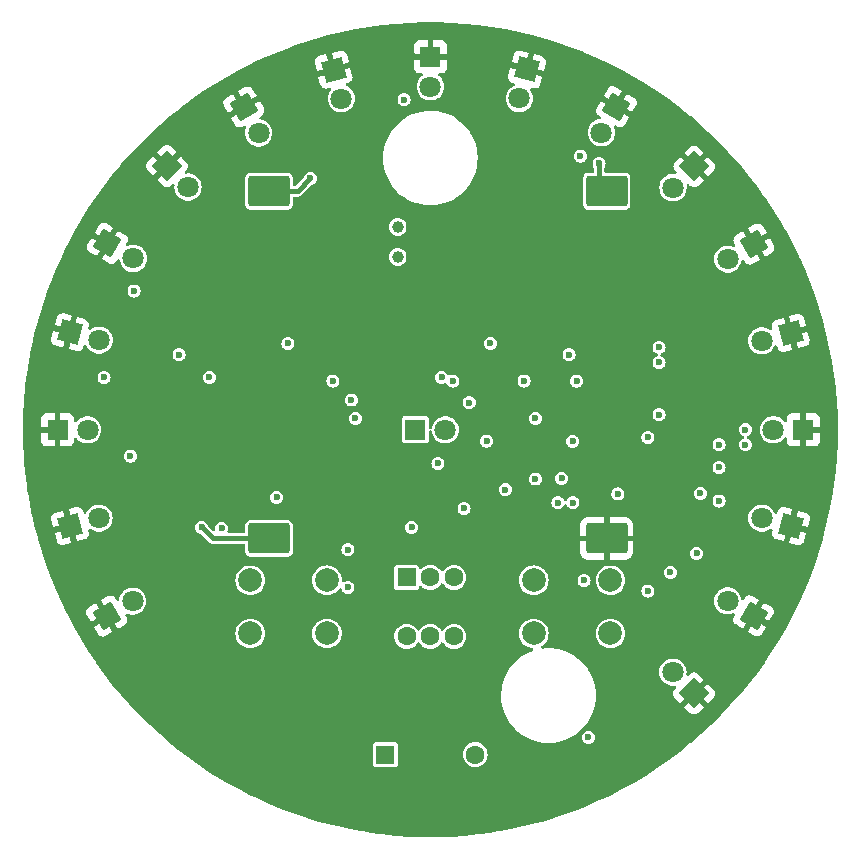
<source format=gbl>
G04 #@! TF.GenerationSoftware,KiCad,Pcbnew,8.0.6*
G04 #@! TF.CreationDate,2024-12-27T14:26:58+01:00*
G04 #@! TF.ProjectId,Minutka,4d696e75-746b-4612-9e6b-696361645f70,rev?*
G04 #@! TF.SameCoordinates,Original*
G04 #@! TF.FileFunction,Copper,L4,Bot*
G04 #@! TF.FilePolarity,Positive*
%FSLAX46Y46*%
G04 Gerber Fmt 4.6, Leading zero omitted, Abs format (unit mm)*
G04 Created by KiCad (PCBNEW 8.0.6) date 2024-12-27 14:26:58*
%MOMM*%
%LPD*%
G01*
G04 APERTURE LIST*
G04 Aperture macros list*
%AMRoundRect*
0 Rectangle with rounded corners*
0 $1 Rounding radius*
0 $2 $3 $4 $5 $6 $7 $8 $9 X,Y pos of 4 corners*
0 Add a 4 corners polygon primitive as box body*
4,1,4,$2,$3,$4,$5,$6,$7,$8,$9,$2,$3,0*
0 Add four circle primitives for the rounded corners*
1,1,$1+$1,$2,$3*
1,1,$1+$1,$4,$5*
1,1,$1+$1,$6,$7*
1,1,$1+$1,$8,$9*
0 Add four rect primitives between the rounded corners*
20,1,$1+$1,$2,$3,$4,$5,0*
20,1,$1+$1,$4,$5,$6,$7,0*
20,1,$1+$1,$6,$7,$8,$9,0*
20,1,$1+$1,$8,$9,$2,$3,0*%
%AMRotRect*
0 Rectangle, with rotation*
0 The origin of the aperture is its center*
0 $1 length*
0 $2 width*
0 $3 Rotation angle, in degrees counterclockwise*
0 Add horizontal line*
21,1,$1,$2,0,0,$3*%
G04 Aperture macros list end*
G04 #@! TA.AperFunction,ComponentPad*
%ADD10RotRect,1.800000X1.800000X150.000000*%
G04 #@! TD*
G04 #@! TA.AperFunction,ComponentPad*
%ADD11C,1.800000*%
G04 #@! TD*
G04 #@! TA.AperFunction,ComponentPad*
%ADD12RotRect,1.800000X1.800000X315.000000*%
G04 #@! TD*
G04 #@! TA.AperFunction,ComponentPad*
%ADD13RotRect,1.800000X1.800000X240.000000*%
G04 #@! TD*
G04 #@! TA.AperFunction,ComponentPad*
%ADD14R,1.800000X1.800000*%
G04 #@! TD*
G04 #@! TA.AperFunction,ComponentPad*
%ADD15R,1.600000X1.600000*%
G04 #@! TD*
G04 #@! TA.AperFunction,ComponentPad*
%ADD16C,1.600000*%
G04 #@! TD*
G04 #@! TA.AperFunction,ComponentPad*
%ADD17RotRect,1.800000X1.800000X15.000000*%
G04 #@! TD*
G04 #@! TA.AperFunction,ComponentPad*
%ADD18RotRect,1.800000X1.800000X210.000000*%
G04 #@! TD*
G04 #@! TA.AperFunction,ComponentPad*
%ADD19RotRect,1.800000X1.800000X285.000000*%
G04 #@! TD*
G04 #@! TA.AperFunction,ComponentPad*
%ADD20RotRect,1.800000X1.800000X165.000000*%
G04 #@! TD*
G04 #@! TA.AperFunction,ComponentPad*
%ADD21RotRect,1.800000X1.800000X225.000000*%
G04 #@! TD*
G04 #@! TA.AperFunction,ComponentPad*
%ADD22C,1.000000*%
G04 #@! TD*
G04 #@! TA.AperFunction,ComponentPad*
%ADD23RotRect,1.800000X1.800000X30.000000*%
G04 #@! TD*
G04 #@! TA.AperFunction,ComponentPad*
%ADD24RotRect,1.800000X1.800000X195.000000*%
G04 #@! TD*
G04 #@! TA.AperFunction,ComponentPad*
%ADD25RotRect,1.800000X1.800000X300.000000*%
G04 #@! TD*
G04 #@! TA.AperFunction,ComponentPad*
%ADD26RotRect,1.800000X1.800000X345.000000*%
G04 #@! TD*
G04 #@! TA.AperFunction,ComponentPad*
%ADD27C,2.000000*%
G04 #@! TD*
G04 #@! TA.AperFunction,ComponentPad*
%ADD28RotRect,1.800000X1.800000X255.000000*%
G04 #@! TD*
G04 #@! TA.AperFunction,ComponentPad*
%ADD29RotRect,1.800000X1.800000X330.000000*%
G04 #@! TD*
G04 #@! TA.AperFunction,ComponentPad*
%ADD30RotRect,1.800000X1.800000X135.000000*%
G04 #@! TD*
G04 #@! TA.AperFunction,SMDPad,CuDef*
%ADD31RoundRect,0.200000X1.550000X-1.100000X1.550000X1.100000X-1.550000X1.100000X-1.550000X-1.100000X0*%
G04 #@! TD*
G04 #@! TA.AperFunction,SMDPad,CuDef*
%ADD32RoundRect,0.200000X-1.550000X1.100000X-1.550000X-1.100000X1.550000X-1.100000X1.550000X1.100000X0*%
G04 #@! TD*
G04 #@! TA.AperFunction,ViaPad*
%ADD33C,0.600000*%
G04 #@! TD*
G04 #@! TA.AperFunction,ViaPad*
%ADD34C,6.000000*%
G04 #@! TD*
G04 #@! TA.AperFunction,Conductor*
%ADD35C,0.400000*%
G04 #@! TD*
G04 APERTURE END LIST*
D10*
X177367177Y-115749290D03*
D11*
X175167472Y-114479290D03*
D12*
X127690546Y-77653979D03*
D11*
X129486597Y-79450030D03*
D13*
X165760447Y-72640824D03*
D11*
X164490447Y-74840529D03*
D14*
X181576304Y-99997920D03*
D11*
X179036304Y-99997920D03*
D15*
X146200000Y-127500000D03*
D16*
X153800000Y-127500000D03*
D17*
X119485510Y-108146180D03*
D11*
X121938962Y-107488780D03*
D18*
X177392289Y-84284720D03*
D11*
X175192584Y-85554720D03*
D19*
X141805045Y-69505345D03*
D11*
X142462445Y-71958797D03*
D20*
X180519677Y-108147432D03*
D11*
X178066225Y-107490032D03*
D14*
X150013150Y-68414566D03*
D11*
X150013150Y-70954566D03*
D21*
X172345872Y-77705545D03*
D11*
X170549821Y-79501596D03*
D22*
X147225000Y-82825000D03*
X147225000Y-85365000D03*
D14*
X118433664Y-100007179D03*
D11*
X120973664Y-100007179D03*
D23*
X122597444Y-115780636D03*
D11*
X124797149Y-114510636D03*
D24*
X180509297Y-91822963D03*
D11*
X178055845Y-92480363D03*
D14*
X148725000Y-100000000D03*
D11*
X151265000Y-100000000D03*
D25*
X134199774Y-72672169D03*
D11*
X135469774Y-74871874D03*
D26*
X119502084Y-91756294D03*
D11*
X121955536Y-92413694D03*
D27*
X134750000Y-112750000D03*
X141250000Y-112750000D03*
X134750000Y-117250000D03*
X141250000Y-117250000D03*
D15*
X148000000Y-112500000D03*
D16*
X150000000Y-112500000D03*
X152000000Y-112500000D03*
X148000000Y-117500000D03*
X150000000Y-117500000D03*
X152000000Y-117500000D03*
D28*
X158195977Y-69499485D03*
D11*
X157538577Y-71952937D03*
D29*
X122657374Y-84222850D03*
D11*
X124857079Y-85492850D03*
D30*
X172330322Y-122317492D03*
D11*
X170534271Y-120521441D03*
D27*
X158750000Y-112750000D03*
X165250000Y-112750000D03*
X158750000Y-117250000D03*
X165250000Y-117250000D03*
D31*
X136347500Y-109207500D03*
X136347500Y-79807500D03*
D32*
X164922500Y-79807500D03*
X164922500Y-109207500D03*
D33*
X169367500Y-93015000D03*
X143015000Y-110160000D03*
X155080000Y-92697500D03*
X143317500Y-97475000D03*
X137935000Y-92697500D03*
X163017500Y-112750000D03*
X172542500Y-110477500D03*
X150635000Y-102857500D03*
D34*
X158000000Y-77000000D03*
D33*
X176670000Y-117462500D03*
X172225000Y-108890000D03*
X118250000Y-101905000D03*
X135712500Y-111112500D03*
X175400000Y-94285000D03*
X180162500Y-109842500D03*
X173495000Y-79045000D03*
X155080000Y-87935000D03*
X136030000Y-89205000D03*
X165557500Y-102222500D03*
X160477500Y-110160000D03*
X143625000Y-77482500D03*
X160160000Y-84058897D03*
X167462500Y-73330000D03*
X148412500Y-68250000D03*
D34*
X140000000Y-122500000D03*
D33*
X119837500Y-90157500D03*
X132855000Y-73647500D03*
X171272500Y-123812500D03*
X126505000Y-78664432D03*
X181700000Y-101855000D03*
X153875000Y-102605000D03*
X150000000Y-92062500D03*
X176352500Y-82537500D03*
X124917500Y-109842500D03*
X154762500Y-94920000D03*
X159842500Y-69837500D03*
X119837500Y-110160000D03*
X179845000Y-89840000D03*
X121425000Y-114287500D03*
X121742500Y-85712500D03*
X130280000Y-102822500D03*
X165240000Y-125082500D03*
X139205000Y-94602500D03*
X140157500Y-69837500D03*
X157937500Y-95872500D03*
X158890000Y-99047500D03*
X150952500Y-95555000D03*
X143015000Y-113335000D03*
X165875000Y-105432500D03*
X148412500Y-108255000D03*
X168415000Y-113652500D03*
X156350000Y-105080000D03*
X122377500Y-95555000D03*
X132328425Y-108360097D03*
X124917500Y-88252500D03*
X136982500Y-105715000D03*
X147777500Y-72060000D03*
X161747500Y-93650000D03*
X162700000Y-76822500D03*
X162382500Y-95872500D03*
X176670000Y-100000000D03*
X162046275Y-100971225D03*
X176670000Y-101270000D03*
X174447500Y-106032500D03*
X172860000Y-105397500D03*
X169367500Y-98730000D03*
X168415000Y-100635000D03*
X143650000Y-99047500D03*
X174447500Y-103175000D03*
X163372500Y-126035000D03*
X151905000Y-95872500D03*
X152857500Y-106667500D03*
X153288355Y-97701596D03*
X158890000Y-104162500D03*
X174447500Y-101270000D03*
X141745000Y-95872500D03*
X154762500Y-100952500D03*
X162065000Y-106162500D03*
X170320000Y-112065000D03*
X131302500Y-95555000D03*
X169367500Y-94285000D03*
X124600000Y-102222500D03*
X128727500Y-93650000D03*
X161112500Y-104127500D03*
X160795000Y-106162500D03*
X130632500Y-108255000D03*
X164287500Y-77457500D03*
X139840000Y-78727500D03*
D35*
X130632500Y-108255000D02*
X131585000Y-109207500D01*
X131585000Y-109207500D02*
X136347500Y-109207500D01*
X164287500Y-78537500D02*
X164287500Y-77457500D01*
X138760000Y-79807500D02*
X139840000Y-78727500D01*
X165557500Y-79807500D02*
X164287500Y-78537500D01*
X136347500Y-79807500D02*
X138760000Y-79807500D01*
G04 #@! TA.AperFunction,Conductor*
G36*
X150584779Y-65505491D02*
G01*
X151745278Y-65544709D01*
X151749451Y-65544920D01*
X152908023Y-65623314D01*
X152912091Y-65623658D01*
X154038261Y-65738178D01*
X154067363Y-65741138D01*
X154071524Y-65741632D01*
X155222137Y-65898058D01*
X155226253Y-65898690D01*
X156370908Y-66093885D01*
X156374955Y-66094645D01*
X157512437Y-66328403D01*
X157516502Y-66329311D01*
X158645401Y-66601344D01*
X158649360Y-66602369D01*
X159768440Y-66912378D01*
X159772424Y-66913555D01*
X160880370Y-67261175D01*
X160884313Y-67262485D01*
X161979920Y-67647339D01*
X161983782Y-67648770D01*
X162822129Y-67975464D01*
X163065721Y-68070390D01*
X163069597Y-68071976D01*
X164136723Y-68529916D01*
X164140454Y-68531592D01*
X165023273Y-68946287D01*
X165191473Y-69025297D01*
X165195227Y-69027138D01*
X166228991Y-69556068D01*
X166232620Y-69558003D01*
X167247943Y-70121554D01*
X167251519Y-70123618D01*
X168029917Y-70590730D01*
X168247201Y-70721121D01*
X168250754Y-70723336D01*
X169225694Y-71354131D01*
X169229101Y-71356418D01*
X170182187Y-72019785D01*
X170185579Y-72022233D01*
X170953709Y-72596328D01*
X171115678Y-72717382D01*
X171118977Y-72719936D01*
X171980880Y-73410690D01*
X172025064Y-73446100D01*
X172028279Y-73448767D01*
X172817756Y-74126510D01*
X172909342Y-74205134D01*
X172912474Y-74207916D01*
X173529331Y-74774761D01*
X173767457Y-74993580D01*
X173770486Y-74996458D01*
X174598519Y-75810623D01*
X174601410Y-75813564D01*
X175241798Y-76487251D01*
X175401424Y-76655178D01*
X175404258Y-76658262D01*
X176162284Y-77511660D01*
X176175373Y-77526395D01*
X176178090Y-77529559D01*
X176617369Y-78059098D01*
X176919490Y-78423297D01*
X176922109Y-78426566D01*
X177632847Y-79344764D01*
X177635355Y-79348119D01*
X178009979Y-79867424D01*
X178291737Y-80257999D01*
X178314701Y-80289831D01*
X178317092Y-80293266D01*
X178945627Y-81229650D01*
X178964241Y-81257380D01*
X178966508Y-81260885D01*
X179517299Y-82144547D01*
X179580741Y-82246329D01*
X179582887Y-82249906D01*
X179985518Y-82947283D01*
X180163468Y-83255501D01*
X180165499Y-83259160D01*
X180707543Y-84275834D01*
X180711795Y-84283808D01*
X180713695Y-84287522D01*
X181215385Y-85310285D01*
X181225073Y-85330035D01*
X181226851Y-85333820D01*
X181298300Y-85492849D01*
X181702734Y-86393027D01*
X181704385Y-86396876D01*
X182144204Y-87471503D01*
X182145725Y-87475406D01*
X182549006Y-88564301D01*
X182550394Y-88568253D01*
X182916664Y-89670127D01*
X182917918Y-89674124D01*
X183246764Y-90787742D01*
X183247883Y-90791778D01*
X183538939Y-91915902D01*
X183539920Y-91919974D01*
X183792837Y-93053262D01*
X183793680Y-93057365D01*
X184008178Y-94198547D01*
X184008882Y-94202676D01*
X184184716Y-95350457D01*
X184185280Y-95354607D01*
X184322246Y-96507655D01*
X184322670Y-96511823D01*
X184420615Y-97668854D01*
X184420898Y-97673032D01*
X184479712Y-98832731D01*
X184479853Y-98836918D01*
X184499464Y-99997906D01*
X184499464Y-100002094D01*
X184479853Y-101163081D01*
X184479712Y-101167268D01*
X184420898Y-102326967D01*
X184420615Y-102331145D01*
X184322670Y-103488176D01*
X184322246Y-103492344D01*
X184185280Y-104645392D01*
X184184716Y-104649542D01*
X184008882Y-105797323D01*
X184008178Y-105801452D01*
X183793680Y-106942634D01*
X183792837Y-106946737D01*
X183539920Y-108080025D01*
X183538939Y-108084097D01*
X183247883Y-109208221D01*
X183246764Y-109212257D01*
X182917918Y-110325875D01*
X182916664Y-110329872D01*
X182817016Y-110629650D01*
X182710358Y-110950519D01*
X182550400Y-111431731D01*
X182549012Y-111435683D01*
X182145725Y-112524593D01*
X182144204Y-112528496D01*
X181704385Y-113603123D01*
X181702734Y-113606972D01*
X181226854Y-114666173D01*
X181225073Y-114669964D01*
X180713703Y-115712462D01*
X180711795Y-115716191D01*
X180165501Y-116740836D01*
X180163468Y-116744498D01*
X179582896Y-117750078D01*
X179580741Y-117753670D01*
X178966516Y-118739103D01*
X178964241Y-118742619D01*
X178317094Y-119706730D01*
X178314701Y-119710168D01*
X177635355Y-120651880D01*
X177632847Y-120655235D01*
X176922109Y-121573433D01*
X176919490Y-121576702D01*
X176178102Y-122470426D01*
X176175373Y-122473604D01*
X175404258Y-123341737D01*
X175401424Y-123344821D01*
X174601433Y-124186412D01*
X174598497Y-124189399D01*
X173770493Y-125003534D01*
X173767457Y-125006419D01*
X172912474Y-125792083D01*
X172909342Y-125794865D01*
X172028288Y-126551225D01*
X172025064Y-126553899D01*
X171118990Y-127280053D01*
X171115678Y-127282617D01*
X170185584Y-127977763D01*
X170182187Y-127980214D01*
X169229136Y-128643557D01*
X169225659Y-128645891D01*
X168250756Y-129276662D01*
X168247201Y-129278878D01*
X167251544Y-129876366D01*
X167247917Y-129878460D01*
X166232654Y-130441978D01*
X166228957Y-130443949D01*
X165195233Y-130972858D01*
X165191473Y-130974702D01*
X164140499Y-131468386D01*
X164136678Y-131470103D01*
X163069597Y-131928023D01*
X163065721Y-131929609D01*
X161983815Y-132351217D01*
X161979887Y-132352672D01*
X160884329Y-132737508D01*
X160880354Y-132738829D01*
X159772441Y-133086439D01*
X159768424Y-133087625D01*
X158649408Y-133397617D01*
X158645353Y-133398667D01*
X157516514Y-133670685D01*
X157512426Y-133671598D01*
X156374989Y-133905347D01*
X156370873Y-133906120D01*
X155226266Y-134101307D01*
X155222125Y-134101942D01*
X154071522Y-134258367D01*
X154067363Y-134258861D01*
X152912144Y-134376336D01*
X152907970Y-134376689D01*
X151749456Y-134455078D01*
X151745273Y-134455290D01*
X150584780Y-134494508D01*
X150580592Y-134494579D01*
X149419408Y-134494579D01*
X149415220Y-134494508D01*
X148254726Y-134455290D01*
X148250543Y-134455078D01*
X147092029Y-134376689D01*
X147087855Y-134376336D01*
X145932636Y-134258861D01*
X145928477Y-134258367D01*
X144777874Y-134101942D01*
X144773733Y-134101307D01*
X143629126Y-133906120D01*
X143625010Y-133905347D01*
X142487573Y-133671598D01*
X142483485Y-133670685D01*
X141354646Y-133398667D01*
X141350591Y-133397617D01*
X140231575Y-133087625D01*
X140227558Y-133086439D01*
X139119645Y-132738829D01*
X139115670Y-132737508D01*
X138020112Y-132352672D01*
X138016184Y-132351217D01*
X136934278Y-131929609D01*
X136930402Y-131928023D01*
X136193878Y-131611956D01*
X135863303Y-131470095D01*
X135859518Y-131468394D01*
X135152985Y-131136508D01*
X134808526Y-130974702D01*
X134804766Y-130972858D01*
X133771042Y-130443949D01*
X133767358Y-130441985D01*
X132752075Y-129878455D01*
X132748455Y-129876366D01*
X131752798Y-129278878D01*
X131749243Y-129276662D01*
X131366534Y-129029045D01*
X130774319Y-128645877D01*
X130770885Y-128643571D01*
X129817812Y-127980214D01*
X129814415Y-127977763D01*
X128884321Y-127282617D01*
X128881009Y-127280053D01*
X128651410Y-127096046D01*
X128126442Y-126675321D01*
X145149500Y-126675321D01*
X145149500Y-128324678D01*
X145164032Y-128397735D01*
X145164033Y-128397739D01*
X145164034Y-128397740D01*
X145219399Y-128480601D01*
X145301263Y-128535300D01*
X145302260Y-128535966D01*
X145302264Y-128535967D01*
X145375321Y-128550499D01*
X145375324Y-128550500D01*
X145375326Y-128550500D01*
X147024676Y-128550500D01*
X147024677Y-128550499D01*
X147097740Y-128535966D01*
X147180601Y-128480601D01*
X147235966Y-128397740D01*
X147250500Y-128324674D01*
X147250500Y-127500000D01*
X152744417Y-127500000D01*
X152764699Y-127705932D01*
X152764700Y-127705934D01*
X152824768Y-127903954D01*
X152922315Y-128086450D01*
X152922317Y-128086452D01*
X153053589Y-128246410D01*
X153148956Y-128324674D01*
X153213550Y-128377685D01*
X153396046Y-128475232D01*
X153594066Y-128535300D01*
X153594065Y-128535300D01*
X153612529Y-128537118D01*
X153800000Y-128555583D01*
X154005934Y-128535300D01*
X154203954Y-128475232D01*
X154386450Y-128377685D01*
X154546410Y-128246410D01*
X154677685Y-128086450D01*
X154775232Y-127903954D01*
X154835300Y-127705934D01*
X154855583Y-127500000D01*
X154835300Y-127294066D01*
X154775232Y-127096046D01*
X154677685Y-126913550D01*
X154625702Y-126850209D01*
X154546410Y-126753589D01*
X154386452Y-126622317D01*
X154386453Y-126622317D01*
X154386450Y-126622315D01*
X154203954Y-126524768D01*
X154005934Y-126464700D01*
X154005932Y-126464699D01*
X154005934Y-126464699D01*
X153800000Y-126444417D01*
X153594067Y-126464699D01*
X153396043Y-126524769D01*
X153344008Y-126552583D01*
X153213550Y-126622315D01*
X153213548Y-126622316D01*
X153213547Y-126622317D01*
X153053589Y-126753589D01*
X152922317Y-126913547D01*
X152824769Y-127096043D01*
X152764699Y-127294067D01*
X152744417Y-127500000D01*
X147250500Y-127500000D01*
X147250500Y-126675326D01*
X147250500Y-126675323D01*
X147250499Y-126675321D01*
X147235967Y-126602264D01*
X147235966Y-126602260D01*
X147227941Y-126590250D01*
X147180601Y-126519399D01*
X147098737Y-126464700D01*
X147097739Y-126464033D01*
X147097735Y-126464032D01*
X147024677Y-126449500D01*
X147024674Y-126449500D01*
X145375326Y-126449500D01*
X145375323Y-126449500D01*
X145302264Y-126464032D01*
X145302260Y-126464033D01*
X145219399Y-126519399D01*
X145164033Y-126602260D01*
X145164032Y-126602264D01*
X145149500Y-126675321D01*
X128126442Y-126675321D01*
X127974933Y-126553897D01*
X127971711Y-126551225D01*
X127940893Y-126524769D01*
X127090657Y-125794865D01*
X127087525Y-125792083D01*
X126232542Y-125006419D01*
X126229506Y-125003534D01*
X126130279Y-124905969D01*
X125401479Y-124189376D01*
X125398589Y-124186435D01*
X124598575Y-123344821D01*
X124595741Y-123341737D01*
X124462500Y-123191732D01*
X123848073Y-122500000D01*
X155994675Y-122500000D01*
X156013962Y-122892591D01*
X156013962Y-122892597D01*
X156013963Y-122892599D01*
X156071637Y-123281406D01*
X156167143Y-123662684D01*
X156299561Y-124032770D01*
X156299562Y-124032772D01*
X156467620Y-124388100D01*
X156491560Y-124428041D01*
X156669694Y-124725239D01*
X156878231Y-125006419D01*
X156903846Y-125040956D01*
X157167807Y-125332192D01*
X157377408Y-125522163D01*
X157459049Y-125596158D01*
X157774761Y-125830306D01*
X157774763Y-125830307D01*
X158111899Y-126032379D01*
X158111902Y-126032380D01*
X158111903Y-126032381D01*
X158467228Y-126200438D01*
X158837316Y-126332857D01*
X159218600Y-126428364D01*
X159607409Y-126486038D01*
X160000000Y-126505325D01*
X160392591Y-126486038D01*
X160781400Y-126428364D01*
X161162684Y-126332857D01*
X161532772Y-126200438D01*
X161882562Y-126034999D01*
X162817250Y-126034999D01*
X162817250Y-126035000D01*
X162836170Y-126178708D01*
X162836171Y-126178712D01*
X162891637Y-126312622D01*
X162891638Y-126312624D01*
X162891639Y-126312625D01*
X162979879Y-126427621D01*
X163094875Y-126515861D01*
X163094876Y-126515861D01*
X163094877Y-126515862D01*
X163116379Y-126524768D01*
X163228791Y-126571330D01*
X163355780Y-126588048D01*
X163372499Y-126590250D01*
X163372500Y-126590250D01*
X163372501Y-126590250D01*
X163387477Y-126588278D01*
X163516209Y-126571330D01*
X163650125Y-126515861D01*
X163765121Y-126427621D01*
X163853361Y-126312625D01*
X163908830Y-126178709D01*
X163927750Y-126035000D01*
X163908830Y-125891291D01*
X163853361Y-125757375D01*
X163765121Y-125642379D01*
X163650125Y-125554139D01*
X163650124Y-125554138D01*
X163650122Y-125554137D01*
X163516212Y-125498671D01*
X163516210Y-125498670D01*
X163516209Y-125498670D01*
X163444354Y-125489210D01*
X163372501Y-125479750D01*
X163372499Y-125479750D01*
X163228791Y-125498670D01*
X163228787Y-125498671D01*
X163094877Y-125554137D01*
X162979879Y-125642379D01*
X162891637Y-125757377D01*
X162836171Y-125891287D01*
X162836170Y-125891291D01*
X162817250Y-126034999D01*
X161882562Y-126034999D01*
X161888097Y-126032381D01*
X162225239Y-125830306D01*
X162540951Y-125596158D01*
X162832192Y-125332192D01*
X163096158Y-125040951D01*
X163330306Y-124725239D01*
X163532381Y-124388097D01*
X163700438Y-124032772D01*
X163832857Y-123662684D01*
X163928364Y-123281400D01*
X163986038Y-122892591D01*
X164005325Y-122500000D01*
X163986038Y-122107409D01*
X163928364Y-121718600D01*
X163832857Y-121337316D01*
X163700438Y-120967228D01*
X163532381Y-120611903D01*
X163501282Y-120560018D01*
X163478159Y-120521440D01*
X169378842Y-120521440D01*
X169378842Y-120521441D01*
X169398515Y-120733751D01*
X169456867Y-120938833D01*
X169456867Y-120938835D01*
X169551903Y-121129694D01*
X169570128Y-121153827D01*
X169680399Y-121299848D01*
X169837969Y-121443493D01*
X170019252Y-121555739D01*
X170218073Y-121632762D01*
X170427661Y-121671941D01*
X170427663Y-121671941D01*
X170640880Y-121671941D01*
X170640881Y-121671941D01*
X170683996Y-121663881D01*
X170753510Y-121670910D01*
X170808189Y-121714407D01*
X170830673Y-121780560D01*
X170813821Y-121848368D01*
X170794464Y-121873450D01*
X170670157Y-121997757D01*
X170632575Y-122044394D01*
X170572849Y-122175173D01*
X170572848Y-122175178D01*
X170552388Y-122317492D01*
X170572848Y-122459805D01*
X170572849Y-122459810D01*
X170632575Y-122590589D01*
X170670155Y-122637224D01*
X170670159Y-122637228D01*
X171163594Y-123130664D01*
X171163595Y-123130664D01*
X171888183Y-122406076D01*
X171910989Y-122491186D01*
X171970232Y-122593798D01*
X172054016Y-122677582D01*
X172156628Y-122736825D01*
X172241736Y-122759630D01*
X171517149Y-123484218D01*
X172010589Y-123977658D01*
X172057224Y-124015238D01*
X172188003Y-124074964D01*
X172188008Y-124074965D01*
X172330322Y-124095425D01*
X172472635Y-124074965D01*
X172472640Y-124074964D01*
X172603419Y-124015238D01*
X172650054Y-123977658D01*
X173143494Y-123484218D01*
X173143494Y-123484217D01*
X172418907Y-122759629D01*
X172504016Y-122736825D01*
X172606628Y-122677582D01*
X172690412Y-122593798D01*
X172749655Y-122491186D01*
X172772460Y-122406077D01*
X173497047Y-123130664D01*
X173990484Y-122637228D01*
X173990488Y-122637224D01*
X174028068Y-122590589D01*
X174087794Y-122459810D01*
X174087795Y-122459805D01*
X174108255Y-122317492D01*
X174087795Y-122175178D01*
X174087794Y-122175173D01*
X174028068Y-122044394D01*
X173990488Y-121997759D01*
X173497048Y-121504319D01*
X172772460Y-122228906D01*
X172749655Y-122143798D01*
X172690412Y-122041186D01*
X172606628Y-121957402D01*
X172504016Y-121898159D01*
X172418906Y-121875353D01*
X173143494Y-121150765D01*
X173143494Y-121150764D01*
X172650058Y-120657329D01*
X172650054Y-120657325D01*
X172603419Y-120619745D01*
X172472640Y-120560019D01*
X172472635Y-120560018D01*
X172330322Y-120539558D01*
X172188008Y-120560018D01*
X172188003Y-120560019D01*
X172057224Y-120619745D01*
X172010587Y-120657327D01*
X171885890Y-120782023D01*
X171824566Y-120815507D01*
X171754875Y-120810522D01*
X171698941Y-120768651D01*
X171674525Y-120703186D01*
X171674737Y-120682911D01*
X171689700Y-120521441D01*
X171670027Y-120309131D01*
X171611676Y-120104052D01*
X171611674Y-120104047D01*
X171611674Y-120104046D01*
X171516638Y-119913187D01*
X171388143Y-119743034D01*
X171350226Y-119708468D01*
X171230573Y-119599389D01*
X171049290Y-119487143D01*
X171049288Y-119487142D01*
X170949879Y-119448631D01*
X170850469Y-119410120D01*
X170640881Y-119370941D01*
X170427661Y-119370941D01*
X170218073Y-119410120D01*
X170218070Y-119410120D01*
X170218070Y-119410121D01*
X170019253Y-119487142D01*
X170019251Y-119487143D01*
X169837970Y-119599388D01*
X169680398Y-119743034D01*
X169551903Y-119913187D01*
X169456867Y-120104046D01*
X169456867Y-120104048D01*
X169398515Y-120309130D01*
X169378842Y-120521440D01*
X163478159Y-120521440D01*
X163356368Y-120318243D01*
X163330306Y-120274761D01*
X163096158Y-119959049D01*
X163096153Y-119959043D01*
X162832192Y-119667807D01*
X162540956Y-119403846D01*
X162225236Y-119169692D01*
X161888100Y-118967620D01*
X161532772Y-118799562D01*
X161532770Y-118799561D01*
X161162684Y-118667143D01*
X160781406Y-118571637D01*
X160781401Y-118571636D01*
X160781400Y-118571636D01*
X160637256Y-118550254D01*
X160392599Y-118513963D01*
X160392597Y-118513962D01*
X160392591Y-118513962D01*
X160000000Y-118494675D01*
X159607409Y-118513962D01*
X159607404Y-118513962D01*
X159607398Y-118513963D01*
X159515045Y-118527662D01*
X159445843Y-118518027D01*
X159392835Y-118472508D01*
X159372852Y-118405557D01*
X159392238Y-118338430D01*
X159425723Y-118303433D01*
X159556877Y-118211598D01*
X159711598Y-118056877D01*
X159837102Y-117877639D01*
X159929575Y-117679330D01*
X159986207Y-117467977D01*
X160005277Y-117250000D01*
X160005277Y-117249997D01*
X163994723Y-117249997D01*
X163994723Y-117250002D01*
X164013793Y-117467975D01*
X164013793Y-117467979D01*
X164070422Y-117679322D01*
X164070424Y-117679326D01*
X164070425Y-117679330D01*
X164082830Y-117705932D01*
X164162897Y-117877638D01*
X164162898Y-117877639D01*
X164288402Y-118056877D01*
X164443123Y-118211598D01*
X164622361Y-118337102D01*
X164820670Y-118429575D01*
X165032023Y-118486207D01*
X165214926Y-118502208D01*
X165249998Y-118505277D01*
X165250000Y-118505277D01*
X165250002Y-118505277D01*
X165278254Y-118502805D01*
X165467977Y-118486207D01*
X165679330Y-118429575D01*
X165877639Y-118337102D01*
X166056877Y-118211598D01*
X166211598Y-118056877D01*
X166337102Y-117877639D01*
X166429575Y-117679330D01*
X166486207Y-117467977D01*
X166505277Y-117250000D01*
X166486207Y-117032023D01*
X166429575Y-116820670D01*
X166337102Y-116622362D01*
X166337100Y-116622359D01*
X166337099Y-116622357D01*
X166211599Y-116443124D01*
X166141446Y-116372971D01*
X166056877Y-116288402D01*
X165877639Y-116162898D01*
X165877640Y-116162898D01*
X165877638Y-116162897D01*
X165738542Y-116098036D01*
X165679330Y-116070425D01*
X165679326Y-116070424D01*
X165679322Y-116070422D01*
X165467977Y-116013793D01*
X165250002Y-115994723D01*
X165249998Y-115994723D01*
X165104682Y-116007436D01*
X165032023Y-116013793D01*
X165032020Y-116013793D01*
X164820677Y-116070422D01*
X164820668Y-116070426D01*
X164622361Y-116162898D01*
X164622357Y-116162900D01*
X164443121Y-116288402D01*
X164288402Y-116443121D01*
X164162900Y-116622357D01*
X164162898Y-116622361D01*
X164070426Y-116820668D01*
X164070422Y-116820677D01*
X164013793Y-117032020D01*
X164013793Y-117032024D01*
X163994723Y-117249997D01*
X160005277Y-117249997D01*
X159986207Y-117032023D01*
X159929575Y-116820670D01*
X159837102Y-116622362D01*
X159837100Y-116622359D01*
X159837099Y-116622357D01*
X159711599Y-116443124D01*
X159641446Y-116372971D01*
X159556877Y-116288402D01*
X159377639Y-116162898D01*
X159377640Y-116162898D01*
X159377638Y-116162897D01*
X159238542Y-116098036D01*
X159179330Y-116070425D01*
X159179326Y-116070424D01*
X159179322Y-116070422D01*
X158967977Y-116013793D01*
X158750002Y-115994723D01*
X158749998Y-115994723D01*
X158604682Y-116007436D01*
X158532023Y-116013793D01*
X158532020Y-116013793D01*
X158320677Y-116070422D01*
X158320668Y-116070426D01*
X158122361Y-116162898D01*
X158122357Y-116162900D01*
X157943121Y-116288402D01*
X157788402Y-116443121D01*
X157662900Y-116622357D01*
X157662898Y-116622361D01*
X157570426Y-116820668D01*
X157570422Y-116820677D01*
X157513793Y-117032020D01*
X157513793Y-117032024D01*
X157494723Y-117249997D01*
X157494723Y-117250002D01*
X157513793Y-117467975D01*
X157513793Y-117467979D01*
X157570422Y-117679322D01*
X157570424Y-117679326D01*
X157570425Y-117679330D01*
X157582830Y-117705932D01*
X157662897Y-117877638D01*
X157662898Y-117877639D01*
X157788402Y-118056877D01*
X157943123Y-118211598D01*
X158122361Y-118337102D01*
X158320670Y-118429575D01*
X158532023Y-118486207D01*
X158619182Y-118493832D01*
X158684251Y-118519284D01*
X158725230Y-118575875D01*
X158729108Y-118645637D01*
X158694654Y-118706421D01*
X158650150Y-118734111D01*
X158467241Y-118799557D01*
X158467227Y-118799562D01*
X158111899Y-118967620D01*
X157774763Y-119169692D01*
X157459043Y-119403846D01*
X157167807Y-119667807D01*
X156903846Y-119959043D01*
X156669692Y-120274763D01*
X156467620Y-120611899D01*
X156299562Y-120967227D01*
X156299561Y-120967229D01*
X156167143Y-121337315D01*
X156071637Y-121718593D01*
X156029227Y-122004503D01*
X156013962Y-122107409D01*
X155994675Y-122500000D01*
X123848073Y-122500000D01*
X123824610Y-122473585D01*
X123821913Y-122470444D01*
X123080509Y-121576702D01*
X123077890Y-121573433D01*
X122367152Y-120655235D01*
X122364644Y-120651880D01*
X121969441Y-120104048D01*
X121685287Y-119710153D01*
X121682905Y-119706730D01*
X121035741Y-118742593D01*
X121033500Y-118739129D01*
X120419238Y-117753637D01*
X120417123Y-117750111D01*
X119836518Y-116744475D01*
X119834511Y-116740860D01*
X119288184Y-115716153D01*
X119286315Y-115712500D01*
X119164044Y-115463233D01*
X120863021Y-115463233D01*
X120863022Y-115463235D01*
X120886863Y-115605017D01*
X120886865Y-115605023D01*
X120911097Y-115659800D01*
X121260007Y-116264128D01*
X121260008Y-116264128D01*
X122147444Y-115751767D01*
X122147444Y-115839880D01*
X122178111Y-115954330D01*
X122237354Y-116056942D01*
X122321138Y-116140726D01*
X122397441Y-116184780D01*
X121510007Y-116697141D01*
X121510007Y-116697142D01*
X121858919Y-117301475D01*
X121858922Y-117301480D01*
X121894238Y-117349845D01*
X121894241Y-117349849D01*
X122005108Y-117441389D01*
X122137281Y-117497987D01*
X122280041Y-117515058D01*
X122280043Y-117515057D01*
X122421825Y-117491216D01*
X122421831Y-117491214D01*
X122476608Y-117466982D01*
X122852435Y-117249997D01*
X133494723Y-117249997D01*
X133494723Y-117250002D01*
X133513793Y-117467975D01*
X133513793Y-117467979D01*
X133570422Y-117679322D01*
X133570424Y-117679326D01*
X133570425Y-117679330D01*
X133582830Y-117705932D01*
X133662897Y-117877638D01*
X133662898Y-117877639D01*
X133788402Y-118056877D01*
X133943123Y-118211598D01*
X134122361Y-118337102D01*
X134320670Y-118429575D01*
X134532023Y-118486207D01*
X134714926Y-118502208D01*
X134749998Y-118505277D01*
X134750000Y-118505277D01*
X134750002Y-118505277D01*
X134778254Y-118502805D01*
X134967977Y-118486207D01*
X135179330Y-118429575D01*
X135377639Y-118337102D01*
X135556877Y-118211598D01*
X135711598Y-118056877D01*
X135837102Y-117877639D01*
X135929575Y-117679330D01*
X135986207Y-117467977D01*
X136005277Y-117250000D01*
X136005277Y-117249997D01*
X139994723Y-117249997D01*
X139994723Y-117250002D01*
X140013793Y-117467975D01*
X140013793Y-117467979D01*
X140070422Y-117679322D01*
X140070424Y-117679326D01*
X140070425Y-117679330D01*
X140082830Y-117705932D01*
X140162897Y-117877638D01*
X140162898Y-117877639D01*
X140288402Y-118056877D01*
X140443123Y-118211598D01*
X140622361Y-118337102D01*
X140820670Y-118429575D01*
X141032023Y-118486207D01*
X141214926Y-118502208D01*
X141249998Y-118505277D01*
X141250000Y-118505277D01*
X141250002Y-118505277D01*
X141278254Y-118502805D01*
X141467977Y-118486207D01*
X141679330Y-118429575D01*
X141877639Y-118337102D01*
X142056877Y-118211598D01*
X142211598Y-118056877D01*
X142337102Y-117877639D01*
X142429575Y-117679330D01*
X142477626Y-117500000D01*
X146944417Y-117500000D01*
X146964699Y-117705932D01*
X146979180Y-117753670D01*
X147024768Y-117903954D01*
X147122315Y-118086450D01*
X147156969Y-118128677D01*
X147253589Y-118246410D01*
X147323068Y-118303429D01*
X147413550Y-118377685D01*
X147596046Y-118475232D01*
X147794066Y-118535300D01*
X147794065Y-118535300D01*
X147812529Y-118537118D01*
X148000000Y-118555583D01*
X148205934Y-118535300D01*
X148403954Y-118475232D01*
X148586450Y-118377685D01*
X148746410Y-118246410D01*
X148877685Y-118086450D01*
X148890642Y-118062208D01*
X148939604Y-118012365D01*
X149007742Y-117996904D01*
X149073421Y-118020736D01*
X149109358Y-118062209D01*
X149122315Y-118086451D01*
X149253589Y-118246410D01*
X149323068Y-118303429D01*
X149413550Y-118377685D01*
X149596046Y-118475232D01*
X149794066Y-118535300D01*
X149794065Y-118535300D01*
X149812529Y-118537118D01*
X150000000Y-118555583D01*
X150205934Y-118535300D01*
X150403954Y-118475232D01*
X150586450Y-118377685D01*
X150746410Y-118246410D01*
X150877685Y-118086450D01*
X150890642Y-118062208D01*
X150939604Y-118012365D01*
X151007742Y-117996904D01*
X151073421Y-118020736D01*
X151109358Y-118062209D01*
X151122315Y-118086451D01*
X151253589Y-118246410D01*
X151323068Y-118303429D01*
X151413550Y-118377685D01*
X151596046Y-118475232D01*
X151794066Y-118535300D01*
X151794065Y-118535300D01*
X151812529Y-118537118D01*
X152000000Y-118555583D01*
X152205934Y-118535300D01*
X152403954Y-118475232D01*
X152586450Y-118377685D01*
X152746410Y-118246410D01*
X152877685Y-118086450D01*
X152975232Y-117903954D01*
X153035300Y-117705934D01*
X153055583Y-117500000D01*
X153035300Y-117294066D01*
X152975232Y-117096046D01*
X152877685Y-116913550D01*
X152801459Y-116820668D01*
X152746410Y-116753589D01*
X152586452Y-116622317D01*
X152586453Y-116622317D01*
X152586450Y-116622315D01*
X152403954Y-116524768D01*
X152205934Y-116464700D01*
X152205932Y-116464699D01*
X152205934Y-116464699D01*
X152000000Y-116444417D01*
X151794067Y-116464699D01*
X151596043Y-116524769D01*
X151485898Y-116583643D01*
X151413550Y-116622315D01*
X151413548Y-116622316D01*
X151413547Y-116622317D01*
X151253589Y-116753589D01*
X151122315Y-116913548D01*
X151109357Y-116937792D01*
X151060394Y-116987635D01*
X150992256Y-117003095D01*
X150926577Y-116979262D01*
X150890643Y-116937792D01*
X150877684Y-116913548D01*
X150746410Y-116753589D01*
X150586452Y-116622317D01*
X150586453Y-116622317D01*
X150586450Y-116622315D01*
X150403954Y-116524768D01*
X150205934Y-116464700D01*
X150205932Y-116464699D01*
X150205934Y-116464699D01*
X150000000Y-116444417D01*
X149794067Y-116464699D01*
X149596043Y-116524769D01*
X149485898Y-116583643D01*
X149413550Y-116622315D01*
X149413548Y-116622316D01*
X149413547Y-116622317D01*
X149253589Y-116753589D01*
X149122315Y-116913548D01*
X149109357Y-116937792D01*
X149060394Y-116987635D01*
X148992256Y-117003095D01*
X148926577Y-116979262D01*
X148890643Y-116937792D01*
X148877684Y-116913548D01*
X148746410Y-116753589D01*
X148586452Y-116622317D01*
X148586453Y-116622317D01*
X148586450Y-116622315D01*
X148403954Y-116524768D01*
X148205934Y-116464700D01*
X148205932Y-116464699D01*
X148205934Y-116464699D01*
X148000000Y-116444417D01*
X147794067Y-116464699D01*
X147596043Y-116524769D01*
X147485898Y-116583643D01*
X147413550Y-116622315D01*
X147413548Y-116622316D01*
X147413547Y-116622317D01*
X147253589Y-116753589D01*
X147122317Y-116913547D01*
X147122316Y-116913548D01*
X147122315Y-116913550D01*
X147087191Y-116979262D01*
X147024769Y-117096043D01*
X146964699Y-117294067D01*
X146944417Y-117500000D01*
X142477626Y-117500000D01*
X142486207Y-117467977D01*
X142505277Y-117250000D01*
X142486207Y-117032023D01*
X142429575Y-116820670D01*
X142337102Y-116622362D01*
X142337100Y-116622359D01*
X142337099Y-116622357D01*
X142211599Y-116443124D01*
X142141446Y-116372971D01*
X142056877Y-116288402D01*
X141877639Y-116162898D01*
X141877640Y-116162898D01*
X141877638Y-116162897D01*
X141738542Y-116098036D01*
X141679330Y-116070425D01*
X141679326Y-116070424D01*
X141679322Y-116070422D01*
X141467977Y-116013793D01*
X141250002Y-115994723D01*
X141249998Y-115994723D01*
X141104682Y-116007436D01*
X141032023Y-116013793D01*
X141032020Y-116013793D01*
X140820677Y-116070422D01*
X140820668Y-116070426D01*
X140622361Y-116162898D01*
X140622357Y-116162900D01*
X140443121Y-116288402D01*
X140288402Y-116443121D01*
X140162900Y-116622357D01*
X140162898Y-116622361D01*
X140070426Y-116820668D01*
X140070422Y-116820677D01*
X140013793Y-117032020D01*
X140013793Y-117032024D01*
X139994723Y-117249997D01*
X136005277Y-117249997D01*
X135986207Y-117032023D01*
X135929575Y-116820670D01*
X135837102Y-116622362D01*
X135837100Y-116622359D01*
X135837099Y-116622357D01*
X135711599Y-116443124D01*
X135641446Y-116372971D01*
X135556877Y-116288402D01*
X135377639Y-116162898D01*
X135377640Y-116162898D01*
X135377638Y-116162897D01*
X135238542Y-116098036D01*
X135179330Y-116070425D01*
X135179326Y-116070424D01*
X135179322Y-116070422D01*
X134967977Y-116013793D01*
X134750002Y-115994723D01*
X134749998Y-115994723D01*
X134604682Y-116007436D01*
X134532023Y-116013793D01*
X134532020Y-116013793D01*
X134320677Y-116070422D01*
X134320668Y-116070426D01*
X134122361Y-116162898D01*
X134122357Y-116162900D01*
X133943121Y-116288402D01*
X133788402Y-116443121D01*
X133662900Y-116622357D01*
X133662898Y-116622361D01*
X133570426Y-116820668D01*
X133570422Y-116820677D01*
X133513793Y-117032020D01*
X133513793Y-117032024D01*
X133494723Y-117249997D01*
X122852435Y-117249997D01*
X123080936Y-117118071D01*
X123080936Y-117118070D01*
X122568577Y-116230636D01*
X122656688Y-116230636D01*
X122771138Y-116199969D01*
X122873750Y-116140726D01*
X122957534Y-116056942D01*
X123001589Y-115980636D01*
X123513949Y-116868071D01*
X123513950Y-116868071D01*
X124118283Y-116519160D01*
X124118288Y-116519157D01*
X124166653Y-116483841D01*
X124166657Y-116483838D01*
X124258197Y-116372971D01*
X124314795Y-116240798D01*
X124331866Y-116098038D01*
X124331865Y-116098036D01*
X124308024Y-115956254D01*
X124308022Y-115956248D01*
X124283790Y-115901471D01*
X124195058Y-115747784D01*
X124178585Y-115679884D01*
X124201437Y-115613857D01*
X124256358Y-115570667D01*
X124325912Y-115564025D01*
X124347237Y-115570156D01*
X124480951Y-115621957D01*
X124690539Y-115661136D01*
X124690541Y-115661136D01*
X124903757Y-115661136D01*
X124903759Y-115661136D01*
X125113347Y-115621957D01*
X125312168Y-115544934D01*
X125493451Y-115432688D01*
X125651021Y-115289043D01*
X125779515Y-115118891D01*
X125795124Y-115087543D01*
X125874552Y-114928030D01*
X125874552Y-114928029D01*
X125874554Y-114928025D01*
X125932905Y-114722946D01*
X125952578Y-114510636D01*
X125949673Y-114479289D01*
X174012043Y-114479289D01*
X174012043Y-114479290D01*
X174031716Y-114691600D01*
X174090068Y-114896682D01*
X174090068Y-114896684D01*
X174185104Y-115087543D01*
X174261193Y-115188300D01*
X174313600Y-115257697D01*
X174471170Y-115401342D01*
X174652453Y-115513588D01*
X174851274Y-115590611D01*
X175060862Y-115629790D01*
X175060864Y-115629790D01*
X175274080Y-115629790D01*
X175274082Y-115629790D01*
X175483670Y-115590611D01*
X175617380Y-115538812D01*
X175687003Y-115532949D01*
X175748743Y-115565659D01*
X175782998Y-115626555D01*
X175778893Y-115696304D01*
X175769562Y-115716437D01*
X175680829Y-115870128D01*
X175656598Y-115924902D01*
X175656596Y-115924908D01*
X175632755Y-116066690D01*
X175632754Y-116066692D01*
X175649825Y-116209452D01*
X175706423Y-116341625D01*
X175797963Y-116452492D01*
X175797967Y-116452495D01*
X175846332Y-116487811D01*
X175846337Y-116487814D01*
X176450669Y-116836725D01*
X176450670Y-116836725D01*
X176963032Y-115949290D01*
X177007087Y-116025596D01*
X177090871Y-116109380D01*
X177193483Y-116168623D01*
X177307933Y-116199290D01*
X177396042Y-116199290D01*
X176883683Y-117086724D01*
X176883683Y-117086725D01*
X177488012Y-117435636D01*
X177542789Y-117459868D01*
X177542795Y-117459870D01*
X177684577Y-117483711D01*
X177684579Y-117483712D01*
X177827339Y-117466641D01*
X177959512Y-117410043D01*
X178070379Y-117318503D01*
X178070382Y-117318499D01*
X178105698Y-117270134D01*
X178105701Y-117270129D01*
X178454612Y-116665796D01*
X178454612Y-116665795D01*
X177567178Y-116153434D01*
X177643483Y-116109380D01*
X177727267Y-116025596D01*
X177786510Y-115922984D01*
X177817177Y-115808534D01*
X177817177Y-115720422D01*
X178704611Y-116232782D01*
X178704612Y-116232782D01*
X179053523Y-115628454D01*
X179077755Y-115573677D01*
X179077757Y-115573671D01*
X179101598Y-115431889D01*
X179101599Y-115431887D01*
X179084528Y-115289127D01*
X179027930Y-115156954D01*
X178936390Y-115046087D01*
X178936386Y-115046084D01*
X178888021Y-115010768D01*
X178888016Y-115010765D01*
X178283683Y-114661853D01*
X178283682Y-114661853D01*
X177771321Y-115549287D01*
X177727267Y-115472984D01*
X177643483Y-115389200D01*
X177540871Y-115329957D01*
X177426421Y-115299290D01*
X177338309Y-115299290D01*
X177850669Y-114411854D01*
X177850669Y-114411853D01*
X177246341Y-114062943D01*
X177191564Y-114038711D01*
X177191558Y-114038709D01*
X177049776Y-114014868D01*
X177049774Y-114014867D01*
X176907014Y-114031938D01*
X176774841Y-114088536D01*
X176663974Y-114180076D01*
X176663971Y-114180080D01*
X176628655Y-114228445D01*
X176628652Y-114228450D01*
X176540051Y-114381912D01*
X176489484Y-114430128D01*
X176420877Y-114443350D01*
X176356012Y-114417382D01*
X176315484Y-114360468D01*
X176309193Y-114331353D01*
X176308654Y-114325540D01*
X176303228Y-114266980D01*
X176244877Y-114061901D01*
X176244875Y-114061896D01*
X176244875Y-114061895D01*
X176149839Y-113871036D01*
X176021344Y-113700883D01*
X175863774Y-113557238D01*
X175682491Y-113444992D01*
X175682489Y-113444991D01*
X175560516Y-113397739D01*
X175483670Y-113367969D01*
X175274082Y-113328790D01*
X175060862Y-113328790D01*
X174851274Y-113367969D01*
X174851271Y-113367969D01*
X174851271Y-113367970D01*
X174652454Y-113444991D01*
X174652452Y-113444992D01*
X174471171Y-113557237D01*
X174313599Y-113700883D01*
X174185104Y-113871036D01*
X174090068Y-114061895D01*
X174090068Y-114061897D01*
X174031716Y-114266979D01*
X174012043Y-114479289D01*
X125949673Y-114479289D01*
X125932905Y-114298326D01*
X125874554Y-114093247D01*
X125874552Y-114093242D01*
X125874552Y-114093241D01*
X125779516Y-113902382D01*
X125651021Y-113732229D01*
X125628390Y-113711598D01*
X125493451Y-113588584D01*
X125312168Y-113476338D01*
X125312166Y-113476337D01*
X125173192Y-113422499D01*
X125113347Y-113399315D01*
X124903759Y-113360136D01*
X124690539Y-113360136D01*
X124480951Y-113399315D01*
X124480948Y-113399315D01*
X124480948Y-113399316D01*
X124282131Y-113476337D01*
X124282129Y-113476338D01*
X124100848Y-113588583D01*
X123943276Y-113732229D01*
X123814781Y-113902382D01*
X123719745Y-114093241D01*
X123719745Y-114093243D01*
X123661393Y-114298325D01*
X123655427Y-114362702D01*
X123629640Y-114427639D01*
X123572839Y-114468326D01*
X123503058Y-114471845D01*
X123442452Y-114437079D01*
X123424569Y-114413258D01*
X123335973Y-114259803D01*
X123335965Y-114259791D01*
X123300649Y-114211426D01*
X123300646Y-114211422D01*
X123189779Y-114119882D01*
X123057606Y-114063284D01*
X122914846Y-114046213D01*
X122914844Y-114046214D01*
X122773062Y-114070055D01*
X122773056Y-114070057D01*
X122718279Y-114094289D01*
X122113950Y-114443199D01*
X122113950Y-114443200D01*
X122626312Y-115330636D01*
X122538200Y-115330636D01*
X122423750Y-115361303D01*
X122321138Y-115420546D01*
X122237354Y-115504330D01*
X122193298Y-115580635D01*
X121680937Y-114693199D01*
X121680936Y-114693199D01*
X121076595Y-115042117D01*
X121028234Y-115077430D01*
X121028230Y-115077433D01*
X120936690Y-115188300D01*
X120880092Y-115320473D01*
X120863021Y-115463233D01*
X119164044Y-115463233D01*
X118774911Y-114669933D01*
X118773160Y-114666205D01*
X118297264Y-113606969D01*
X118295614Y-113603123D01*
X118276688Y-113556881D01*
X117946450Y-112749997D01*
X133494723Y-112749997D01*
X133494723Y-112750002D01*
X133502888Y-112843330D01*
X133512403Y-112952094D01*
X133513793Y-112967975D01*
X133513793Y-112967979D01*
X133570422Y-113179322D01*
X133570424Y-113179326D01*
X133570425Y-113179330D01*
X133594455Y-113230862D01*
X133662897Y-113377638D01*
X133662898Y-113377639D01*
X133788402Y-113556877D01*
X133943123Y-113711598D01*
X134122361Y-113837102D01*
X134320670Y-113929575D01*
X134320676Y-113929576D01*
X134320677Y-113929577D01*
X134351364Y-113937799D01*
X134532023Y-113986207D01*
X134714926Y-114002208D01*
X134749998Y-114005277D01*
X134750000Y-114005277D01*
X134750002Y-114005277D01*
X134778254Y-114002805D01*
X134967977Y-113986207D01*
X135179330Y-113929575D01*
X135377639Y-113837102D01*
X135556877Y-113711598D01*
X135711598Y-113556877D01*
X135837102Y-113377639D01*
X135929575Y-113179330D01*
X135986207Y-112967977D01*
X136005277Y-112750000D01*
X136005277Y-112749997D01*
X139994723Y-112749997D01*
X139994723Y-112750002D01*
X140002888Y-112843330D01*
X140012403Y-112952094D01*
X140013793Y-112967975D01*
X140013793Y-112967979D01*
X140070422Y-113179322D01*
X140070424Y-113179326D01*
X140070425Y-113179330D01*
X140094455Y-113230862D01*
X140162897Y-113377638D01*
X140162898Y-113377639D01*
X140288402Y-113556877D01*
X140443123Y-113711598D01*
X140622361Y-113837102D01*
X140820670Y-113929575D01*
X140820676Y-113929576D01*
X140820677Y-113929577D01*
X140851364Y-113937799D01*
X141032023Y-113986207D01*
X141214926Y-114002208D01*
X141249998Y-114005277D01*
X141250000Y-114005277D01*
X141250002Y-114005277D01*
X141278254Y-114002805D01*
X141467977Y-113986207D01*
X141679330Y-113929575D01*
X141877639Y-113837102D01*
X142056877Y-113711598D01*
X142211598Y-113556877D01*
X142270108Y-113473314D01*
X142324681Y-113429693D01*
X142394179Y-113422499D01*
X142456534Y-113454021D01*
X142486241Y-113496989D01*
X142531797Y-113606972D01*
X142534139Y-113612625D01*
X142622379Y-113727621D01*
X142737375Y-113815861D01*
X142871291Y-113871330D01*
X142998280Y-113888048D01*
X143014999Y-113890250D01*
X143015000Y-113890250D01*
X143015001Y-113890250D01*
X143029977Y-113888278D01*
X143158709Y-113871330D01*
X143292625Y-113815861D01*
X143407621Y-113727621D01*
X143495861Y-113612625D01*
X143551330Y-113478709D01*
X143570250Y-113335000D01*
X143569432Y-113328790D01*
X143563842Y-113286328D01*
X143551330Y-113191291D01*
X143507905Y-113086452D01*
X143495862Y-113057377D01*
X143495861Y-113057376D01*
X143495861Y-113057375D01*
X143407621Y-112942379D01*
X143292625Y-112854139D01*
X143292624Y-112854138D01*
X143292622Y-112854137D01*
X143158712Y-112798671D01*
X143158710Y-112798670D01*
X143158709Y-112798670D01*
X143086854Y-112789210D01*
X143015001Y-112779750D01*
X143014999Y-112779750D01*
X142871291Y-112798670D01*
X142871287Y-112798671D01*
X142737376Y-112854138D01*
X142737374Y-112854139D01*
X142702383Y-112880989D01*
X142637214Y-112906183D01*
X142568769Y-112892144D01*
X142518779Y-112843330D01*
X142503116Y-112775239D01*
X142503369Y-112771804D01*
X142505277Y-112749999D01*
X142505277Y-112749997D01*
X142501422Y-112705932D01*
X142486207Y-112532023D01*
X142429575Y-112320670D01*
X142337102Y-112122362D01*
X142337100Y-112122359D01*
X142337099Y-112122357D01*
X142211599Y-111943124D01*
X142182022Y-111913547D01*
X142056877Y-111788402D01*
X141895381Y-111675321D01*
X146949500Y-111675321D01*
X146949500Y-113324678D01*
X146964032Y-113397735D01*
X146964033Y-113397739D01*
X146964034Y-113397740D01*
X147019399Y-113480601D01*
X147101263Y-113535300D01*
X147102260Y-113535966D01*
X147102264Y-113535967D01*
X147175321Y-113550499D01*
X147175324Y-113550500D01*
X147175326Y-113550500D01*
X148824676Y-113550500D01*
X148824677Y-113550499D01*
X148897740Y-113535966D01*
X148980601Y-113480601D01*
X149035966Y-113397740D01*
X149039956Y-113377682D01*
X149051689Y-113318700D01*
X149054026Y-113319164D01*
X149076231Y-113264154D01*
X149133259Y-113223787D01*
X149203059Y-113220660D01*
X149252148Y-113245227D01*
X149302232Y-113286329D01*
X149413550Y-113377685D01*
X149596046Y-113475232D01*
X149794066Y-113535300D01*
X149794065Y-113535300D01*
X149812529Y-113537118D01*
X150000000Y-113555583D01*
X150205934Y-113535300D01*
X150403954Y-113475232D01*
X150586450Y-113377685D01*
X150746410Y-113246410D01*
X150877685Y-113086450D01*
X150890642Y-113062208D01*
X150939604Y-113012365D01*
X151007742Y-112996904D01*
X151073421Y-113020736D01*
X151109358Y-113062209D01*
X151122315Y-113086451D01*
X151253589Y-113246410D01*
X151348956Y-113324674D01*
X151413550Y-113377685D01*
X151596046Y-113475232D01*
X151794066Y-113535300D01*
X151794065Y-113535300D01*
X151812529Y-113537118D01*
X152000000Y-113555583D01*
X152205934Y-113535300D01*
X152403954Y-113475232D01*
X152586450Y-113377685D01*
X152746410Y-113246410D01*
X152877685Y-113086450D01*
X152975232Y-112903954D01*
X153021934Y-112749997D01*
X157494723Y-112749997D01*
X157494723Y-112750002D01*
X157502888Y-112843330D01*
X157512403Y-112952094D01*
X157513793Y-112967975D01*
X157513793Y-112967979D01*
X157570422Y-113179322D01*
X157570424Y-113179326D01*
X157570425Y-113179330D01*
X157594455Y-113230862D01*
X157662897Y-113377638D01*
X157662898Y-113377639D01*
X157788402Y-113556877D01*
X157943123Y-113711598D01*
X158122361Y-113837102D01*
X158320670Y-113929575D01*
X158320676Y-113929576D01*
X158320677Y-113929577D01*
X158351364Y-113937799D01*
X158532023Y-113986207D01*
X158714926Y-114002208D01*
X158749998Y-114005277D01*
X158750000Y-114005277D01*
X158750002Y-114005277D01*
X158778254Y-114002805D01*
X158967977Y-113986207D01*
X159179330Y-113929575D01*
X159377639Y-113837102D01*
X159556877Y-113711598D01*
X159711598Y-113556877D01*
X159837102Y-113377639D01*
X159929575Y-113179330D01*
X159986207Y-112967977D01*
X160005277Y-112750000D01*
X162462250Y-112750000D01*
X162475960Y-112854139D01*
X162481170Y-112893708D01*
X162481171Y-112893712D01*
X162536637Y-113027622D01*
X162536638Y-113027624D01*
X162536639Y-113027625D01*
X162624879Y-113142621D01*
X162739875Y-113230861D01*
X162873791Y-113286330D01*
X163000780Y-113303048D01*
X163017499Y-113305250D01*
X163017500Y-113305250D01*
X163017501Y-113305250D01*
X163032477Y-113303278D01*
X163161209Y-113286330D01*
X163295125Y-113230861D01*
X163410121Y-113142621D01*
X163498361Y-113027625D01*
X163553830Y-112893709D01*
X163572750Y-112750000D01*
X163572750Y-112749997D01*
X163994723Y-112749997D01*
X163994723Y-112750002D01*
X164002888Y-112843330D01*
X164012403Y-112952094D01*
X164013793Y-112967975D01*
X164013793Y-112967979D01*
X164070422Y-113179322D01*
X164070424Y-113179326D01*
X164070425Y-113179330D01*
X164094455Y-113230862D01*
X164162897Y-113377638D01*
X164162898Y-113377639D01*
X164288402Y-113556877D01*
X164443123Y-113711598D01*
X164622361Y-113837102D01*
X164820670Y-113929575D01*
X164820676Y-113929576D01*
X164820677Y-113929577D01*
X164851364Y-113937799D01*
X165032023Y-113986207D01*
X165214926Y-114002208D01*
X165249998Y-114005277D01*
X165250000Y-114005277D01*
X165250002Y-114005277D01*
X165278254Y-114002805D01*
X165467977Y-113986207D01*
X165679330Y-113929575D01*
X165877639Y-113837102D01*
X166056877Y-113711598D01*
X166115976Y-113652499D01*
X167859750Y-113652499D01*
X167859750Y-113652500D01*
X167878670Y-113796208D01*
X167878671Y-113796212D01*
X167934137Y-113930122D01*
X167934138Y-113930124D01*
X167934139Y-113930125D01*
X168022379Y-114045121D01*
X168137375Y-114133361D01*
X168271291Y-114188830D01*
X168398280Y-114205548D01*
X168414999Y-114207750D01*
X168415000Y-114207750D01*
X168415001Y-114207750D01*
X168429977Y-114205778D01*
X168558709Y-114188830D01*
X168692625Y-114133361D01*
X168807621Y-114045121D01*
X168895861Y-113930125D01*
X168951330Y-113796209D01*
X168970250Y-113652500D01*
X168951330Y-113508791D01*
X168905332Y-113397740D01*
X168895862Y-113374877D01*
X168895861Y-113374876D01*
X168895861Y-113374875D01*
X168807621Y-113259879D01*
X168692625Y-113171639D01*
X168692624Y-113171638D01*
X168692622Y-113171637D01*
X168558712Y-113116171D01*
X168558710Y-113116170D01*
X168558709Y-113116170D01*
X168486854Y-113106710D01*
X168415001Y-113097250D01*
X168414999Y-113097250D01*
X168271291Y-113116170D01*
X168271287Y-113116171D01*
X168137377Y-113171637D01*
X168022379Y-113259879D01*
X167934137Y-113374877D01*
X167878671Y-113508787D01*
X167878670Y-113508791D01*
X167859750Y-113652499D01*
X166115976Y-113652499D01*
X166211598Y-113556877D01*
X166337102Y-113377639D01*
X166429575Y-113179330D01*
X166486207Y-112967977D01*
X166505277Y-112750000D01*
X166486207Y-112532023D01*
X166429575Y-112320670D01*
X166337102Y-112122362D01*
X166337100Y-112122359D01*
X166337099Y-112122357D01*
X166296937Y-112064999D01*
X169764750Y-112064999D01*
X169764750Y-112065000D01*
X169783670Y-112208708D01*
X169783671Y-112208712D01*
X169839137Y-112342622D01*
X169839138Y-112342624D01*
X169839139Y-112342625D01*
X169927379Y-112457621D01*
X170042375Y-112545861D01*
X170176291Y-112601330D01*
X170303280Y-112618048D01*
X170319999Y-112620250D01*
X170320000Y-112620250D01*
X170320001Y-112620250D01*
X170334977Y-112618278D01*
X170463709Y-112601330D01*
X170597625Y-112545861D01*
X170712621Y-112457621D01*
X170800861Y-112342625D01*
X170856330Y-112208709D01*
X170875250Y-112065000D01*
X170856330Y-111921291D01*
X170801287Y-111788403D01*
X170800862Y-111787377D01*
X170800861Y-111787376D01*
X170800861Y-111787375D01*
X170712621Y-111672379D01*
X170597625Y-111584139D01*
X170597624Y-111584138D01*
X170597622Y-111584137D01*
X170463712Y-111528671D01*
X170463710Y-111528670D01*
X170463709Y-111528670D01*
X170391854Y-111519210D01*
X170320001Y-111509750D01*
X170319999Y-111509750D01*
X170176291Y-111528670D01*
X170176287Y-111528671D01*
X170042377Y-111584137D01*
X169927379Y-111672379D01*
X169839137Y-111787377D01*
X169783671Y-111921287D01*
X169783670Y-111921291D01*
X169764750Y-112064999D01*
X166296937Y-112064999D01*
X166211599Y-111943124D01*
X166182022Y-111913547D01*
X166056877Y-111788402D01*
X165895381Y-111675321D01*
X165877638Y-111662897D01*
X165747600Y-111602260D01*
X165679330Y-111570425D01*
X165679326Y-111570424D01*
X165679322Y-111570422D01*
X165467977Y-111513793D01*
X165250002Y-111494723D01*
X165249998Y-111494723D01*
X165104682Y-111507436D01*
X165032023Y-111513793D01*
X165032020Y-111513793D01*
X164820677Y-111570422D01*
X164820668Y-111570426D01*
X164622361Y-111662898D01*
X164622357Y-111662900D01*
X164443121Y-111788402D01*
X164288402Y-111943121D01*
X164162900Y-112122357D01*
X164162898Y-112122361D01*
X164070426Y-112320668D01*
X164070422Y-112320677D01*
X164013793Y-112532020D01*
X164013793Y-112532024D01*
X163994723Y-112749997D01*
X163572750Y-112749997D01*
X163553830Y-112606291D01*
X163516850Y-112517013D01*
X163498362Y-112472377D01*
X163498361Y-112472376D01*
X163498361Y-112472375D01*
X163410121Y-112357379D01*
X163295125Y-112269139D01*
X163295124Y-112269138D01*
X163295122Y-112269137D01*
X163161212Y-112213671D01*
X163161210Y-112213670D01*
X163161209Y-112213670D01*
X163089354Y-112204210D01*
X163017501Y-112194750D01*
X163017499Y-112194750D01*
X162873791Y-112213670D01*
X162873787Y-112213671D01*
X162739877Y-112269137D01*
X162624879Y-112357379D01*
X162536637Y-112472377D01*
X162481171Y-112606287D01*
X162481170Y-112606291D01*
X162468052Y-112705934D01*
X162462250Y-112750000D01*
X160005277Y-112750000D01*
X159986207Y-112532023D01*
X159929575Y-112320670D01*
X159837102Y-112122362D01*
X159837100Y-112122359D01*
X159837099Y-112122357D01*
X159711599Y-111943124D01*
X159682022Y-111913547D01*
X159556877Y-111788402D01*
X159395381Y-111675321D01*
X159377638Y-111662897D01*
X159247600Y-111602260D01*
X159179330Y-111570425D01*
X159179326Y-111570424D01*
X159179322Y-111570422D01*
X158967977Y-111513793D01*
X158750002Y-111494723D01*
X158749998Y-111494723D01*
X158604682Y-111507436D01*
X158532023Y-111513793D01*
X158532020Y-111513793D01*
X158320677Y-111570422D01*
X158320668Y-111570426D01*
X158122361Y-111662898D01*
X158122357Y-111662900D01*
X157943121Y-111788402D01*
X157788402Y-111943121D01*
X157662900Y-112122357D01*
X157662898Y-112122361D01*
X157570426Y-112320668D01*
X157570422Y-112320677D01*
X157513793Y-112532020D01*
X157513793Y-112532024D01*
X157494723Y-112749997D01*
X153021934Y-112749997D01*
X153035300Y-112705934D01*
X153055583Y-112500000D01*
X153035300Y-112294066D01*
X152975232Y-112096046D01*
X152877685Y-111913550D01*
X152825702Y-111850209D01*
X152746410Y-111753589D01*
X152586452Y-111622317D01*
X152586453Y-111622317D01*
X152586450Y-111622315D01*
X152403954Y-111524768D01*
X152205934Y-111464700D01*
X152205932Y-111464699D01*
X152205934Y-111464699D01*
X152000000Y-111444417D01*
X151794067Y-111464699D01*
X151596043Y-111524769D01*
X151485898Y-111583643D01*
X151413550Y-111622315D01*
X151413548Y-111622316D01*
X151413547Y-111622317D01*
X151253589Y-111753589D01*
X151122315Y-111913548D01*
X151109357Y-111937792D01*
X151060394Y-111987635D01*
X150992256Y-112003095D01*
X150926577Y-111979262D01*
X150890643Y-111937792D01*
X150877684Y-111913548D01*
X150746410Y-111753589D01*
X150586452Y-111622317D01*
X150586453Y-111622317D01*
X150586450Y-111622315D01*
X150403954Y-111524768D01*
X150205934Y-111464700D01*
X150205932Y-111464699D01*
X150205934Y-111464699D01*
X150000000Y-111444417D01*
X149794067Y-111464699D01*
X149596043Y-111524769D01*
X149413546Y-111622317D01*
X149252148Y-111754772D01*
X149187838Y-111782084D01*
X149118971Y-111770293D01*
X149067411Y-111723140D01*
X149053375Y-111680964D01*
X149051689Y-111681300D01*
X149035967Y-111602264D01*
X149035966Y-111602260D01*
X149023857Y-111584137D01*
X148980601Y-111519399D01*
X148898737Y-111464700D01*
X148897739Y-111464033D01*
X148897735Y-111464032D01*
X148824677Y-111449500D01*
X148824674Y-111449500D01*
X147175326Y-111449500D01*
X147175323Y-111449500D01*
X147102264Y-111464032D01*
X147102260Y-111464033D01*
X147019399Y-111519399D01*
X146964033Y-111602260D01*
X146964032Y-111602264D01*
X146949500Y-111675321D01*
X141895381Y-111675321D01*
X141877638Y-111662897D01*
X141747600Y-111602260D01*
X141679330Y-111570425D01*
X141679326Y-111570424D01*
X141679322Y-111570422D01*
X141467977Y-111513793D01*
X141250002Y-111494723D01*
X141249998Y-111494723D01*
X141104682Y-111507436D01*
X141032023Y-111513793D01*
X141032020Y-111513793D01*
X140820677Y-111570422D01*
X140820668Y-111570426D01*
X140622361Y-111662898D01*
X140622357Y-111662900D01*
X140443121Y-111788402D01*
X140288402Y-111943121D01*
X140162900Y-112122357D01*
X140162898Y-112122361D01*
X140070426Y-112320668D01*
X140070422Y-112320677D01*
X140013793Y-112532020D01*
X140013793Y-112532024D01*
X139994723Y-112749997D01*
X136005277Y-112749997D01*
X135986207Y-112532023D01*
X135929575Y-112320670D01*
X135837102Y-112122362D01*
X135837100Y-112122359D01*
X135837099Y-112122357D01*
X135711599Y-111943124D01*
X135682022Y-111913547D01*
X135556877Y-111788402D01*
X135395381Y-111675321D01*
X135377638Y-111662897D01*
X135247600Y-111602260D01*
X135179330Y-111570425D01*
X135179326Y-111570424D01*
X135179322Y-111570422D01*
X134967977Y-111513793D01*
X134750002Y-111494723D01*
X134749998Y-111494723D01*
X134604682Y-111507436D01*
X134532023Y-111513793D01*
X134532020Y-111513793D01*
X134320677Y-111570422D01*
X134320668Y-111570426D01*
X134122361Y-111662898D01*
X134122357Y-111662900D01*
X133943121Y-111788402D01*
X133788402Y-111943121D01*
X133662900Y-112122357D01*
X133662898Y-112122361D01*
X133570426Y-112320668D01*
X133570422Y-112320677D01*
X133513793Y-112532020D01*
X133513793Y-112532024D01*
X133494723Y-112749997D01*
X117946450Y-112749997D01*
X117855783Y-112528466D01*
X117854286Y-112524624D01*
X117608196Y-111860160D01*
X117450988Y-111435683D01*
X117449600Y-111431731D01*
X117083321Y-110329828D01*
X117082089Y-110325903D01*
X116753230Y-109212242D01*
X116752124Y-109208252D01*
X116461056Y-108084081D01*
X116460079Y-108080025D01*
X116447308Y-108022801D01*
X116338181Y-107533819D01*
X117878670Y-107533819D01*
X117878670Y-107533820D01*
X117887895Y-107592982D01*
X118068509Y-108267043D01*
X119058315Y-108001825D01*
X119035510Y-108086936D01*
X119035510Y-108205424D01*
X119066177Y-108319874D01*
X119125420Y-108422486D01*
X119187723Y-108484789D01*
X118197918Y-108750007D01*
X118378529Y-109424052D01*
X118378534Y-109424070D01*
X118400124Y-109479916D01*
X118483527Y-109597041D01*
X118483528Y-109597042D01*
X118596543Y-109685916D01*
X118730020Y-109739353D01*
X118873149Y-109753019D01*
X118873150Y-109753019D01*
X118932312Y-109743794D01*
X119606373Y-109563179D01*
X119341156Y-108573374D01*
X119426266Y-108596180D01*
X119544754Y-108596180D01*
X119659204Y-108565513D01*
X119761816Y-108506270D01*
X119824120Y-108443965D01*
X120089337Y-109433770D01*
X120763378Y-109253162D01*
X120763400Y-109253155D01*
X120819246Y-109231565D01*
X120936371Y-109148162D01*
X120936372Y-109148161D01*
X121025246Y-109035146D01*
X121078683Y-108901669D01*
X121092349Y-108758540D01*
X121092349Y-108758539D01*
X121083124Y-108699377D01*
X121038838Y-108534100D01*
X121040501Y-108464250D01*
X121079663Y-108406388D01*
X121143891Y-108378883D01*
X121212794Y-108390469D01*
X121237969Y-108407532D01*
X121238086Y-108407378D01*
X121241107Y-108409659D01*
X121242145Y-108410363D01*
X121242521Y-108410705D01*
X121242660Y-108410832D01*
X121423943Y-108523078D01*
X121622764Y-108600101D01*
X121832352Y-108639280D01*
X121832354Y-108639280D01*
X122045570Y-108639280D01*
X122045572Y-108639280D01*
X122255160Y-108600101D01*
X122453981Y-108523078D01*
X122635264Y-108410832D01*
X122792834Y-108267187D01*
X122802037Y-108255000D01*
X130077250Y-108255000D01*
X130094917Y-108389195D01*
X130096170Y-108398708D01*
X130096171Y-108398712D01*
X130151637Y-108532622D01*
X130151638Y-108532624D01*
X130151639Y-108532625D01*
X130239879Y-108647621D01*
X130354875Y-108735861D01*
X130378856Y-108745794D01*
X130488788Y-108791329D01*
X130488790Y-108791330D01*
X130492221Y-108791781D01*
X130496495Y-108792344D01*
X130560394Y-108820606D01*
X130568000Y-108827603D01*
X131308386Y-109567989D01*
X131358708Y-109597042D01*
X131367693Y-109602229D01*
X131367696Y-109602232D01*
X131401937Y-109622000D01*
X131411114Y-109627299D01*
X131525691Y-109658000D01*
X134223000Y-109658000D01*
X134290039Y-109677685D01*
X134335794Y-109730489D01*
X134347000Y-109782000D01*
X134347000Y-110361769D01*
X134349853Y-110392199D01*
X134349853Y-110392201D01*
X134394363Y-110519400D01*
X134394707Y-110520382D01*
X134475350Y-110629650D01*
X134584618Y-110710293D01*
X134627345Y-110725244D01*
X134712799Y-110755146D01*
X134743230Y-110758000D01*
X134743234Y-110758000D01*
X137951770Y-110758000D01*
X137982199Y-110755146D01*
X137982201Y-110755146D01*
X138046290Y-110732719D01*
X138110382Y-110710293D01*
X138219650Y-110629650D01*
X138300293Y-110520382D01*
X138330309Y-110434602D01*
X138345146Y-110392201D01*
X138345146Y-110392199D01*
X138348000Y-110361769D01*
X138348000Y-110159999D01*
X142459750Y-110159999D01*
X142459750Y-110160000D01*
X142478670Y-110303708D01*
X142478671Y-110303712D01*
X142534137Y-110437622D01*
X142534138Y-110437624D01*
X142534139Y-110437625D01*
X142622379Y-110552621D01*
X142737375Y-110640861D01*
X142871291Y-110696330D01*
X142998280Y-110713048D01*
X143014999Y-110715250D01*
X143015000Y-110715250D01*
X143015001Y-110715250D01*
X143029977Y-110713278D01*
X143158709Y-110696330D01*
X143292625Y-110640861D01*
X143407621Y-110552621D01*
X143495861Y-110437625D01*
X143526323Y-110364082D01*
X162672501Y-110364082D01*
X162678908Y-110434602D01*
X162678909Y-110434607D01*
X162729481Y-110596896D01*
X162817427Y-110742377D01*
X162937622Y-110862572D01*
X163083104Y-110950519D01*
X163083103Y-110950519D01*
X163245394Y-111001090D01*
X163245393Y-111001090D01*
X163315927Y-111007499D01*
X164672499Y-111007499D01*
X165172500Y-111007499D01*
X166529081Y-111007499D01*
X166599602Y-111001091D01*
X166599607Y-111001090D01*
X166761896Y-110950518D01*
X166907377Y-110862572D01*
X167027572Y-110742377D01*
X167115519Y-110596895D01*
X167152724Y-110477499D01*
X171987250Y-110477499D01*
X171987250Y-110477500D01*
X172006170Y-110621208D01*
X172006171Y-110621212D01*
X172061637Y-110755122D01*
X172061638Y-110755124D01*
X172061639Y-110755125D01*
X172149879Y-110870121D01*
X172264875Y-110958361D01*
X172398791Y-111013830D01*
X172525780Y-111030548D01*
X172542499Y-111032750D01*
X172542500Y-111032750D01*
X172542501Y-111032750D01*
X172557477Y-111030778D01*
X172686209Y-111013830D01*
X172820125Y-110958361D01*
X172935121Y-110870121D01*
X173023361Y-110755125D01*
X173078830Y-110621209D01*
X173097750Y-110477500D01*
X173078830Y-110333791D01*
X173023361Y-110199875D01*
X172935121Y-110084879D01*
X172820125Y-109996639D01*
X172820124Y-109996638D01*
X172820122Y-109996637D01*
X172686212Y-109941171D01*
X172686210Y-109941170D01*
X172686209Y-109941170D01*
X172614354Y-109931710D01*
X172542501Y-109922250D01*
X172542499Y-109922250D01*
X172398791Y-109941170D01*
X172398787Y-109941171D01*
X172264877Y-109996637D01*
X172149879Y-110084879D01*
X172061637Y-110199877D01*
X172006171Y-110333787D01*
X172006170Y-110333791D01*
X171987250Y-110477499D01*
X167152724Y-110477499D01*
X167166090Y-110434606D01*
X167172500Y-110364072D01*
X167172500Y-109457500D01*
X165172500Y-109457500D01*
X165172500Y-111007499D01*
X164672499Y-111007499D01*
X164672500Y-111007498D01*
X164672500Y-109457500D01*
X162672501Y-109457500D01*
X162672501Y-110364082D01*
X143526323Y-110364082D01*
X143551330Y-110303709D01*
X143570250Y-110160000D01*
X143551330Y-110016291D01*
X143495861Y-109882375D01*
X143407621Y-109767379D01*
X143292625Y-109679139D01*
X143292624Y-109679138D01*
X143292622Y-109679137D01*
X143158712Y-109623671D01*
X143158710Y-109623670D01*
X143158709Y-109623670D01*
X143086854Y-109614210D01*
X143015001Y-109604750D01*
X143014999Y-109604750D01*
X142871291Y-109623670D01*
X142871287Y-109623671D01*
X142737377Y-109679137D01*
X142622379Y-109767379D01*
X142534137Y-109882377D01*
X142478671Y-110016287D01*
X142478670Y-110016291D01*
X142459750Y-110159999D01*
X138348000Y-110159999D01*
X138348000Y-108255000D01*
X147857250Y-108255000D01*
X147874917Y-108389195D01*
X147876170Y-108398708D01*
X147876171Y-108398712D01*
X147931637Y-108532622D01*
X147931638Y-108532624D01*
X147931639Y-108532625D01*
X148019879Y-108647621D01*
X148134875Y-108735861D01*
X148268791Y-108791330D01*
X148395780Y-108808048D01*
X148412499Y-108810250D01*
X148412500Y-108810250D01*
X148412501Y-108810250D01*
X148427477Y-108808278D01*
X148556209Y-108791330D01*
X148690125Y-108735861D01*
X148805121Y-108647621D01*
X148893361Y-108532625D01*
X148948830Y-108398709D01*
X148967750Y-108255000D01*
X148948830Y-108111291D01*
X148923827Y-108050927D01*
X162672500Y-108050927D01*
X162672500Y-108957500D01*
X164672500Y-108957500D01*
X165172500Y-108957500D01*
X167172499Y-108957500D01*
X167172499Y-108050917D01*
X167166091Y-107980397D01*
X167166090Y-107980392D01*
X167115518Y-107818103D01*
X167027572Y-107672622D01*
X166907377Y-107552427D01*
X166804163Y-107490032D01*
X176910796Y-107490032D01*
X176930469Y-107702342D01*
X176985177Y-107894619D01*
X176988821Y-107907424D01*
X176988821Y-107907426D01*
X177083857Y-108098285D01*
X177212244Y-108268295D01*
X177212353Y-108268439D01*
X177369923Y-108412084D01*
X177551206Y-108524330D01*
X177750027Y-108601353D01*
X177959615Y-108640532D01*
X177959617Y-108640532D01*
X178172833Y-108640532D01*
X178172835Y-108640532D01*
X178382423Y-108601353D01*
X178581244Y-108524330D01*
X178762527Y-108412084D01*
X178763024Y-108411630D01*
X178763316Y-108411487D01*
X178767101Y-108408630D01*
X178767659Y-108409369D01*
X178825821Y-108381007D01*
X178895209Y-108389195D01*
X178949156Y-108433597D01*
X178970532Y-108500117D01*
X178966347Y-108535351D01*
X178922062Y-108700626D01*
X178912837Y-108759791D01*
X178912837Y-108759792D01*
X178926503Y-108902921D01*
X178979940Y-109036398D01*
X179068814Y-109149413D01*
X179068815Y-109149414D01*
X179185940Y-109232817D01*
X179185939Y-109232817D01*
X179241786Y-109254407D01*
X179241803Y-109254412D01*
X179915848Y-109435022D01*
X180181066Y-108445217D01*
X180243371Y-108507522D01*
X180345983Y-108566765D01*
X180460433Y-108597432D01*
X180578921Y-108597432D01*
X180664028Y-108574627D01*
X180398812Y-109564431D01*
X181072874Y-109745046D01*
X181132036Y-109754271D01*
X181132037Y-109754271D01*
X181275166Y-109740605D01*
X181408643Y-109687168D01*
X181521658Y-109598294D01*
X181521659Y-109598293D01*
X181605062Y-109481168D01*
X181626652Y-109425322D01*
X181626659Y-109425300D01*
X181807267Y-108751259D01*
X180817462Y-108486042D01*
X180879767Y-108423738D01*
X180939010Y-108321126D01*
X180969677Y-108206676D01*
X180969677Y-108088188D01*
X180946871Y-108003078D01*
X181936676Y-108268295D01*
X182117291Y-107594234D01*
X182126516Y-107535072D01*
X182126516Y-107535071D01*
X182112850Y-107391942D01*
X182059413Y-107258465D01*
X181970539Y-107145450D01*
X181970538Y-107145449D01*
X181853413Y-107062046D01*
X181853414Y-107062046D01*
X181797567Y-107040456D01*
X181797549Y-107040451D01*
X181123504Y-106859840D01*
X180858286Y-107849645D01*
X180795983Y-107787342D01*
X180693371Y-107728099D01*
X180578921Y-107697432D01*
X180460433Y-107697432D01*
X180375324Y-107720237D01*
X180640540Y-106730431D01*
X179966479Y-106549817D01*
X179907317Y-106540592D01*
X179907316Y-106540592D01*
X179764187Y-106554258D01*
X179630710Y-106607695D01*
X179517695Y-106696569D01*
X179517694Y-106696570D01*
X179434291Y-106813695D01*
X179412701Y-106869541D01*
X179412696Y-106869559D01*
X179367959Y-107036519D01*
X179331594Y-107096179D01*
X179268747Y-107126708D01*
X179199371Y-107118413D01*
X179145493Y-107073928D01*
X179137184Y-107059696D01*
X179048592Y-106881778D01*
X178920097Y-106711625D01*
X178906062Y-106698830D01*
X178762527Y-106567980D01*
X178581244Y-106455734D01*
X178581242Y-106455733D01*
X178411246Y-106389877D01*
X178382423Y-106378711D01*
X178172835Y-106339532D01*
X177959615Y-106339532D01*
X177750027Y-106378711D01*
X177750024Y-106378711D01*
X177750024Y-106378712D01*
X177551207Y-106455733D01*
X177551205Y-106455734D01*
X177369924Y-106567979D01*
X177212352Y-106711625D01*
X177083857Y-106881778D01*
X176988821Y-107072637D01*
X176988821Y-107072639D01*
X176930469Y-107277721D01*
X176918444Y-107407500D01*
X176910796Y-107490032D01*
X166804163Y-107490032D01*
X166761895Y-107464480D01*
X166761896Y-107464480D01*
X166599605Y-107413909D01*
X166599606Y-107413909D01*
X166529072Y-107407500D01*
X165172500Y-107407500D01*
X165172500Y-108957500D01*
X164672500Y-108957500D01*
X164672500Y-107407500D01*
X163315917Y-107407500D01*
X163245397Y-107413908D01*
X163245392Y-107413909D01*
X163083103Y-107464481D01*
X162937622Y-107552427D01*
X162817427Y-107672622D01*
X162729480Y-107818104D01*
X162678909Y-107980393D01*
X162672500Y-108050927D01*
X148923827Y-108050927D01*
X148893361Y-107977375D01*
X148805121Y-107862379D01*
X148690125Y-107774139D01*
X148690124Y-107774138D01*
X148690122Y-107774137D01*
X148556212Y-107718671D01*
X148556210Y-107718670D01*
X148556209Y-107718670D01*
X148484354Y-107709210D01*
X148412501Y-107699750D01*
X148412499Y-107699750D01*
X148268791Y-107718670D01*
X148268787Y-107718671D01*
X148134877Y-107774137D01*
X148019879Y-107862379D01*
X147931637Y-107977377D01*
X147876171Y-108111287D01*
X147876170Y-108111291D01*
X147860426Y-108230880D01*
X147857250Y-108255000D01*
X138348000Y-108255000D01*
X138348000Y-108053230D01*
X138345146Y-108022800D01*
X138345146Y-108022798D01*
X138311506Y-107926663D01*
X138300293Y-107894618D01*
X138219650Y-107785350D01*
X138110382Y-107704707D01*
X138110380Y-107704706D01*
X137982200Y-107659853D01*
X137951770Y-107657000D01*
X137951766Y-107657000D01*
X134743234Y-107657000D01*
X134743230Y-107657000D01*
X134712800Y-107659853D01*
X134712798Y-107659853D01*
X134584619Y-107704706D01*
X134584617Y-107704707D01*
X134475350Y-107785350D01*
X134394707Y-107894617D01*
X134394706Y-107894619D01*
X134349853Y-108022798D01*
X134349853Y-108022800D01*
X134347000Y-108053230D01*
X134347000Y-108633000D01*
X134327315Y-108700039D01*
X134274511Y-108745794D01*
X134223000Y-108757000D01*
X132945458Y-108757000D01*
X132878419Y-108737315D01*
X132832664Y-108684511D01*
X132822720Y-108615353D01*
X132830897Y-108585548D01*
X132838677Y-108566765D01*
X132864755Y-108503806D01*
X132883675Y-108360097D01*
X132864755Y-108216388D01*
X132809286Y-108082472D01*
X132721046Y-107967476D01*
X132606050Y-107879236D01*
X132606049Y-107879235D01*
X132606047Y-107879234D01*
X132472137Y-107823768D01*
X132472135Y-107823767D01*
X132472134Y-107823767D01*
X132400279Y-107814307D01*
X132328426Y-107804847D01*
X132328424Y-107804847D01*
X132184716Y-107823767D01*
X132184712Y-107823768D01*
X132050802Y-107879234D01*
X131935804Y-107967476D01*
X131847562Y-108082474D01*
X131792096Y-108216384D01*
X131792095Y-108216388D01*
X131773175Y-108360096D01*
X131773175Y-108360097D01*
X131785909Y-108456819D01*
X131775144Y-108525855D01*
X131728764Y-108578111D01*
X131661495Y-108596996D01*
X131594694Y-108576516D01*
X131575289Y-108560686D01*
X131205103Y-108190500D01*
X131171618Y-108129177D01*
X131169844Y-108118995D01*
X131168830Y-108111290D01*
X131168829Y-108111288D01*
X131132176Y-108022800D01*
X131113361Y-107977375D01*
X131025121Y-107862379D01*
X130910125Y-107774139D01*
X130910124Y-107774138D01*
X130910122Y-107774137D01*
X130776212Y-107718671D01*
X130776210Y-107718670D01*
X130776209Y-107718670D01*
X130704354Y-107709210D01*
X130632501Y-107699750D01*
X130632499Y-107699750D01*
X130488791Y-107718670D01*
X130488787Y-107718671D01*
X130354877Y-107774137D01*
X130239879Y-107862379D01*
X130151637Y-107977377D01*
X130096171Y-108111287D01*
X130096170Y-108111291D01*
X130080426Y-108230880D01*
X130077250Y-108255000D01*
X122802037Y-108255000D01*
X122921328Y-108097035D01*
X122958293Y-108022798D01*
X123016365Y-107906174D01*
X123016365Y-107906173D01*
X123016367Y-107906169D01*
X123074718Y-107701090D01*
X123094391Y-107488780D01*
X123074718Y-107276470D01*
X123016367Y-107071391D01*
X123016365Y-107071386D01*
X123016365Y-107071385D01*
X122921329Y-106880526D01*
X122792834Y-106710373D01*
X122777692Y-106696569D01*
X122745805Y-106667500D01*
X152302250Y-106667500D01*
X152306374Y-106698828D01*
X152321170Y-106811208D01*
X152321171Y-106811212D01*
X152376637Y-106945122D01*
X152376638Y-106945124D01*
X152376639Y-106945125D01*
X152464879Y-107060121D01*
X152579875Y-107148361D01*
X152713791Y-107203830D01*
X152840780Y-107220548D01*
X152857499Y-107222750D01*
X152857500Y-107222750D01*
X152857501Y-107222750D01*
X152872477Y-107220778D01*
X153001209Y-107203830D01*
X153135125Y-107148361D01*
X153250121Y-107060121D01*
X153338361Y-106945125D01*
X153393830Y-106811209D01*
X153412750Y-106667500D01*
X153393830Y-106523791D01*
X153338361Y-106389875D01*
X153250121Y-106274879D01*
X153135125Y-106186639D01*
X153135124Y-106186638D01*
X153135122Y-106186637D01*
X153076849Y-106162500D01*
X160239750Y-106162500D01*
X160256558Y-106290170D01*
X160258670Y-106306208D01*
X160258671Y-106306212D01*
X160314137Y-106440122D01*
X160314138Y-106440124D01*
X160314139Y-106440125D01*
X160402379Y-106555121D01*
X160517375Y-106643361D01*
X160651291Y-106698830D01*
X160778280Y-106715548D01*
X160794999Y-106717750D01*
X160795000Y-106717750D01*
X160795001Y-106717750D01*
X160809977Y-106715778D01*
X160938709Y-106698830D01*
X161072625Y-106643361D01*
X161187621Y-106555121D01*
X161275861Y-106440125D01*
X161315439Y-106344574D01*
X161359279Y-106290170D01*
X161425573Y-106268105D01*
X161493273Y-106285384D01*
X161540884Y-106336521D01*
X161544561Y-106344574D01*
X161584137Y-106440122D01*
X161584138Y-106440124D01*
X161584139Y-106440125D01*
X161672379Y-106555121D01*
X161787375Y-106643361D01*
X161921291Y-106698830D01*
X162048280Y-106715548D01*
X162064999Y-106717750D01*
X162065000Y-106717750D01*
X162065001Y-106717750D01*
X162079977Y-106715778D01*
X162208709Y-106698830D01*
X162342625Y-106643361D01*
X162457621Y-106555121D01*
X162545861Y-106440125D01*
X162601330Y-106306209D01*
X162620250Y-106162500D01*
X162603135Y-106032500D01*
X173892250Y-106032500D01*
X173902749Y-106112250D01*
X173911170Y-106176208D01*
X173911171Y-106176212D01*
X173966637Y-106310122D01*
X173966638Y-106310124D01*
X173966639Y-106310125D01*
X174054879Y-106425121D01*
X174169875Y-106513361D01*
X174169876Y-106513361D01*
X174169877Y-106513362D01*
X174214513Y-106531850D01*
X174303791Y-106568830D01*
X174430780Y-106585548D01*
X174447499Y-106587750D01*
X174447500Y-106587750D01*
X174447501Y-106587750D01*
X174462477Y-106585778D01*
X174591209Y-106568830D01*
X174725125Y-106513361D01*
X174840121Y-106425121D01*
X174928361Y-106310125D01*
X174983830Y-106176209D01*
X175002750Y-106032500D01*
X174983830Y-105888791D01*
X174928361Y-105754875D01*
X174840121Y-105639879D01*
X174725125Y-105551639D01*
X174725124Y-105551638D01*
X174725122Y-105551637D01*
X174591212Y-105496171D01*
X174591210Y-105496170D01*
X174591209Y-105496170D01*
X174519354Y-105486710D01*
X174447501Y-105477250D01*
X174447499Y-105477250D01*
X174303791Y-105496170D01*
X174303787Y-105496171D01*
X174169877Y-105551637D01*
X174054879Y-105639879D01*
X173966637Y-105754877D01*
X173911171Y-105888787D01*
X173911170Y-105888791D01*
X173898142Y-105987750D01*
X173892250Y-106032500D01*
X162603135Y-106032500D01*
X162601330Y-106018791D01*
X162557660Y-105913361D01*
X162545862Y-105884877D01*
X162545861Y-105884876D01*
X162545861Y-105884875D01*
X162457621Y-105769879D01*
X162342625Y-105681639D01*
X162342624Y-105681638D01*
X162342622Y-105681637D01*
X162208712Y-105626171D01*
X162208710Y-105626170D01*
X162208709Y-105626170D01*
X162133953Y-105616328D01*
X162065001Y-105607250D01*
X162064999Y-105607250D01*
X161921291Y-105626170D01*
X161921287Y-105626171D01*
X161787377Y-105681637D01*
X161743898Y-105715000D01*
X161672379Y-105769879D01*
X161589138Y-105878361D01*
X161584137Y-105884878D01*
X161544561Y-105980425D01*
X161500720Y-106034829D01*
X161434426Y-106056894D01*
X161366727Y-106039615D01*
X161319116Y-105988478D01*
X161315439Y-105980425D01*
X161289120Y-105916885D01*
X161275861Y-105884875D01*
X161187621Y-105769879D01*
X161072625Y-105681639D01*
X161072624Y-105681638D01*
X161072622Y-105681637D01*
X160938712Y-105626171D01*
X160938710Y-105626170D01*
X160938709Y-105626170D01*
X160863953Y-105616328D01*
X160795001Y-105607250D01*
X160794999Y-105607250D01*
X160651291Y-105626170D01*
X160651287Y-105626171D01*
X160517377Y-105681637D01*
X160402379Y-105769879D01*
X160314137Y-105884877D01*
X160258671Y-106018787D01*
X160258670Y-106018791D01*
X160239750Y-106162500D01*
X153076849Y-106162500D01*
X153001212Y-106131171D01*
X153001210Y-106131170D01*
X153001209Y-106131170D01*
X152929354Y-106121710D01*
X152857501Y-106112250D01*
X152857499Y-106112250D01*
X152713791Y-106131170D01*
X152713787Y-106131171D01*
X152579877Y-106186637D01*
X152464879Y-106274879D01*
X152376637Y-106389877D01*
X152321171Y-106523787D01*
X152321170Y-106523791D01*
X152315241Y-106568829D01*
X152302250Y-106667500D01*
X122745805Y-106667500D01*
X122635264Y-106566728D01*
X122616516Y-106555120D01*
X122453981Y-106454482D01*
X122453979Y-106454481D01*
X122354570Y-106415970D01*
X122255160Y-106377459D01*
X122045572Y-106338280D01*
X121832352Y-106338280D01*
X121622764Y-106377459D01*
X121622761Y-106377459D01*
X121622761Y-106377460D01*
X121423944Y-106454481D01*
X121423942Y-106454482D01*
X121261406Y-106555121D01*
X121242660Y-106566728D01*
X121199095Y-106606443D01*
X121085089Y-106710373D01*
X120956596Y-106880524D01*
X120868002Y-107058446D01*
X120820499Y-107109683D01*
X120752836Y-107127104D01*
X120686496Y-107105178D01*
X120642541Y-107050867D01*
X120637227Y-107035267D01*
X120592492Y-106868311D01*
X120592485Y-106868289D01*
X120570895Y-106812443D01*
X120487492Y-106695318D01*
X120487491Y-106695317D01*
X120374476Y-106606443D01*
X120240999Y-106553006D01*
X120097870Y-106539340D01*
X120097869Y-106539340D01*
X120038706Y-106548565D01*
X119364645Y-106729179D01*
X119629862Y-107718984D01*
X119544754Y-107696180D01*
X119426266Y-107696180D01*
X119311816Y-107726847D01*
X119209204Y-107786090D01*
X119146898Y-107848395D01*
X118881681Y-106858588D01*
X118207637Y-107039199D01*
X118207619Y-107039204D01*
X118151773Y-107060794D01*
X118034648Y-107144197D01*
X118034647Y-107144198D01*
X117945773Y-107257213D01*
X117892336Y-107390690D01*
X117878670Y-107533819D01*
X116338181Y-107533819D01*
X116207161Y-106946734D01*
X116206319Y-106942634D01*
X116190522Y-106858588D01*
X115991818Y-105801437D01*
X115991117Y-105797323D01*
X115984614Y-105754877D01*
X115978505Y-105714999D01*
X136427250Y-105714999D01*
X136427250Y-105715000D01*
X136446170Y-105858708D01*
X136446171Y-105858712D01*
X136501637Y-105992622D01*
X136501638Y-105992624D01*
X136501639Y-105992625D01*
X136589879Y-106107621D01*
X136704875Y-106195861D01*
X136838791Y-106251330D01*
X136965780Y-106268048D01*
X136982499Y-106270250D01*
X136982500Y-106270250D01*
X136982501Y-106270250D01*
X136998793Y-106268105D01*
X137126209Y-106251330D01*
X137260125Y-106195861D01*
X137375121Y-106107621D01*
X137463361Y-105992625D01*
X137518830Y-105858709D01*
X137537750Y-105715000D01*
X137518830Y-105571291D01*
X137463361Y-105437375D01*
X137375121Y-105322379D01*
X137260125Y-105234139D01*
X137260124Y-105234138D01*
X137260122Y-105234137D01*
X137126212Y-105178671D01*
X137126210Y-105178670D01*
X137126209Y-105178670D01*
X137054354Y-105169210D01*
X136982501Y-105159750D01*
X136982499Y-105159750D01*
X136838791Y-105178670D01*
X136838787Y-105178671D01*
X136704877Y-105234137D01*
X136589879Y-105322379D01*
X136501637Y-105437377D01*
X136446171Y-105571287D01*
X136446170Y-105571291D01*
X136427250Y-105714999D01*
X115978505Y-105714999D01*
X115881227Y-105080000D01*
X155794750Y-105080000D01*
X155805249Y-105159750D01*
X155813670Y-105223708D01*
X155813671Y-105223712D01*
X155869137Y-105357622D01*
X155869138Y-105357624D01*
X155869139Y-105357625D01*
X155957379Y-105472621D01*
X156072375Y-105560861D01*
X156072376Y-105560861D01*
X156072377Y-105560862D01*
X156109426Y-105576208D01*
X156206291Y-105616330D01*
X156333280Y-105633048D01*
X156349999Y-105635250D01*
X156350000Y-105635250D01*
X156350001Y-105635250D01*
X156364977Y-105633278D01*
X156493709Y-105616330D01*
X156627625Y-105560861D01*
X156742621Y-105472621D01*
X156773407Y-105432500D01*
X165319750Y-105432500D01*
X165336649Y-105560862D01*
X165338670Y-105576208D01*
X165338671Y-105576212D01*
X165394137Y-105710122D01*
X165394138Y-105710124D01*
X165394139Y-105710125D01*
X165482379Y-105825121D01*
X165597375Y-105913361D01*
X165731291Y-105968830D01*
X165858280Y-105985548D01*
X165874999Y-105987750D01*
X165875000Y-105987750D01*
X165875001Y-105987750D01*
X165889977Y-105985778D01*
X166018709Y-105968830D01*
X166152625Y-105913361D01*
X166267621Y-105825121D01*
X166355861Y-105710125D01*
X166411330Y-105576209D01*
X166430250Y-105432500D01*
X166425642Y-105397500D01*
X172304750Y-105397500D01*
X172315249Y-105477250D01*
X172323670Y-105541208D01*
X172323671Y-105541212D01*
X172379137Y-105675122D01*
X172379138Y-105675124D01*
X172379139Y-105675125D01*
X172467379Y-105790121D01*
X172582375Y-105878361D01*
X172582376Y-105878361D01*
X172582377Y-105878362D01*
X172627013Y-105896850D01*
X172716291Y-105933830D01*
X172843280Y-105950548D01*
X172859999Y-105952750D01*
X172860000Y-105952750D01*
X172860001Y-105952750D01*
X172874977Y-105950778D01*
X173003709Y-105933830D01*
X173137625Y-105878361D01*
X173252621Y-105790121D01*
X173340861Y-105675125D01*
X173396330Y-105541209D01*
X173415250Y-105397500D01*
X173396330Y-105253791D01*
X173340861Y-105119875D01*
X173252621Y-105004879D01*
X173137625Y-104916639D01*
X173137624Y-104916638D01*
X173137622Y-104916637D01*
X173003712Y-104861171D01*
X173003710Y-104861170D01*
X173003709Y-104861170D01*
X172931854Y-104851710D01*
X172860001Y-104842250D01*
X172859999Y-104842250D01*
X172716291Y-104861170D01*
X172716287Y-104861171D01*
X172582377Y-104916637D01*
X172467379Y-105004879D01*
X172379137Y-105119877D01*
X172323671Y-105253787D01*
X172323670Y-105253791D01*
X172304750Y-105397500D01*
X166425642Y-105397500D01*
X166411330Y-105288791D01*
X166374350Y-105199513D01*
X166355862Y-105154877D01*
X166355861Y-105154876D01*
X166355861Y-105154875D01*
X166267621Y-105039879D01*
X166152625Y-104951639D01*
X166152624Y-104951638D01*
X166152622Y-104951637D01*
X166018712Y-104896171D01*
X166018710Y-104896170D01*
X166018709Y-104896170D01*
X165946854Y-104886710D01*
X165875001Y-104877250D01*
X165874999Y-104877250D01*
X165731291Y-104896170D01*
X165731287Y-104896171D01*
X165597377Y-104951637D01*
X165482379Y-105039879D01*
X165394137Y-105154877D01*
X165338671Y-105288787D01*
X165338670Y-105288791D01*
X165319750Y-105432500D01*
X156773407Y-105432500D01*
X156830861Y-105357625D01*
X156886330Y-105223709D01*
X156905250Y-105080000D01*
X156886330Y-104936291D01*
X156830861Y-104802375D01*
X156742621Y-104687379D01*
X156627625Y-104599139D01*
X156627624Y-104599138D01*
X156627622Y-104599137D01*
X156493712Y-104543671D01*
X156493710Y-104543670D01*
X156493709Y-104543670D01*
X156421854Y-104534210D01*
X156350001Y-104524750D01*
X156349999Y-104524750D01*
X156206291Y-104543670D01*
X156206287Y-104543671D01*
X156072377Y-104599137D01*
X155957379Y-104687379D01*
X155869137Y-104802377D01*
X155813671Y-104936287D01*
X155813670Y-104936291D01*
X155794750Y-105080000D01*
X115881227Y-105080000D01*
X115815281Y-104649530D01*
X115814719Y-104645392D01*
X115814478Y-104643361D01*
X115757358Y-104162500D01*
X158334750Y-104162500D01*
X158349062Y-104271212D01*
X158353670Y-104306208D01*
X158353671Y-104306212D01*
X158409137Y-104440122D01*
X158409138Y-104440124D01*
X158409139Y-104440125D01*
X158497379Y-104555121D01*
X158612375Y-104643361D01*
X158746291Y-104698830D01*
X158873280Y-104715548D01*
X158889999Y-104717750D01*
X158890000Y-104717750D01*
X158890001Y-104717750D01*
X158904977Y-104715778D01*
X159033709Y-104698830D01*
X159167625Y-104643361D01*
X159282621Y-104555121D01*
X159370861Y-104440125D01*
X159426330Y-104306209D01*
X159445250Y-104162500D01*
X159440642Y-104127499D01*
X160557250Y-104127499D01*
X160557250Y-104127500D01*
X160576170Y-104271208D01*
X160576171Y-104271212D01*
X160631637Y-104405122D01*
X160631638Y-104405124D01*
X160631639Y-104405125D01*
X160719879Y-104520121D01*
X160834875Y-104608361D01*
X160968791Y-104663830D01*
X161095780Y-104680548D01*
X161112499Y-104682750D01*
X161112500Y-104682750D01*
X161112501Y-104682750D01*
X161127477Y-104680778D01*
X161256209Y-104663830D01*
X161390125Y-104608361D01*
X161505121Y-104520121D01*
X161593361Y-104405125D01*
X161648830Y-104271209D01*
X161667750Y-104127500D01*
X161648830Y-103983791D01*
X161593361Y-103849875D01*
X161505121Y-103734879D01*
X161390125Y-103646639D01*
X161390124Y-103646638D01*
X161390122Y-103646637D01*
X161256212Y-103591171D01*
X161256210Y-103591170D01*
X161256209Y-103591170D01*
X161184354Y-103581710D01*
X161112501Y-103572250D01*
X161112499Y-103572250D01*
X160968791Y-103591170D01*
X160968787Y-103591171D01*
X160834877Y-103646637D01*
X160719879Y-103734879D01*
X160631637Y-103849877D01*
X160576171Y-103983787D01*
X160576170Y-103983791D01*
X160557250Y-104127499D01*
X159440642Y-104127499D01*
X159426330Y-104018791D01*
X159370861Y-103884875D01*
X159282621Y-103769879D01*
X159167625Y-103681639D01*
X159167624Y-103681638D01*
X159167622Y-103681637D01*
X159033712Y-103626171D01*
X159033710Y-103626170D01*
X159033709Y-103626170D01*
X158961854Y-103616710D01*
X158890001Y-103607250D01*
X158889999Y-103607250D01*
X158746291Y-103626170D01*
X158746287Y-103626171D01*
X158612377Y-103681637D01*
X158497379Y-103769879D01*
X158409137Y-103884877D01*
X158353671Y-104018787D01*
X158353670Y-104018791D01*
X158334750Y-104162500D01*
X115757358Y-104162500D01*
X115677747Y-103492290D01*
X115677333Y-103488225D01*
X115623941Y-102857499D01*
X150079750Y-102857499D01*
X150079750Y-102857500D01*
X150098670Y-103001208D01*
X150098671Y-103001212D01*
X150154137Y-103135122D01*
X150154138Y-103135124D01*
X150154139Y-103135125D01*
X150242379Y-103250121D01*
X150357375Y-103338361D01*
X150491291Y-103393830D01*
X150618280Y-103410548D01*
X150634999Y-103412750D01*
X150635000Y-103412750D01*
X150635001Y-103412750D01*
X150649977Y-103410778D01*
X150778709Y-103393830D01*
X150912625Y-103338361D01*
X151027621Y-103250121D01*
X151085264Y-103174999D01*
X173892250Y-103174999D01*
X173892250Y-103175000D01*
X173911170Y-103318708D01*
X173911171Y-103318712D01*
X173966637Y-103452622D01*
X173966638Y-103452624D01*
X173966639Y-103452625D01*
X174054879Y-103567621D01*
X174169875Y-103655861D01*
X174303791Y-103711330D01*
X174430780Y-103728048D01*
X174447499Y-103730250D01*
X174447500Y-103730250D01*
X174447501Y-103730250D01*
X174462477Y-103728278D01*
X174591209Y-103711330D01*
X174725125Y-103655861D01*
X174840121Y-103567621D01*
X174928361Y-103452625D01*
X174983830Y-103318709D01*
X175002750Y-103175000D01*
X174983830Y-103031291D01*
X174928361Y-102897375D01*
X174840121Y-102782379D01*
X174725125Y-102694139D01*
X174725124Y-102694138D01*
X174725122Y-102694137D01*
X174591212Y-102638671D01*
X174591210Y-102638670D01*
X174591209Y-102638670D01*
X174519354Y-102629210D01*
X174447501Y-102619750D01*
X174447499Y-102619750D01*
X174303791Y-102638670D01*
X174303787Y-102638671D01*
X174169877Y-102694137D01*
X174054879Y-102782379D01*
X173966637Y-102897377D01*
X173911171Y-103031287D01*
X173911170Y-103031291D01*
X173892250Y-103174999D01*
X151085264Y-103174999D01*
X151115861Y-103135125D01*
X151171330Y-103001209D01*
X151190250Y-102857500D01*
X151171330Y-102713791D01*
X151115861Y-102579875D01*
X151027621Y-102464879D01*
X150912625Y-102376639D01*
X150912624Y-102376638D01*
X150912622Y-102376637D01*
X150778712Y-102321171D01*
X150778710Y-102321170D01*
X150778709Y-102321170D01*
X150706854Y-102311710D01*
X150635001Y-102302250D01*
X150634999Y-102302250D01*
X150491291Y-102321170D01*
X150491287Y-102321171D01*
X150357377Y-102376637D01*
X150242379Y-102464879D01*
X150154137Y-102579877D01*
X150098671Y-102713787D01*
X150098670Y-102713791D01*
X150079750Y-102857499D01*
X115623941Y-102857499D01*
X115579383Y-102331139D01*
X115579101Y-102326967D01*
X115578807Y-102321170D01*
X115573803Y-102222500D01*
X124044750Y-102222500D01*
X124055249Y-102302250D01*
X124063670Y-102366208D01*
X124063671Y-102366212D01*
X124119137Y-102500122D01*
X124119138Y-102500124D01*
X124119139Y-102500125D01*
X124207379Y-102615121D01*
X124322375Y-102703361D01*
X124322376Y-102703361D01*
X124322377Y-102703362D01*
X124367013Y-102721850D01*
X124456291Y-102758830D01*
X124583280Y-102775548D01*
X124599999Y-102777750D01*
X124600000Y-102777750D01*
X124600001Y-102777750D01*
X124614977Y-102775778D01*
X124743709Y-102758830D01*
X124877625Y-102703361D01*
X124992621Y-102615121D01*
X125080861Y-102500125D01*
X125136330Y-102366209D01*
X125155250Y-102222500D01*
X125136330Y-102078791D01*
X125080861Y-101944875D01*
X124992621Y-101829879D01*
X124877625Y-101741639D01*
X124877624Y-101741638D01*
X124877622Y-101741637D01*
X124743712Y-101686171D01*
X124743710Y-101686170D01*
X124743709Y-101686170D01*
X124671854Y-101676710D01*
X124600001Y-101667250D01*
X124599999Y-101667250D01*
X124456291Y-101686170D01*
X124456287Y-101686171D01*
X124322377Y-101741637D01*
X124207379Y-101829879D01*
X124119137Y-101944877D01*
X124063671Y-102078787D01*
X124063670Y-102078791D01*
X124044750Y-102222500D01*
X115573803Y-102222500D01*
X115520286Y-101167248D01*
X115520146Y-101163081D01*
X115520055Y-101157679D01*
X115500535Y-100002072D01*
X115500535Y-99997906D01*
X115501099Y-99964532D01*
X115516389Y-99059334D01*
X117033664Y-99059334D01*
X117033664Y-99757179D01*
X118058386Y-99757179D01*
X118014331Y-99833485D01*
X117983664Y-99947935D01*
X117983664Y-100066423D01*
X118014331Y-100180873D01*
X118058386Y-100257179D01*
X117033664Y-100257179D01*
X117033664Y-100955023D01*
X117040065Y-101014551D01*
X117040067Y-101014558D01*
X117090309Y-101149265D01*
X117090313Y-101149272D01*
X117176473Y-101264366D01*
X117176476Y-101264369D01*
X117291570Y-101350529D01*
X117291577Y-101350533D01*
X117426284Y-101400775D01*
X117426291Y-101400777D01*
X117485819Y-101407178D01*
X117485836Y-101407179D01*
X118183664Y-101407179D01*
X118183664Y-100382456D01*
X118259970Y-100426512D01*
X118374420Y-100457179D01*
X118492908Y-100457179D01*
X118607358Y-100426512D01*
X118683664Y-100382456D01*
X118683664Y-101407179D01*
X119381492Y-101407179D01*
X119381508Y-101407178D01*
X119441036Y-101400777D01*
X119441043Y-101400775D01*
X119575750Y-101350533D01*
X119575757Y-101350529D01*
X119690851Y-101264369D01*
X119690854Y-101264366D01*
X119777014Y-101149272D01*
X119777018Y-101149265D01*
X119827260Y-101014558D01*
X119827262Y-101014551D01*
X119833663Y-100955023D01*
X119833664Y-100955006D01*
X119833664Y-100776657D01*
X119853349Y-100709618D01*
X119906153Y-100663863D01*
X119975311Y-100653919D01*
X120038867Y-100682944D01*
X120056614Y-100701926D01*
X120089810Y-100745884D01*
X120114370Y-100778407D01*
X120119792Y-100785586D01*
X120277362Y-100929231D01*
X120458645Y-101041477D01*
X120657466Y-101118500D01*
X120867054Y-101157679D01*
X120867056Y-101157679D01*
X121080272Y-101157679D01*
X121080274Y-101157679D01*
X121289862Y-101118500D01*
X121488683Y-101041477D01*
X121669966Y-100929231D01*
X121827536Y-100785586D01*
X121956030Y-100615434D01*
X121977793Y-100571727D01*
X122051067Y-100424573D01*
X122051067Y-100424572D01*
X122051069Y-100424568D01*
X122109420Y-100219489D01*
X122129093Y-100007179D01*
X122109420Y-99794869D01*
X122051069Y-99589790D01*
X122051067Y-99589785D01*
X122051067Y-99589784D01*
X121956031Y-99398925D01*
X121827536Y-99228772D01*
X121786335Y-99191212D01*
X121669966Y-99085127D01*
X121609196Y-99047500D01*
X143094750Y-99047500D01*
X143098758Y-99077947D01*
X143113670Y-99191208D01*
X143113671Y-99191212D01*
X143169137Y-99325122D01*
X143169138Y-99325124D01*
X143169139Y-99325125D01*
X143257379Y-99440121D01*
X143372375Y-99528361D01*
X143506291Y-99583830D01*
X143633280Y-99600548D01*
X143649999Y-99602750D01*
X143650000Y-99602750D01*
X143650001Y-99602750D01*
X143664977Y-99600778D01*
X143793709Y-99583830D01*
X143927625Y-99528361D01*
X144042621Y-99440121D01*
X144130861Y-99325125D01*
X144186330Y-99191209D01*
X144201587Y-99075321D01*
X147574500Y-99075321D01*
X147574500Y-100924678D01*
X147589032Y-100997735D01*
X147589033Y-100997739D01*
X147600271Y-101014558D01*
X147644399Y-101080601D01*
X147697172Y-101115862D01*
X147727260Y-101135966D01*
X147727264Y-101135967D01*
X147800321Y-101150499D01*
X147800324Y-101150500D01*
X147800326Y-101150500D01*
X149649676Y-101150500D01*
X149649677Y-101150499D01*
X149722740Y-101135966D01*
X149805601Y-101080601D01*
X149860966Y-100997740D01*
X149875500Y-100924674D01*
X149875500Y-100156053D01*
X149895185Y-100089014D01*
X149947989Y-100043259D01*
X150017147Y-100033315D01*
X150080703Y-100062340D01*
X150118477Y-100121118D01*
X150122970Y-100144611D01*
X150129244Y-100212310D01*
X150187248Y-100416171D01*
X150187596Y-100417392D01*
X150187596Y-100417394D01*
X150282632Y-100608253D01*
X150389344Y-100749561D01*
X150411128Y-100778407D01*
X150568698Y-100922052D01*
X150749981Y-101034298D01*
X150948802Y-101111321D01*
X151158390Y-101150500D01*
X151158392Y-101150500D01*
X151371608Y-101150500D01*
X151371610Y-101150500D01*
X151581198Y-101111321D01*
X151780019Y-101034298D01*
X151912129Y-100952499D01*
X154207250Y-100952499D01*
X154207250Y-100952500D01*
X154226170Y-101096208D01*
X154226171Y-101096212D01*
X154281637Y-101230122D01*
X154281638Y-101230124D01*
X154281639Y-101230125D01*
X154369879Y-101345121D01*
X154484875Y-101433361D01*
X154618791Y-101488830D01*
X154745780Y-101505548D01*
X154762499Y-101507750D01*
X154762500Y-101507750D01*
X154762501Y-101507750D01*
X154777477Y-101505778D01*
X154906209Y-101488830D01*
X155040125Y-101433361D01*
X155155121Y-101345121D01*
X155243361Y-101230125D01*
X155298830Y-101096209D01*
X155315285Y-100971225D01*
X161491025Y-100971225D01*
X161509195Y-101109241D01*
X161509945Y-101114933D01*
X161509946Y-101114937D01*
X161565412Y-101248847D01*
X161565413Y-101248849D01*
X161565414Y-101248850D01*
X161653654Y-101363846D01*
X161768650Y-101452086D01*
X161902566Y-101507555D01*
X162029555Y-101524273D01*
X162046274Y-101526475D01*
X162046275Y-101526475D01*
X162046276Y-101526475D01*
X162061252Y-101524503D01*
X162189984Y-101507555D01*
X162323900Y-101452086D01*
X162438896Y-101363846D01*
X162510907Y-101270000D01*
X173892250Y-101270000D01*
X173909467Y-101400777D01*
X173911170Y-101413708D01*
X173911171Y-101413712D01*
X173966637Y-101547622D01*
X173966638Y-101547624D01*
X173966639Y-101547625D01*
X174054879Y-101662621D01*
X174169875Y-101750861D01*
X174303791Y-101806330D01*
X174430780Y-101823048D01*
X174447499Y-101825250D01*
X174447500Y-101825250D01*
X174447501Y-101825250D01*
X174462477Y-101823278D01*
X174591209Y-101806330D01*
X174725125Y-101750861D01*
X174840121Y-101662621D01*
X174928361Y-101547625D01*
X174983830Y-101413709D01*
X175002750Y-101270000D01*
X174983830Y-101126291D01*
X174937549Y-101014558D01*
X174928362Y-100992377D01*
X174928361Y-100992376D01*
X174928361Y-100992375D01*
X174840121Y-100877379D01*
X174725125Y-100789139D01*
X174725124Y-100789138D01*
X174725122Y-100789137D01*
X174591212Y-100733671D01*
X174591210Y-100733670D01*
X174591209Y-100733670D01*
X174519354Y-100724210D01*
X174447501Y-100714750D01*
X174447499Y-100714750D01*
X174303791Y-100733670D01*
X174303787Y-100733671D01*
X174169877Y-100789137D01*
X174054879Y-100877379D01*
X173966637Y-100992377D01*
X173911171Y-101126287D01*
X173911170Y-101126291D01*
X173895035Y-101248850D01*
X173892250Y-101270000D01*
X162510907Y-101270000D01*
X162527136Y-101248850D01*
X162582605Y-101114934D01*
X162601525Y-100971225D01*
X162582605Y-100827516D01*
X162543733Y-100733670D01*
X162527137Y-100693602D01*
X162527136Y-100693601D01*
X162527136Y-100693600D01*
X162482170Y-100635000D01*
X167859750Y-100635000D01*
X167878356Y-100776327D01*
X167878670Y-100778708D01*
X167878671Y-100778712D01*
X167934137Y-100912622D01*
X167934138Y-100912624D01*
X167934139Y-100912625D01*
X168022379Y-101027621D01*
X168137375Y-101115861D01*
X168137376Y-101115861D01*
X168137377Y-101115862D01*
X168182013Y-101134350D01*
X168271291Y-101171330D01*
X168398280Y-101188048D01*
X168414999Y-101190250D01*
X168415000Y-101190250D01*
X168415001Y-101190250D01*
X168429977Y-101188278D01*
X168558709Y-101171330D01*
X168692625Y-101115861D01*
X168807621Y-101027621D01*
X168895861Y-100912625D01*
X168951330Y-100778709D01*
X168970250Y-100635000D01*
X168951330Y-100491291D01*
X168895861Y-100357375D01*
X168807621Y-100242379D01*
X168692625Y-100154139D01*
X168692624Y-100154138D01*
X168692622Y-100154137D01*
X168558712Y-100098671D01*
X168558710Y-100098670D01*
X168558709Y-100098670D01*
X168485366Y-100089014D01*
X168415001Y-100079750D01*
X168414999Y-100079750D01*
X168271291Y-100098670D01*
X168271287Y-100098671D01*
X168137377Y-100154137D01*
X168022379Y-100242379D01*
X167934137Y-100357377D01*
X167878671Y-100491287D01*
X167878670Y-100491291D01*
X167874833Y-100520439D01*
X167859750Y-100635000D01*
X162482170Y-100635000D01*
X162438896Y-100578604D01*
X162323900Y-100490364D01*
X162323899Y-100490363D01*
X162323897Y-100490362D01*
X162189987Y-100434896D01*
X162189985Y-100434895D01*
X162189984Y-100434895D01*
X162111544Y-100424568D01*
X162046276Y-100415975D01*
X162046274Y-100415975D01*
X161902566Y-100434895D01*
X161902562Y-100434896D01*
X161768652Y-100490362D01*
X161653654Y-100578604D01*
X161565412Y-100693602D01*
X161509946Y-100827512D01*
X161509945Y-100827516D01*
X161491025Y-100971225D01*
X155315285Y-100971225D01*
X155317750Y-100952500D01*
X155298830Y-100808791D01*
X155246703Y-100682944D01*
X155243362Y-100674877D01*
X155243361Y-100674876D01*
X155243361Y-100674875D01*
X155155121Y-100559879D01*
X155040125Y-100471639D01*
X155040124Y-100471638D01*
X155040122Y-100471637D01*
X154906212Y-100416171D01*
X154906210Y-100416170D01*
X154906209Y-100416170D01*
X154834354Y-100406710D01*
X154762501Y-100397250D01*
X154762499Y-100397250D01*
X154618791Y-100416170D01*
X154618787Y-100416171D01*
X154484877Y-100471637D01*
X154369879Y-100559879D01*
X154281637Y-100674877D01*
X154226171Y-100808787D01*
X154226170Y-100808791D01*
X154207250Y-100952499D01*
X151912129Y-100952499D01*
X151961302Y-100922052D01*
X152118872Y-100778407D01*
X152247366Y-100608255D01*
X152315393Y-100471637D01*
X152342403Y-100417394D01*
X152342403Y-100417393D01*
X152342405Y-100417389D01*
X152400756Y-100212310D01*
X152420429Y-100000000D01*
X176114750Y-100000000D01*
X176125249Y-100079750D01*
X176133670Y-100143708D01*
X176133671Y-100143712D01*
X176189137Y-100277622D01*
X176189138Y-100277624D01*
X176189139Y-100277625D01*
X176277379Y-100392621D01*
X176392375Y-100480861D01*
X176415313Y-100490362D01*
X176487925Y-100520439D01*
X176542329Y-100564280D01*
X176564394Y-100630574D01*
X176547115Y-100698273D01*
X176495978Y-100745884D01*
X176487925Y-100749561D01*
X176392378Y-100789137D01*
X176392375Y-100789138D01*
X176392375Y-100789139D01*
X176277379Y-100877379D01*
X176189137Y-100992377D01*
X176133671Y-101126287D01*
X176133670Y-101126291D01*
X176117535Y-101248850D01*
X176114750Y-101270000D01*
X176131967Y-101400777D01*
X176133670Y-101413708D01*
X176133671Y-101413712D01*
X176189137Y-101547622D01*
X176189138Y-101547624D01*
X176189139Y-101547625D01*
X176277379Y-101662621D01*
X176392375Y-101750861D01*
X176526291Y-101806330D01*
X176653280Y-101823048D01*
X176669999Y-101825250D01*
X176670000Y-101825250D01*
X176670001Y-101825250D01*
X176684977Y-101823278D01*
X176813709Y-101806330D01*
X176947625Y-101750861D01*
X177062621Y-101662621D01*
X177150861Y-101547625D01*
X177206330Y-101413709D01*
X177225250Y-101270000D01*
X177206330Y-101126291D01*
X177160049Y-101014558D01*
X177150862Y-100992377D01*
X177150861Y-100992376D01*
X177150861Y-100992375D01*
X177062621Y-100877379D01*
X176947625Y-100789139D01*
X176947624Y-100789138D01*
X176947622Y-100789137D01*
X176852074Y-100749561D01*
X176797670Y-100705721D01*
X176775605Y-100639427D01*
X176792884Y-100571727D01*
X176844021Y-100524116D01*
X176852074Y-100520439D01*
X176924687Y-100490362D01*
X176947625Y-100480861D01*
X177062621Y-100392621D01*
X177150861Y-100277625D01*
X177206330Y-100143709D01*
X177225250Y-100000000D01*
X177224976Y-99997919D01*
X177880875Y-99997919D01*
X177880875Y-99997920D01*
X177900548Y-100210230D01*
X177958900Y-100415312D01*
X177958900Y-100415314D01*
X178053936Y-100606173D01*
X178159442Y-100745884D01*
X178182432Y-100776327D01*
X178340002Y-100919972D01*
X178521285Y-101032218D01*
X178720106Y-101109241D01*
X178929694Y-101148420D01*
X178929696Y-101148420D01*
X179142912Y-101148420D01*
X179142914Y-101148420D01*
X179352502Y-101109241D01*
X179551323Y-101032218D01*
X179732606Y-100919972D01*
X179890176Y-100776327D01*
X179953351Y-100692669D01*
X180009459Y-100651035D01*
X180079171Y-100646344D01*
X180140353Y-100680086D01*
X180173580Y-100741549D01*
X180176304Y-100767398D01*
X180176304Y-100945764D01*
X180182705Y-101005292D01*
X180182707Y-101005299D01*
X180232949Y-101140006D01*
X180232953Y-101140013D01*
X180319113Y-101255107D01*
X180319116Y-101255110D01*
X180434210Y-101341270D01*
X180434217Y-101341274D01*
X180568924Y-101391516D01*
X180568931Y-101391518D01*
X180628459Y-101397919D01*
X180628476Y-101397920D01*
X181326304Y-101397920D01*
X181326304Y-100373197D01*
X181402610Y-100417253D01*
X181517060Y-100447920D01*
X181635548Y-100447920D01*
X181749998Y-100417253D01*
X181826304Y-100373197D01*
X181826304Y-101397920D01*
X182524132Y-101397920D01*
X182524148Y-101397919D01*
X182583676Y-101391518D01*
X182583683Y-101391516D01*
X182718390Y-101341274D01*
X182718397Y-101341270D01*
X182833491Y-101255110D01*
X182833494Y-101255107D01*
X182919654Y-101140013D01*
X182919658Y-101140006D01*
X182969900Y-101005299D01*
X182969902Y-101005292D01*
X182976303Y-100945764D01*
X182976304Y-100945747D01*
X182976304Y-100247920D01*
X181951582Y-100247920D01*
X181995637Y-100171614D01*
X182026304Y-100057164D01*
X182026304Y-99938676D01*
X181995637Y-99824226D01*
X181951582Y-99747920D01*
X182976304Y-99747920D01*
X182976304Y-99050092D01*
X182976303Y-99050075D01*
X182969902Y-98990547D01*
X182969900Y-98990540D01*
X182919658Y-98855833D01*
X182919654Y-98855826D01*
X182833494Y-98740732D01*
X182833491Y-98740729D01*
X182718397Y-98654569D01*
X182718390Y-98654565D01*
X182583683Y-98604323D01*
X182583676Y-98604321D01*
X182524148Y-98597920D01*
X181826304Y-98597920D01*
X181826304Y-99622642D01*
X181749998Y-99578587D01*
X181635548Y-99547920D01*
X181517060Y-99547920D01*
X181402610Y-99578587D01*
X181326304Y-99622642D01*
X181326304Y-98597920D01*
X180628459Y-98597920D01*
X180568931Y-98604321D01*
X180568924Y-98604323D01*
X180434217Y-98654565D01*
X180434210Y-98654569D01*
X180319116Y-98740729D01*
X180319113Y-98740732D01*
X180232953Y-98855826D01*
X180232949Y-98855833D01*
X180182707Y-98990540D01*
X180182705Y-98990547D01*
X180176304Y-99050075D01*
X180176304Y-99228441D01*
X180156619Y-99295480D01*
X180103815Y-99341235D01*
X180034657Y-99351179D01*
X179971101Y-99322154D01*
X179953350Y-99303168D01*
X179890176Y-99219513D01*
X179783890Y-99122620D01*
X179732606Y-99075868D01*
X179551323Y-98963622D01*
X179551321Y-98963621D01*
X179396880Y-98903791D01*
X179352502Y-98886599D01*
X179142914Y-98847420D01*
X178929694Y-98847420D01*
X178720106Y-98886599D01*
X178720103Y-98886599D01*
X178720103Y-98886600D01*
X178521286Y-98963621D01*
X178521284Y-98963622D01*
X178340003Y-99075867D01*
X178182431Y-99219513D01*
X178053936Y-99389666D01*
X177958900Y-99580525D01*
X177958900Y-99580527D01*
X177900548Y-99785609D01*
X177880875Y-99997919D01*
X177224976Y-99997919D01*
X177206330Y-99856291D01*
X177150861Y-99722375D01*
X177062621Y-99607379D01*
X176947625Y-99519139D01*
X176947624Y-99519138D01*
X176947622Y-99519137D01*
X176813712Y-99463671D01*
X176813710Y-99463670D01*
X176813709Y-99463670D01*
X176741854Y-99454210D01*
X176670001Y-99444750D01*
X176669999Y-99444750D01*
X176526291Y-99463670D01*
X176526287Y-99463671D01*
X176392377Y-99519137D01*
X176277379Y-99607379D01*
X176189137Y-99722377D01*
X176133671Y-99856287D01*
X176133670Y-99856291D01*
X176119420Y-99964532D01*
X176114750Y-100000000D01*
X152420429Y-100000000D01*
X152400756Y-99787690D01*
X152342405Y-99582611D01*
X152342403Y-99582606D01*
X152342403Y-99582605D01*
X152247367Y-99391746D01*
X152118872Y-99221593D01*
X152085546Y-99191212D01*
X151961302Y-99077948D01*
X151912127Y-99047500D01*
X158334750Y-99047500D01*
X158338758Y-99077947D01*
X158353670Y-99191208D01*
X158353671Y-99191212D01*
X158409137Y-99325122D01*
X158409138Y-99325124D01*
X158409139Y-99325125D01*
X158497379Y-99440121D01*
X158612375Y-99528361D01*
X158746291Y-99583830D01*
X158873280Y-99600548D01*
X158889999Y-99602750D01*
X158890000Y-99602750D01*
X158890001Y-99602750D01*
X158904977Y-99600778D01*
X159033709Y-99583830D01*
X159167625Y-99528361D01*
X159282621Y-99440121D01*
X159370861Y-99325125D01*
X159426330Y-99191209D01*
X159445250Y-99047500D01*
X159426330Y-98903791D01*
X159370861Y-98769875D01*
X159340263Y-98729999D01*
X168812250Y-98729999D01*
X168812250Y-98730000D01*
X168831170Y-98873708D01*
X168831171Y-98873712D01*
X168886637Y-99007622D01*
X168886638Y-99007624D01*
X168886639Y-99007625D01*
X168974879Y-99122621D01*
X169089875Y-99210861D01*
X169089876Y-99210861D01*
X169089877Y-99210862D01*
X169133117Y-99228772D01*
X169223791Y-99266330D01*
X169350780Y-99283048D01*
X169367499Y-99285250D01*
X169367500Y-99285250D01*
X169367501Y-99285250D01*
X169382477Y-99283278D01*
X169511209Y-99266330D01*
X169645125Y-99210861D01*
X169760121Y-99122621D01*
X169848361Y-99007625D01*
X169903830Y-98873709D01*
X169922750Y-98730000D01*
X169903830Y-98586291D01*
X169848361Y-98452375D01*
X169760121Y-98337379D01*
X169645125Y-98249139D01*
X169645124Y-98249138D01*
X169645122Y-98249137D01*
X169511212Y-98193671D01*
X169511210Y-98193670D01*
X169511209Y-98193670D01*
X169426047Y-98182458D01*
X169367501Y-98174750D01*
X169367499Y-98174750D01*
X169223791Y-98193670D01*
X169223787Y-98193671D01*
X169089877Y-98249137D01*
X168974879Y-98337379D01*
X168886637Y-98452377D01*
X168831171Y-98586287D01*
X168831170Y-98586291D01*
X168812250Y-98729999D01*
X159340263Y-98729999D01*
X159282621Y-98654879D01*
X159167625Y-98566639D01*
X159167624Y-98566638D01*
X159167622Y-98566637D01*
X159033712Y-98511171D01*
X159033710Y-98511170D01*
X159033709Y-98511170D01*
X158961854Y-98501710D01*
X158890001Y-98492250D01*
X158889999Y-98492250D01*
X158746291Y-98511170D01*
X158746287Y-98511171D01*
X158612377Y-98566637D01*
X158497379Y-98654879D01*
X158409137Y-98769877D01*
X158353671Y-98903787D01*
X158353670Y-98903791D01*
X158340706Y-99002264D01*
X158334750Y-99047500D01*
X151912127Y-99047500D01*
X151780019Y-98965702D01*
X151780017Y-98965701D01*
X151620207Y-98903791D01*
X151581198Y-98888679D01*
X151371610Y-98849500D01*
X151158390Y-98849500D01*
X150948802Y-98888679D01*
X150948799Y-98888679D01*
X150948799Y-98888680D01*
X150749982Y-98965701D01*
X150749980Y-98965702D01*
X150568699Y-99077947D01*
X150411127Y-99221593D01*
X150282632Y-99391746D01*
X150187596Y-99582605D01*
X150187596Y-99582607D01*
X150129244Y-99787689D01*
X150122971Y-99855387D01*
X150097185Y-99920324D01*
X150040384Y-99961012D01*
X149970604Y-99964532D01*
X149909997Y-99929767D01*
X149877807Y-99867754D01*
X149875500Y-99843946D01*
X149875500Y-99075323D01*
X149875499Y-99075321D01*
X149860967Y-99002264D01*
X149860966Y-99002260D01*
X149835149Y-98963622D01*
X149805601Y-98919399D01*
X149750235Y-98882405D01*
X149722739Y-98864033D01*
X149722735Y-98864032D01*
X149649677Y-98849500D01*
X149649674Y-98849500D01*
X147800326Y-98849500D01*
X147800323Y-98849500D01*
X147727264Y-98864032D01*
X147727260Y-98864033D01*
X147644399Y-98919399D01*
X147589033Y-99002260D01*
X147589032Y-99002264D01*
X147574500Y-99075321D01*
X144201587Y-99075321D01*
X144205250Y-99047500D01*
X144186330Y-98903791D01*
X144130861Y-98769875D01*
X144042621Y-98654879D01*
X143927625Y-98566639D01*
X143927624Y-98566638D01*
X143927622Y-98566637D01*
X143793712Y-98511171D01*
X143793710Y-98511170D01*
X143793709Y-98511170D01*
X143721854Y-98501710D01*
X143650001Y-98492250D01*
X143649999Y-98492250D01*
X143506291Y-98511170D01*
X143506287Y-98511171D01*
X143372377Y-98566637D01*
X143257379Y-98654879D01*
X143169137Y-98769877D01*
X143113671Y-98903787D01*
X143113670Y-98903791D01*
X143100706Y-99002264D01*
X143094750Y-99047500D01*
X121609196Y-99047500D01*
X121488683Y-98972881D01*
X121488681Y-98972880D01*
X121350629Y-98919399D01*
X121289862Y-98895858D01*
X121080274Y-98856679D01*
X120867054Y-98856679D01*
X120657466Y-98895858D01*
X120657463Y-98895858D01*
X120657463Y-98895859D01*
X120458646Y-98972880D01*
X120458644Y-98972881D01*
X120277363Y-99085126D01*
X120119791Y-99228772D01*
X120056618Y-99312427D01*
X120000509Y-99354063D01*
X119930797Y-99358754D01*
X119869615Y-99325012D01*
X119836388Y-99263548D01*
X119833664Y-99237700D01*
X119833664Y-99059351D01*
X119833663Y-99059334D01*
X119827262Y-98999806D01*
X119827260Y-98999799D01*
X119777018Y-98865092D01*
X119777014Y-98865085D01*
X119690854Y-98749991D01*
X119690851Y-98749988D01*
X119575757Y-98663828D01*
X119575750Y-98663824D01*
X119441043Y-98613582D01*
X119441036Y-98613580D01*
X119381508Y-98607179D01*
X118683664Y-98607179D01*
X118683664Y-99631901D01*
X118607358Y-99587846D01*
X118492908Y-99557179D01*
X118374420Y-99557179D01*
X118259970Y-99587846D01*
X118183664Y-99631901D01*
X118183664Y-98607179D01*
X117485819Y-98607179D01*
X117426291Y-98613580D01*
X117426284Y-98613582D01*
X117291577Y-98663824D01*
X117291570Y-98663828D01*
X117176476Y-98749988D01*
X117176473Y-98749991D01*
X117090313Y-98865085D01*
X117090309Y-98865092D01*
X117040067Y-98999799D01*
X117040065Y-98999806D01*
X117033664Y-99059334D01*
X115516389Y-99059334D01*
X115520146Y-98836895D01*
X115520287Y-98832731D01*
X115524484Y-98749991D01*
X115579102Y-97673016D01*
X115579384Y-97668854D01*
X115595794Y-97475000D01*
X142762250Y-97475000D01*
X142773162Y-97557887D01*
X142781170Y-97618708D01*
X142781171Y-97618712D01*
X142836637Y-97752622D01*
X142836638Y-97752624D01*
X142836639Y-97752625D01*
X142924879Y-97867621D01*
X143039875Y-97955861D01*
X143173791Y-98011330D01*
X143300780Y-98028048D01*
X143317499Y-98030250D01*
X143317500Y-98030250D01*
X143317501Y-98030250D01*
X143332477Y-98028278D01*
X143461209Y-98011330D01*
X143595125Y-97955861D01*
X143710121Y-97867621D01*
X143798361Y-97752625D01*
X143819498Y-97701595D01*
X152733105Y-97701595D01*
X152733105Y-97701596D01*
X152752025Y-97845304D01*
X152752026Y-97845308D01*
X152807492Y-97979218D01*
X152807493Y-97979220D01*
X152807494Y-97979221D01*
X152895734Y-98094217D01*
X153010730Y-98182457D01*
X153144646Y-98237926D01*
X153271635Y-98254644D01*
X153288354Y-98256846D01*
X153288355Y-98256846D01*
X153288356Y-98256846D01*
X153303332Y-98254874D01*
X153432064Y-98237926D01*
X153565980Y-98182457D01*
X153680976Y-98094217D01*
X153769216Y-97979221D01*
X153824685Y-97845305D01*
X153843605Y-97701596D01*
X153824685Y-97557887D01*
X153769216Y-97423971D01*
X153680976Y-97308975D01*
X153565980Y-97220735D01*
X153565979Y-97220734D01*
X153565977Y-97220733D01*
X153432067Y-97165267D01*
X153432065Y-97165266D01*
X153432064Y-97165266D01*
X153360209Y-97155806D01*
X153288356Y-97146346D01*
X153288354Y-97146346D01*
X153144646Y-97165266D01*
X153144642Y-97165267D01*
X153010732Y-97220733D01*
X152895734Y-97308975D01*
X152807492Y-97423973D01*
X152752026Y-97557883D01*
X152752025Y-97557887D01*
X152733105Y-97701595D01*
X143819498Y-97701595D01*
X143853830Y-97618709D01*
X143872750Y-97475000D01*
X143853830Y-97331291D01*
X143798361Y-97197375D01*
X143710121Y-97082379D01*
X143595125Y-96994139D01*
X143595124Y-96994138D01*
X143595122Y-96994137D01*
X143461212Y-96938671D01*
X143461210Y-96938670D01*
X143461209Y-96938670D01*
X143389354Y-96929210D01*
X143317501Y-96919750D01*
X143317499Y-96919750D01*
X143173791Y-96938670D01*
X143173787Y-96938671D01*
X143039877Y-96994137D01*
X142924879Y-97082379D01*
X142836637Y-97197377D01*
X142781171Y-97331287D01*
X142781170Y-97331291D01*
X142762250Y-97475000D01*
X115595794Y-97475000D01*
X115677334Y-96511768D01*
X115677746Y-96507715D01*
X115790915Y-95554999D01*
X121822250Y-95554999D01*
X121822250Y-95555000D01*
X121841170Y-95698708D01*
X121841171Y-95698712D01*
X121896637Y-95832622D01*
X121896638Y-95832624D01*
X121896639Y-95832625D01*
X121984879Y-95947621D01*
X122099875Y-96035861D01*
X122233791Y-96091330D01*
X122360780Y-96108048D01*
X122377499Y-96110250D01*
X122377500Y-96110250D01*
X122377501Y-96110250D01*
X122392477Y-96108278D01*
X122521209Y-96091330D01*
X122655125Y-96035861D01*
X122770121Y-95947621D01*
X122858361Y-95832625D01*
X122913830Y-95698709D01*
X122932750Y-95555000D01*
X122932750Y-95554999D01*
X130747250Y-95554999D01*
X130747250Y-95555000D01*
X130766170Y-95698708D01*
X130766171Y-95698712D01*
X130821637Y-95832622D01*
X130821638Y-95832624D01*
X130821639Y-95832625D01*
X130909879Y-95947621D01*
X131024875Y-96035861D01*
X131158791Y-96091330D01*
X131285780Y-96108048D01*
X131302499Y-96110250D01*
X131302500Y-96110250D01*
X131302501Y-96110250D01*
X131317477Y-96108278D01*
X131446209Y-96091330D01*
X131580125Y-96035861D01*
X131695121Y-95947621D01*
X131752764Y-95872499D01*
X141189750Y-95872499D01*
X141189750Y-95872500D01*
X141208670Y-96016208D01*
X141208671Y-96016212D01*
X141264137Y-96150122D01*
X141264138Y-96150124D01*
X141264139Y-96150125D01*
X141352379Y-96265121D01*
X141467375Y-96353361D01*
X141601291Y-96408830D01*
X141728280Y-96425548D01*
X141744999Y-96427750D01*
X141745000Y-96427750D01*
X141745001Y-96427750D01*
X141759977Y-96425778D01*
X141888709Y-96408830D01*
X142022625Y-96353361D01*
X142137621Y-96265121D01*
X142225861Y-96150125D01*
X142281330Y-96016209D01*
X142300250Y-95872500D01*
X142281330Y-95728791D01*
X142225861Y-95594875D01*
X142195263Y-95554999D01*
X150397250Y-95554999D01*
X150397250Y-95555000D01*
X150416170Y-95698708D01*
X150416171Y-95698712D01*
X150471637Y-95832622D01*
X150471638Y-95832624D01*
X150471639Y-95832625D01*
X150559879Y-95947621D01*
X150674875Y-96035861D01*
X150808791Y-96091330D01*
X150935780Y-96108048D01*
X150952499Y-96110250D01*
X150952500Y-96110250D01*
X150952501Y-96110250D01*
X150967477Y-96108278D01*
X151096209Y-96091330D01*
X151230123Y-96035862D01*
X151237634Y-96032751D01*
X151238633Y-96035163D01*
X151293939Y-96021741D01*
X151359968Y-96044588D01*
X151402610Y-96098149D01*
X151424137Y-96150122D01*
X151424138Y-96150124D01*
X151424139Y-96150125D01*
X151512379Y-96265121D01*
X151627375Y-96353361D01*
X151761291Y-96408830D01*
X151888280Y-96425548D01*
X151904999Y-96427750D01*
X151905000Y-96427750D01*
X151905001Y-96427750D01*
X151919977Y-96425778D01*
X152048709Y-96408830D01*
X152182625Y-96353361D01*
X152297621Y-96265121D01*
X152385861Y-96150125D01*
X152441330Y-96016209D01*
X152460250Y-95872500D01*
X152460250Y-95872499D01*
X157382250Y-95872499D01*
X157382250Y-95872500D01*
X157401170Y-96016208D01*
X157401171Y-96016212D01*
X157456637Y-96150122D01*
X157456638Y-96150124D01*
X157456639Y-96150125D01*
X157544879Y-96265121D01*
X157659875Y-96353361D01*
X157793791Y-96408830D01*
X157920780Y-96425548D01*
X157937499Y-96427750D01*
X157937500Y-96427750D01*
X157937501Y-96427750D01*
X157952477Y-96425778D01*
X158081209Y-96408830D01*
X158215125Y-96353361D01*
X158330121Y-96265121D01*
X158418361Y-96150125D01*
X158473830Y-96016209D01*
X158492750Y-95872500D01*
X158492750Y-95872499D01*
X161827250Y-95872499D01*
X161827250Y-95872500D01*
X161846170Y-96016208D01*
X161846171Y-96016212D01*
X161901637Y-96150122D01*
X161901638Y-96150124D01*
X161901639Y-96150125D01*
X161989879Y-96265121D01*
X162104875Y-96353361D01*
X162238791Y-96408830D01*
X162365780Y-96425548D01*
X162382499Y-96427750D01*
X162382500Y-96427750D01*
X162382501Y-96427750D01*
X162397477Y-96425778D01*
X162526209Y-96408830D01*
X162660125Y-96353361D01*
X162775121Y-96265121D01*
X162863361Y-96150125D01*
X162918830Y-96016209D01*
X162937750Y-95872500D01*
X162918830Y-95728791D01*
X162863361Y-95594875D01*
X162775121Y-95479879D01*
X162660125Y-95391639D01*
X162660124Y-95391638D01*
X162660122Y-95391637D01*
X162526212Y-95336171D01*
X162526210Y-95336170D01*
X162526209Y-95336170D01*
X162454354Y-95326710D01*
X162382501Y-95317250D01*
X162382499Y-95317250D01*
X162238791Y-95336170D01*
X162238787Y-95336171D01*
X162104877Y-95391637D01*
X161989879Y-95479879D01*
X161901637Y-95594877D01*
X161846171Y-95728787D01*
X161846170Y-95728791D01*
X161827250Y-95872499D01*
X158492750Y-95872499D01*
X158473830Y-95728791D01*
X158418361Y-95594875D01*
X158330121Y-95479879D01*
X158215125Y-95391639D01*
X158215124Y-95391638D01*
X158215122Y-95391637D01*
X158081212Y-95336171D01*
X158081210Y-95336170D01*
X158081209Y-95336170D01*
X158009354Y-95326710D01*
X157937501Y-95317250D01*
X157937499Y-95317250D01*
X157793791Y-95336170D01*
X157793787Y-95336171D01*
X157659877Y-95391637D01*
X157544879Y-95479879D01*
X157456637Y-95594877D01*
X157401171Y-95728787D01*
X157401170Y-95728791D01*
X157382250Y-95872499D01*
X152460250Y-95872499D01*
X152441330Y-95728791D01*
X152385861Y-95594875D01*
X152297621Y-95479879D01*
X152182625Y-95391639D01*
X152182624Y-95391638D01*
X152182622Y-95391637D01*
X152048712Y-95336171D01*
X152048710Y-95336170D01*
X152048709Y-95336170D01*
X151976854Y-95326710D01*
X151905001Y-95317250D01*
X151904999Y-95317250D01*
X151761291Y-95336170D01*
X151761287Y-95336171D01*
X151619866Y-95394749D01*
X151618870Y-95392344D01*
X151563510Y-95405756D01*
X151497491Y-95382882D01*
X151454890Y-95329351D01*
X151433361Y-95277375D01*
X151345121Y-95162379D01*
X151230125Y-95074139D01*
X151230124Y-95074138D01*
X151230122Y-95074137D01*
X151096212Y-95018671D01*
X151096210Y-95018670D01*
X151096209Y-95018670D01*
X151024354Y-95009210D01*
X150952501Y-94999750D01*
X150952499Y-94999750D01*
X150808791Y-95018670D01*
X150808787Y-95018671D01*
X150674877Y-95074137D01*
X150559879Y-95162379D01*
X150471637Y-95277377D01*
X150416171Y-95411287D01*
X150416170Y-95411291D01*
X150397250Y-95554999D01*
X142195263Y-95554999D01*
X142137621Y-95479879D01*
X142022625Y-95391639D01*
X142022624Y-95391638D01*
X142022622Y-95391637D01*
X141888712Y-95336171D01*
X141888710Y-95336170D01*
X141888709Y-95336170D01*
X141816854Y-95326710D01*
X141745001Y-95317250D01*
X141744999Y-95317250D01*
X141601291Y-95336170D01*
X141601287Y-95336171D01*
X141467377Y-95391637D01*
X141352379Y-95479879D01*
X141264137Y-95594877D01*
X141208671Y-95728787D01*
X141208670Y-95728791D01*
X141189750Y-95872499D01*
X131752764Y-95872499D01*
X131783361Y-95832625D01*
X131838830Y-95698709D01*
X131857750Y-95555000D01*
X131838830Y-95411291D01*
X131783361Y-95277375D01*
X131695121Y-95162379D01*
X131580125Y-95074139D01*
X131580124Y-95074138D01*
X131580122Y-95074137D01*
X131446212Y-95018671D01*
X131446210Y-95018670D01*
X131446209Y-95018670D01*
X131374354Y-95009210D01*
X131302501Y-94999750D01*
X131302499Y-94999750D01*
X131158791Y-95018670D01*
X131158787Y-95018671D01*
X131024877Y-95074137D01*
X130909879Y-95162379D01*
X130821637Y-95277377D01*
X130766171Y-95411287D01*
X130766170Y-95411291D01*
X130747250Y-95554999D01*
X122932750Y-95554999D01*
X122913830Y-95411291D01*
X122858361Y-95277375D01*
X122770121Y-95162379D01*
X122655125Y-95074139D01*
X122655124Y-95074138D01*
X122655122Y-95074137D01*
X122521212Y-95018671D01*
X122521210Y-95018670D01*
X122521209Y-95018670D01*
X122449354Y-95009210D01*
X122377501Y-94999750D01*
X122377499Y-94999750D01*
X122233791Y-95018670D01*
X122233787Y-95018671D01*
X122099877Y-95074137D01*
X121984879Y-95162379D01*
X121896637Y-95277377D01*
X121841171Y-95411287D01*
X121841170Y-95411291D01*
X121822250Y-95554999D01*
X115790915Y-95554999D01*
X115814721Y-95354587D01*
X115815283Y-95350457D01*
X115820370Y-95317250D01*
X115991121Y-94202651D01*
X115991821Y-94198547D01*
X115994118Y-94186330D01*
X116094927Y-93650000D01*
X128172250Y-93650000D01*
X128186848Y-93760884D01*
X128191170Y-93793708D01*
X128191171Y-93793712D01*
X128246637Y-93927622D01*
X128246638Y-93927624D01*
X128246639Y-93927625D01*
X128334879Y-94042621D01*
X128449875Y-94130861D01*
X128449876Y-94130861D01*
X128449877Y-94130862D01*
X128494513Y-94149350D01*
X128583791Y-94186330D01*
X128707949Y-94202676D01*
X128727499Y-94205250D01*
X128727500Y-94205250D01*
X128727501Y-94205250D01*
X128747051Y-94202676D01*
X128871209Y-94186330D01*
X129005125Y-94130861D01*
X129120121Y-94042621D01*
X129208361Y-93927625D01*
X129263830Y-93793709D01*
X129282750Y-93650000D01*
X161192250Y-93650000D01*
X161206848Y-93760884D01*
X161211170Y-93793708D01*
X161211171Y-93793712D01*
X161266637Y-93927622D01*
X161266638Y-93927624D01*
X161266639Y-93927625D01*
X161354879Y-94042621D01*
X161469875Y-94130861D01*
X161469876Y-94130861D01*
X161469877Y-94130862D01*
X161514513Y-94149350D01*
X161603791Y-94186330D01*
X161727949Y-94202676D01*
X161747499Y-94205250D01*
X161747500Y-94205250D01*
X161747501Y-94205250D01*
X161767051Y-94202676D01*
X161891209Y-94186330D01*
X162025125Y-94130861D01*
X162140121Y-94042621D01*
X162228361Y-93927625D01*
X162283830Y-93793709D01*
X162302750Y-93650000D01*
X162283830Y-93506291D01*
X162228361Y-93372375D01*
X162140121Y-93257379D01*
X162025125Y-93169139D01*
X162025124Y-93169138D01*
X162025122Y-93169137D01*
X161891212Y-93113671D01*
X161891210Y-93113670D01*
X161891209Y-93113670D01*
X161793856Y-93100853D01*
X161747501Y-93094750D01*
X161747499Y-93094750D01*
X161603791Y-93113670D01*
X161603787Y-93113671D01*
X161469877Y-93169137D01*
X161354879Y-93257379D01*
X161266637Y-93372377D01*
X161211171Y-93506287D01*
X161211170Y-93506291D01*
X161207333Y-93535439D01*
X161192250Y-93650000D01*
X129282750Y-93650000D01*
X129263830Y-93506291D01*
X129208361Y-93372375D01*
X129120121Y-93257379D01*
X129005125Y-93169139D01*
X129005124Y-93169138D01*
X129005122Y-93169137D01*
X128871212Y-93113671D01*
X128871210Y-93113670D01*
X128871209Y-93113670D01*
X128773856Y-93100853D01*
X128727501Y-93094750D01*
X128727499Y-93094750D01*
X128583791Y-93113670D01*
X128583787Y-93113671D01*
X128449877Y-93169137D01*
X128334879Y-93257379D01*
X128246637Y-93372377D01*
X128191171Y-93506287D01*
X128191170Y-93506291D01*
X128187333Y-93535439D01*
X128172250Y-93650000D01*
X116094927Y-93650000D01*
X116206321Y-93057351D01*
X116207162Y-93053262D01*
X116234683Y-92929945D01*
X116359947Y-92368653D01*
X117895244Y-92368653D01*
X117895244Y-92368654D01*
X117908910Y-92511783D01*
X117962347Y-92645260D01*
X118051221Y-92758275D01*
X118051222Y-92758276D01*
X118168347Y-92841679D01*
X118168346Y-92841679D01*
X118224193Y-92863269D01*
X118224210Y-92863274D01*
X118898255Y-93043884D01*
X119163472Y-92054078D01*
X119225778Y-92116384D01*
X119328390Y-92175627D01*
X119442840Y-92206294D01*
X119561328Y-92206294D01*
X119646436Y-92183489D01*
X119381219Y-93173293D01*
X120055281Y-93353908D01*
X120114443Y-93363133D01*
X120114444Y-93363133D01*
X120257573Y-93349467D01*
X120391050Y-93296030D01*
X120504065Y-93207156D01*
X120504066Y-93207155D01*
X120587469Y-93090030D01*
X120609059Y-93034184D01*
X120609066Y-93034162D01*
X120653801Y-92867206D01*
X120690166Y-92807545D01*
X120753012Y-92777016D01*
X120822388Y-92785310D01*
X120876266Y-92829796D01*
X120884576Y-92844028D01*
X120973168Y-93021947D01*
X121101663Y-93192100D01*
X121101664Y-93192101D01*
X121259234Y-93335746D01*
X121440517Y-93447992D01*
X121639338Y-93525015D01*
X121848926Y-93564194D01*
X121848928Y-93564194D01*
X122062144Y-93564194D01*
X122062146Y-93564194D01*
X122271734Y-93525015D01*
X122470555Y-93447992D01*
X122651838Y-93335746D01*
X122809408Y-93192101D01*
X122937902Y-93021949D01*
X123014954Y-92867206D01*
X123032939Y-92831088D01*
X123032939Y-92831087D01*
X123032941Y-92831083D01*
X123070949Y-92697500D01*
X137379750Y-92697500D01*
X137397167Y-92829796D01*
X137398670Y-92841208D01*
X137398671Y-92841212D01*
X137454137Y-92975122D01*
X137454138Y-92975124D01*
X137454139Y-92975125D01*
X137542379Y-93090121D01*
X137657375Y-93178361D01*
X137791291Y-93233830D01*
X137918280Y-93250548D01*
X137934999Y-93252750D01*
X137935000Y-93252750D01*
X137935001Y-93252750D01*
X137949977Y-93250778D01*
X138078709Y-93233830D01*
X138212625Y-93178361D01*
X138327621Y-93090121D01*
X138415861Y-92975125D01*
X138471330Y-92841209D01*
X138490250Y-92697500D01*
X154524750Y-92697500D01*
X154542167Y-92829796D01*
X154543670Y-92841208D01*
X154543671Y-92841212D01*
X154599137Y-92975122D01*
X154599138Y-92975124D01*
X154599139Y-92975125D01*
X154687379Y-93090121D01*
X154802375Y-93178361D01*
X154936291Y-93233830D01*
X155063280Y-93250548D01*
X155079999Y-93252750D01*
X155080000Y-93252750D01*
X155080001Y-93252750D01*
X155094977Y-93250778D01*
X155223709Y-93233830D01*
X155357625Y-93178361D01*
X155472621Y-93090121D01*
X155530264Y-93015000D01*
X168812250Y-93015000D01*
X168830905Y-93156699D01*
X168831170Y-93158708D01*
X168831171Y-93158712D01*
X168886637Y-93292622D01*
X168886638Y-93292624D01*
X168886639Y-93292625D01*
X168974879Y-93407621D01*
X169089875Y-93495861D01*
X169115046Y-93506287D01*
X169185425Y-93535439D01*
X169239829Y-93579280D01*
X169261894Y-93645574D01*
X169244615Y-93713273D01*
X169193478Y-93760884D01*
X169185425Y-93764561D01*
X169089878Y-93804137D01*
X168974879Y-93892379D01*
X168886637Y-94007377D01*
X168831171Y-94141287D01*
X168831170Y-94141291D01*
X168812250Y-94284999D01*
X168812250Y-94285000D01*
X168831170Y-94428708D01*
X168831171Y-94428712D01*
X168886637Y-94562622D01*
X168886638Y-94562624D01*
X168886639Y-94562625D01*
X168974879Y-94677621D01*
X169089875Y-94765861D01*
X169223791Y-94821330D01*
X169350780Y-94838048D01*
X169367499Y-94840250D01*
X169367500Y-94840250D01*
X169367501Y-94840250D01*
X169382477Y-94838278D01*
X169511209Y-94821330D01*
X169645125Y-94765861D01*
X169760121Y-94677621D01*
X169848361Y-94562625D01*
X169903830Y-94428709D01*
X169922750Y-94285000D01*
X169903830Y-94141291D01*
X169848361Y-94007375D01*
X169760121Y-93892379D01*
X169645125Y-93804139D01*
X169645124Y-93804138D01*
X169645122Y-93804137D01*
X169549574Y-93764561D01*
X169495170Y-93720721D01*
X169473105Y-93654427D01*
X169490384Y-93586727D01*
X169541521Y-93539116D01*
X169549574Y-93535439D01*
X169599737Y-93514661D01*
X169645125Y-93495861D01*
X169760121Y-93407621D01*
X169848361Y-93292625D01*
X169903830Y-93158709D01*
X169922750Y-93015000D01*
X169903830Y-92871291D01*
X169848361Y-92737375D01*
X169760121Y-92622379D01*
X169645125Y-92534139D01*
X169645124Y-92534138D01*
X169645122Y-92534137D01*
X169515297Y-92480363D01*
X176900416Y-92480363D01*
X176920089Y-92692673D01*
X176952773Y-92807545D01*
X176978441Y-92897755D01*
X176978441Y-92897757D01*
X177073477Y-93088616D01*
X177201972Y-93258769D01*
X177201973Y-93258770D01*
X177359543Y-93402415D01*
X177540826Y-93514661D01*
X177739647Y-93591684D01*
X177949235Y-93630863D01*
X177949237Y-93630863D01*
X178162453Y-93630863D01*
X178162455Y-93630863D01*
X178372043Y-93591684D01*
X178570864Y-93514661D01*
X178752147Y-93402415D01*
X178909717Y-93258770D01*
X179038211Y-93088618D01*
X179126804Y-92910696D01*
X179174306Y-92859461D01*
X179241969Y-92842039D01*
X179308309Y-92863964D01*
X179352265Y-92918275D01*
X179357579Y-92933875D01*
X179402316Y-93100835D01*
X179402321Y-93100853D01*
X179423911Y-93156699D01*
X179507314Y-93273824D01*
X179507315Y-93273825D01*
X179620330Y-93362699D01*
X179753807Y-93416136D01*
X179896936Y-93429802D01*
X179896937Y-93429802D01*
X179956099Y-93420577D01*
X180630160Y-93239962D01*
X180364944Y-92250157D01*
X180450053Y-92272963D01*
X180568541Y-92272963D01*
X180682991Y-92242296D01*
X180785603Y-92183053D01*
X180847907Y-92120748D01*
X181113124Y-93110553D01*
X181787165Y-92929945D01*
X181787187Y-92929938D01*
X181843033Y-92908348D01*
X181960158Y-92824945D01*
X181960159Y-92824944D01*
X182049033Y-92711929D01*
X182102470Y-92578452D01*
X182116136Y-92435323D01*
X182116136Y-92435322D01*
X182106911Y-92376160D01*
X181926296Y-91702098D01*
X180936492Y-91967314D01*
X180959297Y-91882207D01*
X180959297Y-91763719D01*
X180928630Y-91649269D01*
X180869387Y-91546657D01*
X180807081Y-91484351D01*
X181796887Y-91219134D01*
X181616277Y-90545089D01*
X181616272Y-90545072D01*
X181594682Y-90489226D01*
X181511279Y-90372101D01*
X181511278Y-90372100D01*
X181398263Y-90283226D01*
X181264786Y-90229789D01*
X181121657Y-90216123D01*
X181121656Y-90216123D01*
X181062493Y-90225348D01*
X180388432Y-90405962D01*
X180653649Y-91395767D01*
X180568541Y-91372963D01*
X180450053Y-91372963D01*
X180335603Y-91403630D01*
X180232991Y-91462873D01*
X180170686Y-91525177D01*
X179905468Y-90535371D01*
X179231424Y-90715982D01*
X179231406Y-90715987D01*
X179175560Y-90737577D01*
X179058435Y-90820980D01*
X179058434Y-90820981D01*
X178969560Y-90933996D01*
X178916123Y-91067473D01*
X178902457Y-91210602D01*
X178902457Y-91210603D01*
X178911682Y-91269768D01*
X178955967Y-91435043D01*
X178954304Y-91504893D01*
X178915141Y-91562755D01*
X178850913Y-91590259D01*
X178782010Y-91578672D01*
X178756838Y-91561609D01*
X178756721Y-91561765D01*
X178753672Y-91559462D01*
X178752652Y-91558771D01*
X178752148Y-91558312D01*
X178752147Y-91558311D01*
X178570864Y-91446065D01*
X178570862Y-91446064D01*
X178382164Y-91372963D01*
X178372043Y-91369042D01*
X178162455Y-91329863D01*
X177949235Y-91329863D01*
X177739647Y-91369042D01*
X177739644Y-91369042D01*
X177739644Y-91369043D01*
X177540827Y-91446064D01*
X177540825Y-91446065D01*
X177359544Y-91558310D01*
X177201972Y-91701956D01*
X177073477Y-91872109D01*
X176978441Y-92062968D01*
X176978441Y-92062970D01*
X176920089Y-92268052D01*
X176904590Y-92435322D01*
X176900416Y-92480363D01*
X169515297Y-92480363D01*
X169511212Y-92478671D01*
X169511210Y-92478670D01*
X169511209Y-92478670D01*
X169439354Y-92469210D01*
X169367501Y-92459750D01*
X169367499Y-92459750D01*
X169223791Y-92478670D01*
X169223787Y-92478671D01*
X169089877Y-92534137D01*
X168974879Y-92622379D01*
X168886637Y-92737377D01*
X168831171Y-92871287D01*
X168831170Y-92871291D01*
X168822931Y-92933875D01*
X168812250Y-93015000D01*
X155530264Y-93015000D01*
X155560861Y-92975125D01*
X155616330Y-92841209D01*
X155635250Y-92697500D01*
X155616330Y-92553791D01*
X155560861Y-92419875D01*
X155472621Y-92304879D01*
X155357625Y-92216639D01*
X155357624Y-92216638D01*
X155357622Y-92216637D01*
X155223712Y-92161171D01*
X155223710Y-92161170D01*
X155223709Y-92161170D01*
X155151854Y-92151710D01*
X155080001Y-92142250D01*
X155079999Y-92142250D01*
X154936291Y-92161170D01*
X154936287Y-92161171D01*
X154802377Y-92216637D01*
X154687379Y-92304879D01*
X154599137Y-92419877D01*
X154543671Y-92553787D01*
X154543670Y-92553791D01*
X154524750Y-92697500D01*
X138490250Y-92697500D01*
X138471330Y-92553791D01*
X138415861Y-92419875D01*
X138327621Y-92304879D01*
X138212625Y-92216639D01*
X138212624Y-92216638D01*
X138212622Y-92216637D01*
X138078712Y-92161171D01*
X138078710Y-92161170D01*
X138078709Y-92161170D01*
X138006854Y-92151710D01*
X137935001Y-92142250D01*
X137934999Y-92142250D01*
X137791291Y-92161170D01*
X137791287Y-92161171D01*
X137657377Y-92216637D01*
X137542379Y-92304879D01*
X137454137Y-92419877D01*
X137398671Y-92553787D01*
X137398670Y-92553791D01*
X137379750Y-92697500D01*
X123070949Y-92697500D01*
X123091292Y-92626004D01*
X123110965Y-92413694D01*
X123091292Y-92201384D01*
X123032941Y-91996305D01*
X123032939Y-91996300D01*
X123032939Y-91996299D01*
X122937903Y-91805440D01*
X122809408Y-91635287D01*
X122760015Y-91590259D01*
X122651838Y-91491642D01*
X122470555Y-91379396D01*
X122470553Y-91379395D01*
X122281855Y-91306294D01*
X122271734Y-91302373D01*
X122062146Y-91263194D01*
X121848926Y-91263194D01*
X121639338Y-91302373D01*
X121639335Y-91302373D01*
X121639335Y-91302374D01*
X121440518Y-91379395D01*
X121440516Y-91379396D01*
X121259232Y-91491643D01*
X121258719Y-91492111D01*
X121258419Y-91492257D01*
X121254660Y-91495096D01*
X121254104Y-91494360D01*
X121195912Y-91522724D01*
X121126526Y-91514521D01*
X121072589Y-91470107D01*
X121051226Y-91403583D01*
X121055412Y-91368374D01*
X121099698Y-91203096D01*
X121108923Y-91143934D01*
X121108923Y-91143933D01*
X121095257Y-91000804D01*
X121041820Y-90867327D01*
X120952946Y-90754312D01*
X120952945Y-90754311D01*
X120835820Y-90670908D01*
X120835821Y-90670908D01*
X120779974Y-90649318D01*
X120779956Y-90649313D01*
X120105911Y-90468702D01*
X119840694Y-91458508D01*
X119778390Y-91396204D01*
X119675778Y-91336961D01*
X119561328Y-91306294D01*
X119442840Y-91306294D01*
X119357729Y-91329099D01*
X119622947Y-90339293D01*
X118948886Y-90158679D01*
X118889724Y-90149454D01*
X118889723Y-90149454D01*
X118746594Y-90163120D01*
X118613117Y-90216557D01*
X118500102Y-90305431D01*
X118500101Y-90305432D01*
X118416698Y-90422557D01*
X118395108Y-90478403D01*
X118395103Y-90478421D01*
X118214492Y-91152465D01*
X119204299Y-91417682D01*
X119141994Y-91479988D01*
X119082751Y-91582600D01*
X119052084Y-91697050D01*
X119052084Y-91815538D01*
X119074888Y-91900646D01*
X118085083Y-91635429D01*
X117904469Y-92309490D01*
X117895244Y-92368653D01*
X116359947Y-92368653D01*
X116460085Y-91919945D01*
X116461052Y-91915931D01*
X116752128Y-90791732D01*
X116753226Y-90787773D01*
X117082094Y-89674079D01*
X117083315Y-89670188D01*
X117449614Y-88568225D01*
X117450983Y-88564328D01*
X117566471Y-88252499D01*
X124362250Y-88252499D01*
X124362250Y-88252500D01*
X124381170Y-88396208D01*
X124381171Y-88396212D01*
X124436637Y-88530122D01*
X124436638Y-88530124D01*
X124436639Y-88530125D01*
X124524879Y-88645121D01*
X124639875Y-88733361D01*
X124773791Y-88788830D01*
X124900780Y-88805548D01*
X124917499Y-88807750D01*
X124917500Y-88807750D01*
X124917501Y-88807750D01*
X124932477Y-88805778D01*
X125061209Y-88788830D01*
X125195125Y-88733361D01*
X125310121Y-88645121D01*
X125398361Y-88530125D01*
X125453830Y-88396209D01*
X125472750Y-88252500D01*
X125453830Y-88108791D01*
X125398361Y-87974875D01*
X125310121Y-87859879D01*
X125195125Y-87771639D01*
X125195124Y-87771638D01*
X125195122Y-87771637D01*
X125061212Y-87716171D01*
X125061210Y-87716170D01*
X125061209Y-87716170D01*
X124989354Y-87706710D01*
X124917501Y-87697250D01*
X124917499Y-87697250D01*
X124773791Y-87716170D01*
X124773787Y-87716171D01*
X124639877Y-87771637D01*
X124524879Y-87859879D01*
X124436637Y-87974877D01*
X124381171Y-88108787D01*
X124381170Y-88108791D01*
X124362250Y-88252499D01*
X117566471Y-88252499D01*
X117854293Y-87475355D01*
X117855775Y-87471553D01*
X118295623Y-86396852D01*
X118297265Y-86393027D01*
X118773170Y-85333771D01*
X118774900Y-85330089D01*
X119162334Y-84540252D01*
X120922951Y-84540252D01*
X120940022Y-84683012D01*
X120996620Y-84815185D01*
X121088160Y-84926052D01*
X121088164Y-84926055D01*
X121136529Y-84961371D01*
X121136534Y-84961374D01*
X121740866Y-85310285D01*
X121740867Y-85310285D01*
X122253228Y-84422849D01*
X122297284Y-84499156D01*
X122381068Y-84582940D01*
X122483680Y-84642183D01*
X122598130Y-84672850D01*
X122686240Y-84672850D01*
X122173880Y-85560284D01*
X122173880Y-85560285D01*
X122778209Y-85909196D01*
X122832986Y-85933428D01*
X122832992Y-85933430D01*
X122974774Y-85957271D01*
X122974776Y-85957272D01*
X123117536Y-85940201D01*
X123249709Y-85883603D01*
X123360576Y-85792063D01*
X123360579Y-85792059D01*
X123395894Y-85743695D01*
X123484498Y-85590227D01*
X123535065Y-85542011D01*
X123603672Y-85528787D01*
X123668537Y-85554755D01*
X123709066Y-85611669D01*
X123715357Y-85640783D01*
X123721323Y-85705161D01*
X123779675Y-85910242D01*
X123779675Y-85910244D01*
X123874711Y-86101103D01*
X123889170Y-86120249D01*
X124003207Y-86271257D01*
X124160777Y-86414902D01*
X124342060Y-86527148D01*
X124540881Y-86604171D01*
X124750469Y-86643350D01*
X124750471Y-86643350D01*
X124963687Y-86643350D01*
X124963689Y-86643350D01*
X125173277Y-86604171D01*
X125372098Y-86527148D01*
X125553381Y-86414902D01*
X125710951Y-86271257D01*
X125839445Y-86101105D01*
X125867157Y-86045452D01*
X125934482Y-85910244D01*
X125934482Y-85910243D01*
X125934484Y-85910239D01*
X125992835Y-85705160D01*
X126012508Y-85492850D01*
X126000661Y-85364997D01*
X146469751Y-85364997D01*
X146469751Y-85365002D01*
X146488685Y-85533056D01*
X146544545Y-85692694D01*
X146544547Y-85692697D01*
X146634518Y-85835884D01*
X146634523Y-85835890D01*
X146754109Y-85955476D01*
X146754115Y-85955481D01*
X146897302Y-86045452D01*
X146897305Y-86045454D01*
X146897309Y-86045455D01*
X146897310Y-86045456D01*
X146969913Y-86070860D01*
X147056943Y-86101314D01*
X147224997Y-86120249D01*
X147225000Y-86120249D01*
X147225003Y-86120249D01*
X147393056Y-86101314D01*
X147393659Y-86101103D01*
X147552690Y-86045456D01*
X147552692Y-86045454D01*
X147552694Y-86045454D01*
X147552697Y-86045452D01*
X147695884Y-85955481D01*
X147695885Y-85955480D01*
X147695890Y-85955477D01*
X147815477Y-85835890D01*
X147834532Y-85805564D01*
X147905452Y-85692697D01*
X147905454Y-85692694D01*
X147905454Y-85692692D01*
X147905456Y-85692690D01*
X147953734Y-85554720D01*
X174037155Y-85554720D01*
X174056828Y-85767030D01*
X174110957Y-85957272D01*
X174115180Y-85972112D01*
X174115180Y-85972114D01*
X174210216Y-86162973D01*
X174338711Y-86333126D01*
X174338712Y-86333127D01*
X174496282Y-86476772D01*
X174677565Y-86589018D01*
X174876386Y-86666041D01*
X175085974Y-86705220D01*
X175085976Y-86705220D01*
X175299192Y-86705220D01*
X175299194Y-86705220D01*
X175508782Y-86666041D01*
X175707603Y-86589018D01*
X175888886Y-86476772D01*
X176046456Y-86333127D01*
X176174950Y-86162975D01*
X176255070Y-86002071D01*
X176269987Y-85972114D01*
X176269987Y-85972113D01*
X176269989Y-85972109D01*
X176328340Y-85767030D01*
X176334305Y-85702655D01*
X176360091Y-85637719D01*
X176416891Y-85597031D01*
X176486672Y-85593511D01*
X176547279Y-85628276D01*
X176565163Y-85652097D01*
X176653764Y-85805559D01*
X176653767Y-85805564D01*
X176689083Y-85853929D01*
X176689086Y-85853933D01*
X176799953Y-85945473D01*
X176932126Y-86002071D01*
X177074886Y-86019142D01*
X177074888Y-86019141D01*
X177216670Y-85995300D01*
X177216676Y-85995298D01*
X177271453Y-85971066D01*
X177875781Y-85622155D01*
X177875781Y-85622154D01*
X177363421Y-84734720D01*
X177451533Y-84734720D01*
X177565983Y-84704053D01*
X177668595Y-84644810D01*
X177752379Y-84561026D01*
X177796433Y-84484721D01*
X178308794Y-85372155D01*
X178308795Y-85372155D01*
X178913128Y-85023244D01*
X178913133Y-85023241D01*
X178961498Y-84987925D01*
X178961502Y-84987922D01*
X179053042Y-84877055D01*
X179109640Y-84744882D01*
X179126711Y-84602122D01*
X179126710Y-84602120D01*
X179102869Y-84460338D01*
X179102867Y-84460332D01*
X179078635Y-84405555D01*
X178729724Y-83801226D01*
X178729723Y-83801226D01*
X177842289Y-84313585D01*
X177842289Y-84225476D01*
X177811622Y-84111026D01*
X177752379Y-84008414D01*
X177668595Y-83924630D01*
X177592288Y-83880574D01*
X178479724Y-83368213D01*
X178479724Y-83368212D01*
X178130813Y-82763880D01*
X178130810Y-82763875D01*
X178095494Y-82715510D01*
X178095491Y-82715506D01*
X177984624Y-82623966D01*
X177852451Y-82567368D01*
X177709691Y-82550297D01*
X177709689Y-82550298D01*
X177567907Y-82574139D01*
X177567901Y-82574141D01*
X177513124Y-82598373D01*
X176908795Y-82947283D01*
X176908795Y-82947284D01*
X177421156Y-83834720D01*
X177333045Y-83834720D01*
X177218595Y-83865387D01*
X177115983Y-83924630D01*
X177032199Y-84008414D01*
X176988144Y-84084719D01*
X176475782Y-83197283D01*
X176475781Y-83197283D01*
X175871440Y-83546201D01*
X175823079Y-83581514D01*
X175823075Y-83581517D01*
X175731535Y-83692384D01*
X175674937Y-83824557D01*
X175657866Y-83967317D01*
X175657867Y-83967319D01*
X175681708Y-84109101D01*
X175681710Y-84109107D01*
X175705942Y-84163884D01*
X175794674Y-84317571D01*
X175811147Y-84385471D01*
X175788295Y-84451498D01*
X175733373Y-84494689D01*
X175663820Y-84501330D01*
X175642494Y-84495198D01*
X175508786Y-84443400D01*
X175508783Y-84443399D01*
X175508782Y-84443399D01*
X175299194Y-84404220D01*
X175085974Y-84404220D01*
X174876386Y-84443399D01*
X174876383Y-84443399D01*
X174876383Y-84443400D01*
X174677566Y-84520421D01*
X174677564Y-84520422D01*
X174496283Y-84632667D01*
X174338711Y-84776313D01*
X174210216Y-84946466D01*
X174115180Y-85137325D01*
X174115180Y-85137327D01*
X174056828Y-85342409D01*
X174054735Y-85365002D01*
X174037155Y-85554720D01*
X147953734Y-85554720D01*
X147961313Y-85533059D01*
X147961313Y-85533058D01*
X147961314Y-85533056D01*
X147980249Y-85365002D01*
X147980249Y-85364997D01*
X147961314Y-85196943D01*
X147930860Y-85109913D01*
X147905456Y-85037310D01*
X147905455Y-85037309D01*
X147905454Y-85037305D01*
X147905452Y-85037302D01*
X147815481Y-84894115D01*
X147815476Y-84894109D01*
X147695890Y-84774523D01*
X147695884Y-84774518D01*
X147552697Y-84684547D01*
X147552694Y-84684545D01*
X147393056Y-84628685D01*
X147225003Y-84609751D01*
X147224997Y-84609751D01*
X147056943Y-84628685D01*
X146897305Y-84684545D01*
X146897302Y-84684547D01*
X146754115Y-84774518D01*
X146754109Y-84774523D01*
X146634523Y-84894109D01*
X146634518Y-84894115D01*
X146544547Y-85037302D01*
X146544545Y-85037305D01*
X146488685Y-85196943D01*
X146469751Y-85364997D01*
X126000661Y-85364997D01*
X125992835Y-85280540D01*
X125934484Y-85075461D01*
X125934482Y-85075456D01*
X125934482Y-85075455D01*
X125839446Y-84884596D01*
X125710951Y-84714443D01*
X125678157Y-84684547D01*
X125553381Y-84570798D01*
X125372098Y-84458552D01*
X125372096Y-84458551D01*
X125235296Y-84405555D01*
X125173277Y-84381529D01*
X124963689Y-84342350D01*
X124750469Y-84342350D01*
X124592315Y-84371914D01*
X124540875Y-84381530D01*
X124407168Y-84433328D01*
X124337545Y-84439189D01*
X124275805Y-84406479D01*
X124241550Y-84345583D01*
X124245657Y-84275834D01*
X124254988Y-84255700D01*
X124343722Y-84102010D01*
X124367952Y-84047237D01*
X124367954Y-84047231D01*
X124391795Y-83905449D01*
X124391796Y-83905447D01*
X124374725Y-83762687D01*
X124318127Y-83630514D01*
X124226587Y-83519647D01*
X124226583Y-83519644D01*
X124178218Y-83484328D01*
X124178213Y-83484325D01*
X123573880Y-83135413D01*
X123573879Y-83135413D01*
X123061518Y-84022848D01*
X123017464Y-83946544D01*
X122933680Y-83862760D01*
X122831068Y-83803517D01*
X122716618Y-83772850D01*
X122628505Y-83772850D01*
X123140866Y-82885414D01*
X123140866Y-82885413D01*
X123036223Y-82824997D01*
X146469751Y-82824997D01*
X146469751Y-82825002D01*
X146488685Y-82993056D01*
X146544545Y-83152694D01*
X146544547Y-83152697D01*
X146634518Y-83295884D01*
X146634523Y-83295890D01*
X146754109Y-83415476D01*
X146754115Y-83415481D01*
X146897302Y-83505452D01*
X146897305Y-83505454D01*
X146897309Y-83505455D01*
X146897310Y-83505456D01*
X146937866Y-83519647D01*
X147056943Y-83561314D01*
X147224997Y-83580249D01*
X147225000Y-83580249D01*
X147225003Y-83580249D01*
X147393056Y-83561314D01*
X147393059Y-83561313D01*
X147552690Y-83505456D01*
X147552692Y-83505454D01*
X147552694Y-83505454D01*
X147552697Y-83505452D01*
X147695884Y-83415481D01*
X147695885Y-83415480D01*
X147695890Y-83415477D01*
X147815477Y-83295890D01*
X147839709Y-83257325D01*
X147905452Y-83152697D01*
X147905454Y-83152694D01*
X147905454Y-83152692D01*
X147905456Y-83152690D01*
X147961313Y-82993059D01*
X147961313Y-82993058D01*
X147961314Y-82993056D01*
X147980249Y-82825002D01*
X147980249Y-82824997D01*
X147961314Y-82656943D01*
X147905454Y-82497305D01*
X147905452Y-82497302D01*
X147815481Y-82354115D01*
X147815476Y-82354109D01*
X147695890Y-82234523D01*
X147695884Y-82234518D01*
X147552697Y-82144547D01*
X147552694Y-82144545D01*
X147393056Y-82088685D01*
X147225003Y-82069751D01*
X147224997Y-82069751D01*
X147056943Y-82088685D01*
X146897305Y-82144545D01*
X146897302Y-82144547D01*
X146754115Y-82234518D01*
X146754109Y-82234523D01*
X146634523Y-82354109D01*
X146634518Y-82354115D01*
X146544547Y-82497302D01*
X146544545Y-82497305D01*
X146488685Y-82656943D01*
X146469751Y-82824997D01*
X123036223Y-82824997D01*
X122536538Y-82536503D01*
X122481761Y-82512271D01*
X122481755Y-82512269D01*
X122339973Y-82488428D01*
X122339971Y-82488427D01*
X122197211Y-82505498D01*
X122065038Y-82562096D01*
X121954171Y-82653636D01*
X121954168Y-82653640D01*
X121918855Y-82702001D01*
X121569937Y-83306342D01*
X121569937Y-83306343D01*
X122457373Y-83818704D01*
X122381068Y-83862760D01*
X122297284Y-83946544D01*
X122238041Y-84049156D01*
X122207374Y-84163606D01*
X122207374Y-84251716D01*
X121319938Y-83739356D01*
X121319937Y-83739356D01*
X120971027Y-84343685D01*
X120946795Y-84398462D01*
X120946793Y-84398468D01*
X120922952Y-84540250D01*
X120922951Y-84540252D01*
X119162334Y-84540252D01*
X119286327Y-84287475D01*
X119288172Y-84283870D01*
X119834524Y-83259114D01*
X119836503Y-83255550D01*
X120417138Y-82249861D01*
X120419222Y-82246388D01*
X121033517Y-81260843D01*
X121035723Y-81257433D01*
X121682934Y-80293226D01*
X121685268Y-80289874D01*
X122364660Y-79348097D01*
X122367135Y-79344785D01*
X123077912Y-78426537D01*
X123080486Y-78423324D01*
X123718696Y-77653979D01*
X125912612Y-77653979D01*
X125933072Y-77796292D01*
X125933073Y-77796297D01*
X125992799Y-77927076D01*
X126030379Y-77973711D01*
X126523819Y-78467151D01*
X127248407Y-77742563D01*
X127271213Y-77827673D01*
X127330456Y-77930285D01*
X127414240Y-78014069D01*
X127516852Y-78073312D01*
X127601960Y-78096117D01*
X126877373Y-78820705D01*
X127370813Y-79314145D01*
X127417448Y-79351725D01*
X127548227Y-79411451D01*
X127548232Y-79411452D01*
X127690546Y-79431912D01*
X127832859Y-79411452D01*
X127832864Y-79411451D01*
X127963643Y-79351725D01*
X128010275Y-79314147D01*
X128134976Y-79189446D01*
X128196299Y-79155961D01*
X128265991Y-79160945D01*
X128321925Y-79202816D01*
X128346342Y-79268280D01*
X128346129Y-79288568D01*
X128331168Y-79450028D01*
X128331168Y-79450030D01*
X128350841Y-79662340D01*
X128409193Y-79867422D01*
X128409193Y-79867424D01*
X128504229Y-80058283D01*
X128632724Y-80228436D01*
X128632725Y-80228437D01*
X128790295Y-80372082D01*
X128971578Y-80484328D01*
X129170399Y-80561351D01*
X129379987Y-80600530D01*
X129379989Y-80600530D01*
X129593205Y-80600530D01*
X129593207Y-80600530D01*
X129802795Y-80561351D01*
X130001616Y-80484328D01*
X130182899Y-80372082D01*
X130340469Y-80228437D01*
X130468963Y-80058285D01*
X130538324Y-79918988D01*
X130564000Y-79867424D01*
X130564000Y-79867423D01*
X130564002Y-79867419D01*
X130622353Y-79662340D01*
X130642026Y-79450030D01*
X130622353Y-79237720D01*
X130564002Y-79032641D01*
X130564000Y-79032636D01*
X130564000Y-79032635D01*
X130468964Y-78841776D01*
X130340469Y-78671623D01*
X130320293Y-78653230D01*
X134347000Y-78653230D01*
X134347000Y-80961769D01*
X134349853Y-80992199D01*
X134349853Y-80992201D01*
X134394706Y-81120380D01*
X134394707Y-81120382D01*
X134475350Y-81229650D01*
X134584618Y-81310293D01*
X134627345Y-81325244D01*
X134712799Y-81355146D01*
X134743230Y-81358000D01*
X134743234Y-81358000D01*
X137951770Y-81358000D01*
X137982199Y-81355146D01*
X137982201Y-81355146D01*
X138046290Y-81332719D01*
X138110382Y-81310293D01*
X138219650Y-81229650D01*
X138300293Y-81120382D01*
X138322719Y-81056290D01*
X138345146Y-80992201D01*
X138345146Y-80992199D01*
X138348000Y-80961769D01*
X138348000Y-80382000D01*
X138367685Y-80314961D01*
X138420489Y-80269206D01*
X138472000Y-80258000D01*
X138819308Y-80258000D01*
X138819309Y-80258000D01*
X138909673Y-80233786D01*
X138933887Y-80227299D01*
X139036614Y-80167989D01*
X139904501Y-79300101D01*
X139965822Y-79266618D01*
X139976001Y-79264844D01*
X139983709Y-79263830D01*
X140117625Y-79208361D01*
X140232621Y-79120121D01*
X140320861Y-79005125D01*
X140376330Y-78871209D01*
X140395250Y-78727500D01*
X140394682Y-78723189D01*
X140393048Y-78710780D01*
X140376330Y-78583791D01*
X140320861Y-78449875D01*
X140232621Y-78334879D01*
X140117625Y-78246639D01*
X140117624Y-78246638D01*
X140117622Y-78246637D01*
X139983712Y-78191171D01*
X139983710Y-78191170D01*
X139983709Y-78191170D01*
X139911854Y-78181710D01*
X139840001Y-78172250D01*
X139839999Y-78172250D01*
X139696291Y-78191170D01*
X139696287Y-78191171D01*
X139562377Y-78246637D01*
X139447379Y-78334879D01*
X139359137Y-78449877D01*
X139303669Y-78583791D01*
X139303669Y-78583792D01*
X139302653Y-78591509D01*
X139274383Y-78655404D01*
X139267396Y-78662998D01*
X138609716Y-79320681D01*
X138548393Y-79354166D01*
X138522035Y-79357000D01*
X138472000Y-79357000D01*
X138404961Y-79337315D01*
X138359206Y-79284511D01*
X138348000Y-79233000D01*
X138348000Y-78653230D01*
X138345146Y-78622800D01*
X138345146Y-78622798D01*
X138311506Y-78526663D01*
X138300293Y-78494618D01*
X138219650Y-78385350D01*
X138110382Y-78304707D01*
X138110380Y-78304706D01*
X137982200Y-78259853D01*
X137951770Y-78257000D01*
X137951766Y-78257000D01*
X134743234Y-78257000D01*
X134743230Y-78257000D01*
X134712800Y-78259853D01*
X134712798Y-78259853D01*
X134584619Y-78304706D01*
X134584617Y-78304707D01*
X134475350Y-78385350D01*
X134394707Y-78494617D01*
X134394706Y-78494619D01*
X134349853Y-78622798D01*
X134349853Y-78622800D01*
X134347000Y-78653230D01*
X130320293Y-78653230D01*
X130314832Y-78648252D01*
X130182899Y-78527978D01*
X130001616Y-78415732D01*
X130001614Y-78415731D01*
X129902205Y-78377220D01*
X129802795Y-78338709D01*
X129593207Y-78299530D01*
X129379987Y-78299530D01*
X129374488Y-78300558D01*
X129336868Y-78307590D01*
X129267353Y-78300558D01*
X129212675Y-78257060D01*
X129190193Y-78190906D01*
X129207046Y-78123100D01*
X129226403Y-78098019D01*
X129350714Y-77973708D01*
X129388292Y-77927076D01*
X129448018Y-77796297D01*
X129448019Y-77796292D01*
X129468479Y-77653979D01*
X129448019Y-77511665D01*
X129448018Y-77511660D01*
X129388292Y-77380881D01*
X129350712Y-77334246D01*
X129016466Y-77000000D01*
X145994675Y-77000000D01*
X146013962Y-77392591D01*
X146066940Y-77749745D01*
X146071637Y-77781406D01*
X146167143Y-78162684D01*
X146299561Y-78532770D01*
X146299562Y-78532772D01*
X146467620Y-78888100D01*
X146659578Y-79208362D01*
X146669694Y-79225239D01*
X146874654Y-79501596D01*
X146903846Y-79540956D01*
X147167807Y-79832192D01*
X147459043Y-80096153D01*
X147459049Y-80096158D01*
X147774761Y-80330306D01*
X147774763Y-80330307D01*
X148111899Y-80532379D01*
X148111902Y-80532380D01*
X148111903Y-80532381D01*
X148467228Y-80700438D01*
X148837316Y-80832857D01*
X149218600Y-80928364D01*
X149607409Y-80986038D01*
X150000000Y-81005325D01*
X150392591Y-80986038D01*
X150781400Y-80928364D01*
X151162684Y-80832857D01*
X151532772Y-80700438D01*
X151888097Y-80532381D01*
X152225239Y-80330306D01*
X152540951Y-80096158D01*
X152832192Y-79832192D01*
X153096158Y-79540951D01*
X153330306Y-79225239D01*
X153532381Y-78888097D01*
X153643465Y-78653230D01*
X162922000Y-78653230D01*
X162922000Y-80961769D01*
X162924853Y-80992199D01*
X162924853Y-80992201D01*
X162969706Y-81120380D01*
X162969707Y-81120382D01*
X163050350Y-81229650D01*
X163159618Y-81310293D01*
X163202345Y-81325244D01*
X163287799Y-81355146D01*
X163318230Y-81358000D01*
X163318234Y-81358000D01*
X166526770Y-81358000D01*
X166557199Y-81355146D01*
X166557201Y-81355146D01*
X166621290Y-81332719D01*
X166685382Y-81310293D01*
X166794650Y-81229650D01*
X166875293Y-81120382D01*
X166897719Y-81056290D01*
X166920146Y-80992201D01*
X166920146Y-80992199D01*
X166923000Y-80961769D01*
X166923000Y-79501595D01*
X169394392Y-79501595D01*
X169394392Y-79501596D01*
X169414065Y-79713906D01*
X169472417Y-79918988D01*
X169472417Y-79918990D01*
X169567453Y-80109849D01*
X169679332Y-80257999D01*
X169695949Y-80280003D01*
X169853519Y-80423648D01*
X170034802Y-80535894D01*
X170233623Y-80612917D01*
X170443211Y-80652096D01*
X170443213Y-80652096D01*
X170656429Y-80652096D01*
X170656431Y-80652096D01*
X170866019Y-80612917D01*
X171064840Y-80535894D01*
X171246123Y-80423648D01*
X171403693Y-80280003D01*
X171532187Y-80109851D01*
X171589662Y-79994425D01*
X171627224Y-79918990D01*
X171627224Y-79918989D01*
X171627226Y-79918985D01*
X171685577Y-79713906D01*
X171705250Y-79501596D01*
X171690288Y-79340132D01*
X171703703Y-79271565D01*
X171752060Y-79221133D01*
X171820006Y-79204850D01*
X171885968Y-79227887D01*
X171901440Y-79241012D01*
X172026139Y-79365711D01*
X172072774Y-79403291D01*
X172203553Y-79463017D01*
X172203558Y-79463018D01*
X172345872Y-79483478D01*
X172488185Y-79463018D01*
X172488190Y-79463017D01*
X172618969Y-79403291D01*
X172665604Y-79365711D01*
X172665608Y-79365707D01*
X173159044Y-78872272D01*
X173159044Y-78872270D01*
X172434457Y-78147683D01*
X172519566Y-78124878D01*
X172622178Y-78065635D01*
X172705962Y-77981851D01*
X172765205Y-77879239D01*
X172788010Y-77794130D01*
X173512597Y-78518717D01*
X174006034Y-78025281D01*
X174006038Y-78025277D01*
X174043618Y-77978642D01*
X174103344Y-77847863D01*
X174103345Y-77847858D01*
X174123805Y-77705545D01*
X174103345Y-77563231D01*
X174103344Y-77563226D01*
X174043618Y-77432447D01*
X174006038Y-77385812D01*
X173512598Y-76892372D01*
X172788010Y-77616959D01*
X172765205Y-77531851D01*
X172705962Y-77429239D01*
X172622178Y-77345455D01*
X172519566Y-77286212D01*
X172434456Y-77263406D01*
X173159044Y-76538818D01*
X172665604Y-76045378D01*
X172618969Y-76007798D01*
X172488190Y-75948072D01*
X172488185Y-75948071D01*
X172345872Y-75927611D01*
X172203558Y-75948071D01*
X172203553Y-75948072D01*
X172072774Y-76007798D01*
X172026134Y-76045382D01*
X171532699Y-76538817D01*
X171532699Y-76538818D01*
X172257287Y-77263406D01*
X172172178Y-77286212D01*
X172069566Y-77345455D01*
X171985782Y-77429239D01*
X171926539Y-77531851D01*
X171903733Y-77616960D01*
X171179145Y-76892372D01*
X171179144Y-76892372D01*
X170685709Y-77385807D01*
X170648125Y-77432447D01*
X170588399Y-77563226D01*
X170588398Y-77563231D01*
X170567938Y-77705545D01*
X170588398Y-77847858D01*
X170588399Y-77847863D01*
X170648125Y-77978642D01*
X170685705Y-78025277D01*
X170810014Y-78149586D01*
X170843499Y-78210909D01*
X170838515Y-78280601D01*
X170796643Y-78336534D01*
X170731179Y-78360951D01*
X170699549Y-78359156D01*
X170677541Y-78355042D01*
X170656431Y-78351096D01*
X170443211Y-78351096D01*
X170233623Y-78390275D01*
X170233620Y-78390275D01*
X170233620Y-78390276D01*
X170034803Y-78467297D01*
X170034801Y-78467298D01*
X169853520Y-78579543D01*
X169695948Y-78723189D01*
X169567453Y-78893342D01*
X169472417Y-79084201D01*
X169472417Y-79084203D01*
X169414065Y-79289285D01*
X169394392Y-79501595D01*
X166923000Y-79501595D01*
X166923000Y-78653230D01*
X166920146Y-78622800D01*
X166920146Y-78622798D01*
X166886506Y-78526663D01*
X166875293Y-78494618D01*
X166794650Y-78385350D01*
X166685382Y-78304707D01*
X166685380Y-78304706D01*
X166557200Y-78259853D01*
X166526770Y-78257000D01*
X166526766Y-78257000D01*
X164862000Y-78257000D01*
X164794961Y-78237315D01*
X164749206Y-78184511D01*
X164738000Y-78133000D01*
X164738000Y-77816784D01*
X164757685Y-77749745D01*
X164763616Y-77741308D01*
X164768361Y-77735125D01*
X164823830Y-77601209D01*
X164842750Y-77457500D01*
X164823830Y-77313791D01*
X164768361Y-77179875D01*
X164680121Y-77064879D01*
X164565125Y-76976639D01*
X164565124Y-76976638D01*
X164565122Y-76976637D01*
X164431212Y-76921171D01*
X164431210Y-76921170D01*
X164431209Y-76921170D01*
X164359354Y-76911710D01*
X164287501Y-76902250D01*
X164287499Y-76902250D01*
X164143791Y-76921170D01*
X164143787Y-76921171D01*
X164009877Y-76976637D01*
X163894879Y-77064879D01*
X163806637Y-77179877D01*
X163751171Y-77313787D01*
X163751170Y-77313791D01*
X163732250Y-77457499D01*
X163732250Y-77457500D01*
X163751170Y-77601208D01*
X163751171Y-77601212D01*
X163806637Y-77735122D01*
X163806638Y-77735124D01*
X163806639Y-77735125D01*
X163811375Y-77741298D01*
X163836570Y-77806465D01*
X163837000Y-77816784D01*
X163837000Y-78133000D01*
X163817315Y-78200039D01*
X163764511Y-78245794D01*
X163713000Y-78257000D01*
X163318230Y-78257000D01*
X163287800Y-78259853D01*
X163287798Y-78259853D01*
X163159619Y-78304706D01*
X163159617Y-78304707D01*
X163050350Y-78385350D01*
X162969707Y-78494617D01*
X162969706Y-78494619D01*
X162924853Y-78622798D01*
X162924853Y-78622800D01*
X162922000Y-78653230D01*
X153643465Y-78653230D01*
X153700438Y-78532772D01*
X153832857Y-78162684D01*
X153928364Y-77781400D01*
X153986038Y-77392591D01*
X154005325Y-77000000D01*
X153996605Y-76822500D01*
X162144750Y-76822500D01*
X162155249Y-76902250D01*
X162163670Y-76966208D01*
X162163671Y-76966212D01*
X162219137Y-77100122D01*
X162219138Y-77100124D01*
X162219139Y-77100125D01*
X162307379Y-77215121D01*
X162422375Y-77303361D01*
X162422376Y-77303361D01*
X162422377Y-77303362D01*
X162467013Y-77321850D01*
X162556291Y-77358830D01*
X162683280Y-77375548D01*
X162699999Y-77377750D01*
X162700000Y-77377750D01*
X162700001Y-77377750D01*
X162714977Y-77375778D01*
X162843709Y-77358830D01*
X162977625Y-77303361D01*
X163092621Y-77215121D01*
X163180861Y-77100125D01*
X163236330Y-76966209D01*
X163255250Y-76822500D01*
X163236330Y-76678791D01*
X163180861Y-76544875D01*
X163092621Y-76429879D01*
X162977625Y-76341639D01*
X162977624Y-76341638D01*
X162977622Y-76341637D01*
X162843712Y-76286171D01*
X162843710Y-76286170D01*
X162843709Y-76286170D01*
X162771854Y-76276710D01*
X162700001Y-76267250D01*
X162699999Y-76267250D01*
X162556291Y-76286170D01*
X162556287Y-76286171D01*
X162422377Y-76341637D01*
X162307379Y-76429879D01*
X162219137Y-76544877D01*
X162163671Y-76678787D01*
X162163670Y-76678791D01*
X162144750Y-76822500D01*
X153996605Y-76822500D01*
X153986038Y-76607409D01*
X153928364Y-76218600D01*
X153832857Y-75837316D01*
X153700438Y-75467228D01*
X153532381Y-75111903D01*
X153496979Y-75052839D01*
X153369725Y-74840528D01*
X163335018Y-74840528D01*
X163335018Y-74840529D01*
X163354691Y-75052839D01*
X163413043Y-75257921D01*
X163413043Y-75257923D01*
X163508079Y-75448782D01*
X163636574Y-75618935D01*
X163636575Y-75618936D01*
X163794145Y-75762581D01*
X163975428Y-75874827D01*
X164174249Y-75951850D01*
X164383837Y-75991029D01*
X164383839Y-75991029D01*
X164597055Y-75991029D01*
X164597057Y-75991029D01*
X164806645Y-75951850D01*
X165005466Y-75874827D01*
X165186749Y-75762581D01*
X165344319Y-75618936D01*
X165472813Y-75448784D01*
X165521131Y-75351748D01*
X165567850Y-75257923D01*
X165567850Y-75257922D01*
X165567852Y-75257918D01*
X165626203Y-75052839D01*
X165645876Y-74840529D01*
X165626203Y-74628219D01*
X165567852Y-74423140D01*
X165557795Y-74402944D01*
X165545535Y-74334160D01*
X165572408Y-74269665D01*
X165629883Y-74229937D01*
X165699714Y-74227589D01*
X165730796Y-74240286D01*
X165881282Y-74327170D01*
X165936059Y-74351402D01*
X165936065Y-74351404D01*
X166077847Y-74375245D01*
X166077849Y-74375246D01*
X166220609Y-74358175D01*
X166352782Y-74301577D01*
X166463649Y-74210037D01*
X166463652Y-74210033D01*
X166498968Y-74161668D01*
X166498971Y-74161663D01*
X166847882Y-73557330D01*
X166847882Y-73557329D01*
X165960447Y-73044968D01*
X166036753Y-73000914D01*
X166120537Y-72917130D01*
X166179780Y-72814518D01*
X166210447Y-72700068D01*
X166210447Y-72611956D01*
X167097881Y-73124316D01*
X167097882Y-73124316D01*
X167446793Y-72519988D01*
X167471025Y-72465211D01*
X167471027Y-72465205D01*
X167494868Y-72323423D01*
X167494869Y-72323421D01*
X167477798Y-72180661D01*
X167421200Y-72048488D01*
X167329660Y-71937621D01*
X167329656Y-71937618D01*
X167281291Y-71902302D01*
X167281286Y-71902299D01*
X166676953Y-71553387D01*
X166676952Y-71553387D01*
X166164591Y-72440821D01*
X166120537Y-72364518D01*
X166036753Y-72280734D01*
X165934141Y-72221491D01*
X165819691Y-72190824D01*
X165731578Y-72190824D01*
X166243939Y-71303388D01*
X166243939Y-71303387D01*
X165639611Y-70954477D01*
X165584834Y-70930245D01*
X165584828Y-70930243D01*
X165443046Y-70906402D01*
X165443044Y-70906401D01*
X165300284Y-70923472D01*
X165168111Y-70980070D01*
X165057244Y-71071610D01*
X165057241Y-71071614D01*
X165021928Y-71119975D01*
X164673010Y-71724316D01*
X164673010Y-71724317D01*
X165560446Y-72236678D01*
X165484141Y-72280734D01*
X165400357Y-72364518D01*
X165341114Y-72467130D01*
X165310447Y-72581580D01*
X165310447Y-72669691D01*
X164423011Y-72157330D01*
X164423010Y-72157330D01*
X164074100Y-72761659D01*
X164049868Y-72816436D01*
X164049866Y-72816442D01*
X164026025Y-72958224D01*
X164026024Y-72958226D01*
X164043095Y-73100986D01*
X164099693Y-73233159D01*
X164191233Y-73344026D01*
X164191237Y-73344029D01*
X164239602Y-73379345D01*
X164239607Y-73379348D01*
X164390987Y-73466747D01*
X164439202Y-73517314D01*
X164452426Y-73585921D01*
X164426458Y-73650785D01*
X164369544Y-73691314D01*
X164351771Y-73696023D01*
X164174249Y-73729208D01*
X164174246Y-73729208D01*
X164174246Y-73729209D01*
X163975429Y-73806230D01*
X163975427Y-73806231D01*
X163794146Y-73918476D01*
X163636574Y-74062122D01*
X163508079Y-74232275D01*
X163413043Y-74423134D01*
X163413043Y-74423136D01*
X163354691Y-74628218D01*
X163335018Y-74840528D01*
X153369725Y-74840528D01*
X153330307Y-74774763D01*
X153110092Y-74477837D01*
X153096158Y-74459049D01*
X153096153Y-74459043D01*
X152832192Y-74167807D01*
X152540956Y-73903846D01*
X152451601Y-73837576D01*
X152225239Y-73669694D01*
X152221250Y-73667303D01*
X151888100Y-73467620D01*
X151532772Y-73299562D01*
X151532770Y-73299561D01*
X151162684Y-73167143D01*
X150781406Y-73071637D01*
X150781401Y-73071636D01*
X150781400Y-73071636D01*
X150637256Y-73050254D01*
X150392599Y-73013963D01*
X150392597Y-73013962D01*
X150392591Y-73013962D01*
X150000000Y-72994675D01*
X149607409Y-73013962D01*
X149607403Y-73013962D01*
X149607400Y-73013963D01*
X149218593Y-73071637D01*
X148837315Y-73167143D01*
X148467229Y-73299561D01*
X148467227Y-73299562D01*
X148111899Y-73467620D01*
X147774763Y-73669692D01*
X147459043Y-73903846D01*
X147167807Y-74167807D01*
X146903846Y-74459043D01*
X146669692Y-74774763D01*
X146467620Y-75111899D01*
X146299562Y-75467227D01*
X146299561Y-75467229D01*
X146167143Y-75837315D01*
X146071637Y-76218593D01*
X146023238Y-76544877D01*
X146013962Y-76607409D01*
X145994675Y-77000000D01*
X129016466Y-77000000D01*
X128857272Y-76840806D01*
X128132684Y-77565393D01*
X128109879Y-77480285D01*
X128050636Y-77377673D01*
X127966852Y-77293889D01*
X127864240Y-77234646D01*
X127779130Y-77211840D01*
X128503718Y-76487252D01*
X128503718Y-76487251D01*
X128010282Y-75993816D01*
X128010278Y-75993812D01*
X127963643Y-75956232D01*
X127832864Y-75896506D01*
X127832859Y-75896505D01*
X127690546Y-75876045D01*
X127548232Y-75896505D01*
X127548227Y-75896506D01*
X127417448Y-75956232D01*
X127370808Y-75993816D01*
X126877373Y-76487251D01*
X126877373Y-76487252D01*
X127601961Y-77211840D01*
X127516852Y-77234646D01*
X127414240Y-77293889D01*
X127330456Y-77377673D01*
X127271213Y-77480285D01*
X127248407Y-77565394D01*
X126523819Y-76840806D01*
X126523818Y-76840806D01*
X126030383Y-77334241D01*
X125992799Y-77380881D01*
X125933073Y-77511660D01*
X125933072Y-77511665D01*
X125912612Y-77653979D01*
X123718696Y-77653979D01*
X123821937Y-77529525D01*
X123824584Y-77526443D01*
X124595767Y-76658232D01*
X124598548Y-76655206D01*
X125398618Y-75813533D01*
X125401450Y-75810652D01*
X126229542Y-74996430D01*
X126232505Y-74993615D01*
X127087554Y-74207889D01*
X127090627Y-74205160D01*
X127971748Y-73448742D01*
X127974897Y-73446131D01*
X128881050Y-72719913D01*
X128884279Y-72717413D01*
X129369495Y-72354766D01*
X132465351Y-72354766D01*
X132465352Y-72354768D01*
X132489193Y-72496550D01*
X132489195Y-72496556D01*
X132513427Y-72551333D01*
X132862337Y-73155661D01*
X132862338Y-73155661D01*
X133749774Y-72643300D01*
X133749774Y-72731413D01*
X133780441Y-72845863D01*
X133839684Y-72948475D01*
X133923468Y-73032259D01*
X133999772Y-73076313D01*
X133112337Y-73588674D01*
X133112337Y-73588675D01*
X133461249Y-74193008D01*
X133461252Y-74193013D01*
X133496568Y-74241378D01*
X133496571Y-74241382D01*
X133607438Y-74332922D01*
X133739611Y-74389520D01*
X133882371Y-74406591D01*
X133882373Y-74406590D01*
X134024155Y-74382749D01*
X134024161Y-74382747D01*
X134078934Y-74358517D01*
X134229423Y-74271631D01*
X134297323Y-74255158D01*
X134363350Y-74278010D01*
X134406541Y-74332931D01*
X134413183Y-74402484D01*
X134402426Y-74434287D01*
X134392369Y-74454484D01*
X134334018Y-74659563D01*
X134317250Y-74840528D01*
X134314345Y-74871874D01*
X134334018Y-75084184D01*
X134383450Y-75257918D01*
X134392370Y-75289266D01*
X134392370Y-75289268D01*
X134487406Y-75480127D01*
X134487408Y-75480129D01*
X134615902Y-75650281D01*
X134773472Y-75793926D01*
X134954755Y-75906172D01*
X135153576Y-75983195D01*
X135363164Y-76022374D01*
X135363166Y-76022374D01*
X135576382Y-76022374D01*
X135576384Y-76022374D01*
X135785972Y-75983195D01*
X135984793Y-75906172D01*
X136166076Y-75793926D01*
X136323646Y-75650281D01*
X136452140Y-75480129D01*
X136467749Y-75448782D01*
X136547177Y-75289268D01*
X136547177Y-75289267D01*
X136547179Y-75289263D01*
X136605530Y-75084184D01*
X136625203Y-74871874D01*
X136605530Y-74659564D01*
X136547179Y-74454485D01*
X136547177Y-74454480D01*
X136547177Y-74454479D01*
X136452141Y-74263620D01*
X136323646Y-74093467D01*
X136271653Y-74046069D01*
X136166076Y-73949822D01*
X135984793Y-73837576D01*
X135984791Y-73837575D01*
X135885382Y-73799064D01*
X135785972Y-73760553D01*
X135608447Y-73727367D01*
X135546167Y-73695700D01*
X135510894Y-73635387D01*
X135513828Y-73565579D01*
X135554037Y-73508439D01*
X135569234Y-73498092D01*
X135720606Y-73410698D01*
X135720618Y-73410690D01*
X135768983Y-73375374D01*
X135768987Y-73375371D01*
X135860527Y-73264504D01*
X135917125Y-73132331D01*
X135934196Y-72989571D01*
X135934195Y-72989569D01*
X135910354Y-72847787D01*
X135910352Y-72847781D01*
X135886120Y-72793004D01*
X135537209Y-72188675D01*
X135537208Y-72188675D01*
X134649774Y-72701035D01*
X134649774Y-72612925D01*
X134619107Y-72498475D01*
X134559864Y-72395863D01*
X134476080Y-72312079D01*
X134399773Y-72268023D01*
X135287209Y-71755662D01*
X135287209Y-71755661D01*
X134938298Y-71151329D01*
X134938295Y-71151324D01*
X134902979Y-71102959D01*
X134902976Y-71102955D01*
X134792109Y-71011415D01*
X134659936Y-70954817D01*
X134517176Y-70937746D01*
X134517174Y-70937747D01*
X134375392Y-70961588D01*
X134375386Y-70961590D01*
X134320609Y-70985822D01*
X133716280Y-71334732D01*
X133716280Y-71334733D01*
X134228641Y-72222169D01*
X134140530Y-72222169D01*
X134026080Y-72252836D01*
X133923468Y-72312079D01*
X133839684Y-72395863D01*
X133795628Y-72472168D01*
X133283267Y-71584732D01*
X133283266Y-71584732D01*
X132678925Y-71933650D01*
X132630564Y-71968963D01*
X132630560Y-71968966D01*
X132539020Y-72079833D01*
X132482422Y-72212006D01*
X132465351Y-72354766D01*
X129369495Y-72354766D01*
X129814447Y-72022212D01*
X129817780Y-72019807D01*
X130770925Y-71356400D01*
X130774278Y-71354149D01*
X131749271Y-70723319D01*
X131752770Y-70721137D01*
X132748506Y-70123603D01*
X132752030Y-70121568D01*
X133767403Y-69557989D01*
X133770983Y-69556081D01*
X134804795Y-69027126D01*
X134808496Y-69025311D01*
X135090199Y-68892984D01*
X140198205Y-68892984D01*
X140198205Y-68892985D01*
X140207430Y-68952147D01*
X140388044Y-69626208D01*
X141377850Y-69360990D01*
X141355045Y-69446101D01*
X141355045Y-69564589D01*
X141385712Y-69679039D01*
X141444955Y-69781651D01*
X141507258Y-69843954D01*
X140517453Y-70109172D01*
X140698064Y-70783217D01*
X140698069Y-70783235D01*
X140719659Y-70839081D01*
X140803062Y-70956206D01*
X140803063Y-70956207D01*
X140916078Y-71045081D01*
X141049555Y-71098518D01*
X141192684Y-71112184D01*
X141192685Y-71112184D01*
X141251847Y-71102959D01*
X141423937Y-71056848D01*
X141493787Y-71058511D01*
X141551650Y-71097673D01*
X141579154Y-71161901D01*
X141567568Y-71230804D01*
X141554985Y-71251350D01*
X141480078Y-71350543D01*
X141385041Y-71541402D01*
X141385041Y-71541404D01*
X141326689Y-71746486D01*
X141323364Y-71782375D01*
X141307016Y-71958797D01*
X141326689Y-72171107D01*
X141378945Y-72354766D01*
X141385041Y-72376189D01*
X141385041Y-72376191D01*
X141480077Y-72567050D01*
X141604200Y-72731413D01*
X141608573Y-72737204D01*
X141766143Y-72880849D01*
X141947426Y-72993095D01*
X142146247Y-73070118D01*
X142355835Y-73109297D01*
X142355837Y-73109297D01*
X142569053Y-73109297D01*
X142569055Y-73109297D01*
X142778643Y-73070118D01*
X142977464Y-72993095D01*
X143158747Y-72880849D01*
X143316317Y-72737204D01*
X143444811Y-72567052D01*
X143457852Y-72540862D01*
X143539848Y-72376191D01*
X143539848Y-72376190D01*
X143539850Y-72376186D01*
X143598201Y-72171107D01*
X143608496Y-72059999D01*
X147222250Y-72059999D01*
X147222250Y-72060000D01*
X147241170Y-72203708D01*
X147241171Y-72203712D01*
X147296637Y-72337622D01*
X147296638Y-72337624D01*
X147296639Y-72337625D01*
X147384879Y-72452621D01*
X147499875Y-72540861D01*
X147633791Y-72596330D01*
X147759840Y-72612925D01*
X147777499Y-72615250D01*
X147777500Y-72615250D01*
X147777501Y-72615250D01*
X147795160Y-72612925D01*
X147921209Y-72596330D01*
X148055125Y-72540861D01*
X148170121Y-72452621D01*
X148258361Y-72337625D01*
X148313830Y-72203709D01*
X148332750Y-72060000D01*
X148313830Y-71916291D01*
X148258361Y-71782375D01*
X148170121Y-71667379D01*
X148055125Y-71579139D01*
X148055124Y-71579138D01*
X148055122Y-71579137D01*
X147921212Y-71523671D01*
X147921210Y-71523670D01*
X147921209Y-71523670D01*
X147849354Y-71514210D01*
X147777501Y-71504750D01*
X147777499Y-71504750D01*
X147633791Y-71523670D01*
X147633787Y-71523671D01*
X147499877Y-71579137D01*
X147384879Y-71667379D01*
X147296637Y-71782377D01*
X147241171Y-71916287D01*
X147241170Y-71916291D01*
X147222250Y-72059999D01*
X143608496Y-72059999D01*
X143617874Y-71958797D01*
X143598201Y-71746487D01*
X143539850Y-71541408D01*
X143539848Y-71541403D01*
X143539848Y-71541402D01*
X143444812Y-71350543D01*
X143316317Y-71180390D01*
X143235071Y-71106324D01*
X143158747Y-71036745D01*
X142977464Y-70924499D01*
X142977453Y-70924494D01*
X142898241Y-70893807D01*
X142842839Y-70851235D01*
X142819249Y-70785468D01*
X142834960Y-70717387D01*
X142884984Y-70668609D01*
X142910942Y-70658406D01*
X143082913Y-70612327D01*
X143082935Y-70612320D01*
X143138781Y-70590730D01*
X143255906Y-70507327D01*
X143255907Y-70507326D01*
X143344781Y-70394311D01*
X143398218Y-70260834D01*
X143411884Y-70117705D01*
X143411884Y-70117704D01*
X143402659Y-70058542D01*
X143222044Y-69384480D01*
X142232240Y-69649695D01*
X142255045Y-69564589D01*
X142255045Y-69446101D01*
X142224378Y-69331651D01*
X142165135Y-69229039D01*
X142102829Y-69166733D01*
X143092635Y-68901516D01*
X142912025Y-68227471D01*
X142912020Y-68227454D01*
X142890430Y-68171608D01*
X142807027Y-68054483D01*
X142807026Y-68054482D01*
X142694011Y-67965608D01*
X142560534Y-67912171D01*
X142417405Y-67898505D01*
X142417404Y-67898505D01*
X142358241Y-67907730D01*
X141684180Y-68088344D01*
X141949397Y-69078149D01*
X141864289Y-69055345D01*
X141745801Y-69055345D01*
X141631351Y-69086012D01*
X141528739Y-69145255D01*
X141466433Y-69207560D01*
X141201216Y-68217753D01*
X140527172Y-68398364D01*
X140527154Y-68398369D01*
X140471308Y-68419959D01*
X140354183Y-68503362D01*
X140354182Y-68503363D01*
X140265308Y-68616378D01*
X140211871Y-68749855D01*
X140198205Y-68892984D01*
X135090199Y-68892984D01*
X135859567Y-68531582D01*
X135863254Y-68529925D01*
X136930413Y-68071971D01*
X136934267Y-68070394D01*
X138016236Y-67648762D01*
X138020059Y-67647346D01*
X138534265Y-67466721D01*
X148613150Y-67466721D01*
X148613150Y-68164566D01*
X149637872Y-68164566D01*
X149593817Y-68240872D01*
X149563150Y-68355322D01*
X149563150Y-68473810D01*
X149593817Y-68588260D01*
X149637872Y-68664566D01*
X148613150Y-68664566D01*
X148613150Y-69362410D01*
X148619551Y-69421938D01*
X148619553Y-69421945D01*
X148669795Y-69556652D01*
X148669799Y-69556659D01*
X148755959Y-69671753D01*
X148755962Y-69671756D01*
X148871056Y-69757916D01*
X148871063Y-69757920D01*
X149005770Y-69808162D01*
X149005777Y-69808164D01*
X149065305Y-69814565D01*
X149065322Y-69814566D01*
X149235845Y-69814566D01*
X149302884Y-69834251D01*
X149348639Y-69887055D01*
X149358583Y-69956213D01*
X149329558Y-70019769D01*
X149319383Y-70030203D01*
X149159279Y-70176156D01*
X149030782Y-70346312D01*
X148935746Y-70537171D01*
X148935746Y-70537173D01*
X148877394Y-70742255D01*
X148859280Y-70937746D01*
X148857721Y-70954566D01*
X148877394Y-71166876D01*
X148929652Y-71350542D01*
X148935746Y-71371958D01*
X148935746Y-71371960D01*
X149030782Y-71562819D01*
X149109743Y-71667379D01*
X149159278Y-71732973D01*
X149316848Y-71876618D01*
X149498131Y-71988864D01*
X149696952Y-72065887D01*
X149906540Y-72105066D01*
X149906542Y-72105066D01*
X150119758Y-72105066D01*
X150119760Y-72105066D01*
X150329348Y-72065887D01*
X150528169Y-71988864D01*
X150586193Y-71952937D01*
X156383148Y-71952937D01*
X156402821Y-72165247D01*
X156459519Y-72364518D01*
X156461173Y-72370329D01*
X156461173Y-72370331D01*
X156556209Y-72561190D01*
X156684704Y-72731343D01*
X156684705Y-72731344D01*
X156842275Y-72874989D01*
X157023558Y-72987235D01*
X157222379Y-73064258D01*
X157431967Y-73103437D01*
X157431969Y-73103437D01*
X157645185Y-73103437D01*
X157645187Y-73103437D01*
X157854775Y-73064258D01*
X158053596Y-72987235D01*
X158234879Y-72874989D01*
X158392449Y-72731344D01*
X158520943Y-72561192D01*
X158526856Y-72549317D01*
X158615980Y-72370331D01*
X158615980Y-72370330D01*
X158615982Y-72370326D01*
X158674333Y-72165247D01*
X158694006Y-71952937D01*
X158674333Y-71740627D01*
X158615982Y-71535548D01*
X158615980Y-71535543D01*
X158615980Y-71535542D01*
X158520944Y-71344683D01*
X158446036Y-71245490D01*
X158421344Y-71180129D01*
X158435909Y-71111794D01*
X158485106Y-71062182D01*
X158553316Y-71047043D01*
X158577084Y-71050988D01*
X158749174Y-71097099D01*
X158808336Y-71106324D01*
X158808337Y-71106324D01*
X158951466Y-71092658D01*
X159084943Y-71039221D01*
X159197958Y-70950347D01*
X159197959Y-70950346D01*
X159281362Y-70833221D01*
X159302952Y-70777375D01*
X159302959Y-70777353D01*
X159483567Y-70103312D01*
X158493762Y-69838095D01*
X158556067Y-69775791D01*
X158615310Y-69673179D01*
X158645977Y-69558729D01*
X158645977Y-69440241D01*
X158623171Y-69355131D01*
X159612976Y-69620348D01*
X159793591Y-68946287D01*
X159802816Y-68887125D01*
X159802816Y-68887124D01*
X159789150Y-68743995D01*
X159735713Y-68610518D01*
X159646839Y-68497503D01*
X159646838Y-68497502D01*
X159529713Y-68414099D01*
X159529714Y-68414099D01*
X159473867Y-68392509D01*
X159473849Y-68392504D01*
X158799804Y-68211893D01*
X158534586Y-69201698D01*
X158472283Y-69139395D01*
X158369671Y-69080152D01*
X158255221Y-69049485D01*
X158136733Y-69049485D01*
X158051622Y-69072290D01*
X158316840Y-68082484D01*
X157642779Y-67901870D01*
X157583617Y-67892645D01*
X157583616Y-67892645D01*
X157440487Y-67906311D01*
X157307010Y-67959748D01*
X157193995Y-68048622D01*
X157193994Y-68048623D01*
X157110591Y-68165748D01*
X157089001Y-68221594D01*
X157088996Y-68221612D01*
X156908385Y-68895656D01*
X157898192Y-69160873D01*
X157835887Y-69223179D01*
X157776644Y-69325791D01*
X157745977Y-69440241D01*
X157745977Y-69558729D01*
X157768781Y-69643836D01*
X156778976Y-69378620D01*
X156598362Y-70052681D01*
X156589137Y-70111844D01*
X156589137Y-70111845D01*
X156602803Y-70254974D01*
X156656240Y-70388451D01*
X156745114Y-70501466D01*
X156745115Y-70501467D01*
X156862240Y-70584870D01*
X156862239Y-70584870D01*
X156918086Y-70606460D01*
X156918108Y-70606467D01*
X157090079Y-70652546D01*
X157149740Y-70688911D01*
X157180269Y-70751758D01*
X157171974Y-70821133D01*
X157127489Y-70875011D01*
X157102781Y-70887947D01*
X157023565Y-70918635D01*
X157023557Y-70918639D01*
X156842276Y-71030884D01*
X156684704Y-71174530D01*
X156556209Y-71344683D01*
X156461173Y-71535542D01*
X156461173Y-71535544D01*
X156402821Y-71740626D01*
X156398953Y-71782375D01*
X156383148Y-71952937D01*
X150586193Y-71952937D01*
X150709452Y-71876618D01*
X150867022Y-71732973D01*
X150995516Y-71562821D01*
X151090555Y-71371955D01*
X151148906Y-71166876D01*
X151168579Y-70954566D01*
X151148906Y-70742256D01*
X151090555Y-70537177D01*
X151090553Y-70537172D01*
X151090553Y-70537171D01*
X150995517Y-70346312D01*
X150867020Y-70176156D01*
X150706917Y-70030203D01*
X150670635Y-69970492D01*
X150672396Y-69900644D01*
X150711640Y-69842837D01*
X150775906Y-69815422D01*
X150790455Y-69814566D01*
X150960978Y-69814566D01*
X150960994Y-69814565D01*
X151020522Y-69808164D01*
X151020529Y-69808162D01*
X151155236Y-69757920D01*
X151155243Y-69757916D01*
X151270337Y-69671756D01*
X151270340Y-69671753D01*
X151356500Y-69556659D01*
X151356504Y-69556652D01*
X151406746Y-69421945D01*
X151406748Y-69421938D01*
X151413149Y-69362410D01*
X151413150Y-69362393D01*
X151413150Y-68664566D01*
X150388428Y-68664566D01*
X150432483Y-68588260D01*
X150463150Y-68473810D01*
X150463150Y-68355322D01*
X150432483Y-68240872D01*
X150388428Y-68164566D01*
X151413150Y-68164566D01*
X151413150Y-67466738D01*
X151413149Y-67466721D01*
X151406748Y-67407193D01*
X151406746Y-67407186D01*
X151356504Y-67272479D01*
X151356500Y-67272472D01*
X151270340Y-67157378D01*
X151270337Y-67157375D01*
X151155243Y-67071215D01*
X151155236Y-67071211D01*
X151020529Y-67020969D01*
X151020522Y-67020967D01*
X150960994Y-67014566D01*
X150263150Y-67014566D01*
X150263150Y-68039288D01*
X150186844Y-67995233D01*
X150072394Y-67964566D01*
X149953906Y-67964566D01*
X149839456Y-67995233D01*
X149763150Y-68039288D01*
X149763150Y-67014566D01*
X149065305Y-67014566D01*
X149005777Y-67020967D01*
X149005770Y-67020969D01*
X148871063Y-67071211D01*
X148871056Y-67071215D01*
X148755962Y-67157375D01*
X148755959Y-67157378D01*
X148669799Y-67272472D01*
X148669795Y-67272479D01*
X148619553Y-67407186D01*
X148619551Y-67407193D01*
X148613150Y-67466721D01*
X138534265Y-67466721D01*
X139115704Y-67262479D01*
X139119611Y-67261180D01*
X140227591Y-66913550D01*
X140231542Y-66912383D01*
X141350653Y-66602365D01*
X141354584Y-66601347D01*
X142483509Y-66329308D01*
X142487549Y-66328406D01*
X143625054Y-66094643D01*
X143629080Y-66093887D01*
X144773755Y-65898688D01*
X144777853Y-65898060D01*
X145928482Y-65741631D01*
X145932631Y-65741138D01*
X147087913Y-65623658D01*
X147091971Y-65623314D01*
X148250551Y-65544920D01*
X148254718Y-65544709D01*
X149415220Y-65505491D01*
X149419408Y-65505421D01*
X150580592Y-65505421D01*
X150584779Y-65505491D01*
G37*
G04 #@! TD.AperFunction*
M02*

</source>
